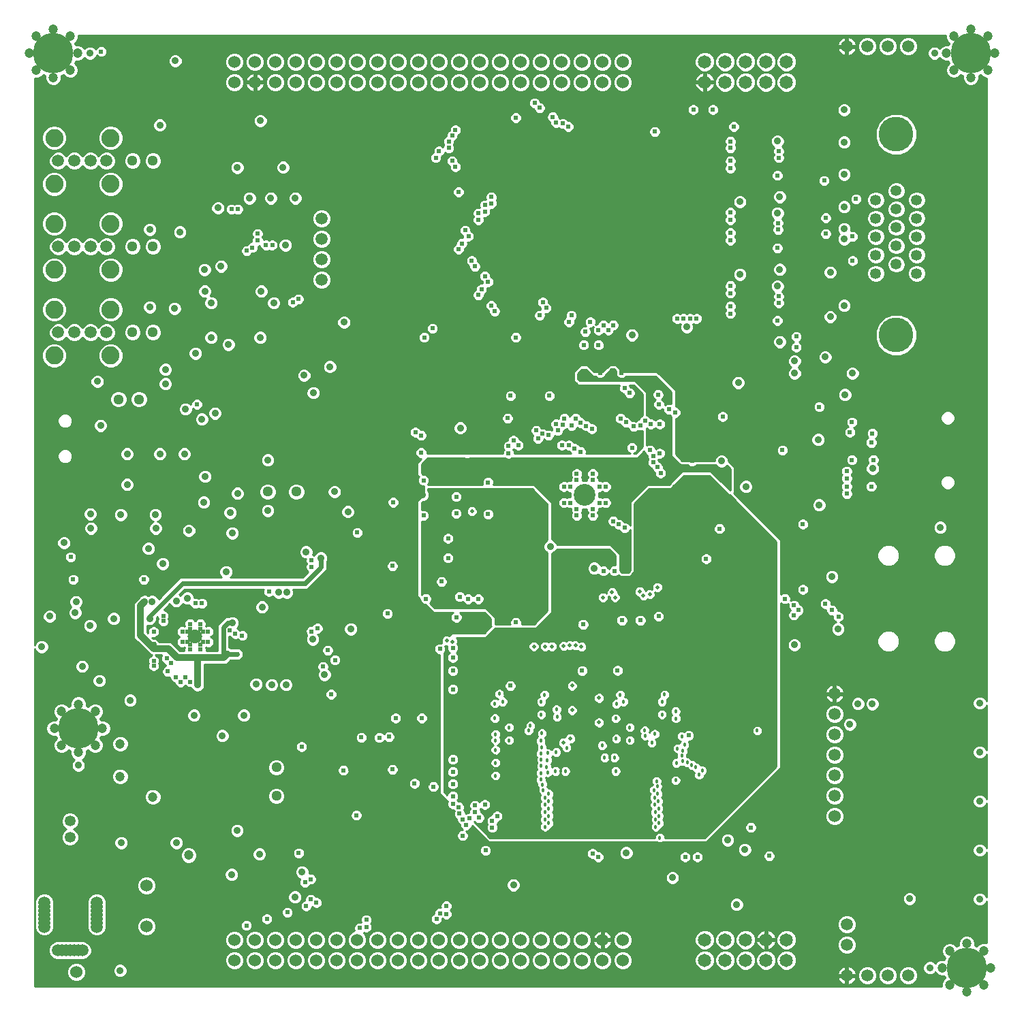
<source format=gbr>
G75*
G70*
%OFA0B0*%
%FSLAX24Y24*%
%IPPOS*%
%LPD*%
%AMOC8*
5,1,8,0,0,1.08239X$1,22.5*
%
%ADD10C,0.0591*%
%ADD11C,0.0600*%
%ADD12C,0.0650*%
%ADD13C,0.0531*%
%ADD14C,0.0238*%
%ADD15C,0.1063*%
%ADD16C,0.0510*%
%ADD17C,0.0886*%
%ADD18C,0.0709*%
%ADD19C,0.1700*%
%ADD20C,0.1975*%
%ADD21C,0.0472*%
%ADD22C,0.0237*%
%ADD23C,0.0180*%
%ADD24C,0.0198*%
%ADD25C,0.0354*%
%ADD26C,0.0100*%
%ADD27C,0.0240*%
%ADD28C,0.0320*%
D10*
X013511Y007826D03*
X013511Y008023D03*
X013511Y008220D03*
X013511Y008417D03*
X013511Y008614D03*
X013511Y008810D03*
X013511Y009007D03*
X016070Y009007D03*
X016070Y008810D03*
X016070Y008614D03*
X016070Y008417D03*
X016070Y008220D03*
X016070Y008023D03*
X016070Y007826D03*
X015361Y006665D03*
X015165Y006665D03*
X014968Y006665D03*
X014771Y006665D03*
X014574Y006665D03*
X014377Y006665D03*
X014180Y006665D03*
X014190Y036928D03*
X014977Y036928D03*
X015765Y036928D03*
X016552Y036928D03*
X016552Y041128D03*
X015765Y041128D03*
X014977Y041128D03*
X014190Y041128D03*
X014190Y045328D03*
X014977Y045328D03*
X015765Y045328D03*
X016552Y045328D03*
X027070Y042517D03*
X027070Y041517D03*
X027070Y040517D03*
X027070Y039517D03*
X052170Y019237D03*
X052170Y018237D03*
X052170Y017237D03*
X052170Y016237D03*
X052170Y015237D03*
X052170Y014237D03*
X052770Y007937D03*
X052770Y006937D03*
X052770Y005437D03*
X053770Y005437D03*
X054770Y005437D03*
X055770Y005437D03*
X055770Y050937D03*
X054770Y050937D03*
X053770Y050937D03*
X052770Y050937D03*
D11*
X041820Y050187D03*
X040820Y050187D03*
X040820Y049187D03*
X041820Y049187D03*
X039820Y049187D03*
X039820Y050187D03*
X038820Y050187D03*
X038820Y049187D03*
X037820Y049187D03*
X037820Y050187D03*
X036820Y050187D03*
X035820Y050187D03*
X035820Y049187D03*
X036820Y049187D03*
X034820Y049187D03*
X034820Y050187D03*
X033820Y050187D03*
X033820Y049187D03*
X032820Y049187D03*
X032820Y050187D03*
X031820Y050187D03*
X031820Y049187D03*
X030820Y049187D03*
X030820Y050187D03*
X029820Y050187D03*
X029820Y049187D03*
X028820Y049187D03*
X028820Y050187D03*
X027820Y050187D03*
X027820Y049187D03*
X026820Y049187D03*
X026820Y050187D03*
X025820Y050187D03*
X025820Y049187D03*
X024820Y049187D03*
X024820Y050187D03*
X023820Y050187D03*
X023820Y049187D03*
X022820Y049187D03*
X022820Y050187D03*
X052170Y013237D03*
X041820Y007187D03*
X040820Y007187D03*
X040820Y006187D03*
X041820Y006187D03*
X039820Y006187D03*
X039820Y007187D03*
X038820Y007187D03*
X038820Y006187D03*
X037820Y006187D03*
X037820Y007187D03*
X036820Y007187D03*
X035820Y007187D03*
X035820Y006187D03*
X036820Y006187D03*
X034820Y006187D03*
X034820Y007187D03*
X033820Y007187D03*
X033820Y006187D03*
X032820Y006187D03*
X032820Y007187D03*
X031820Y007187D03*
X031820Y006187D03*
X030820Y006187D03*
X030820Y007187D03*
X029820Y007187D03*
X029820Y006187D03*
X028820Y006187D03*
X028820Y007187D03*
X027820Y007187D03*
X027820Y006187D03*
X026820Y006187D03*
X026820Y007187D03*
X025820Y007187D03*
X025820Y006187D03*
X024820Y006187D03*
X024820Y007187D03*
X023820Y007187D03*
X023820Y006187D03*
X022820Y006187D03*
X022820Y007187D03*
X018520Y007837D03*
X018520Y009837D03*
X015070Y005597D03*
D12*
X045820Y006187D03*
X045820Y007187D03*
X046820Y007187D03*
X047820Y007187D03*
X047820Y006187D03*
X046820Y006187D03*
X048820Y006187D03*
X048820Y007187D03*
X049820Y007187D03*
X049820Y006187D03*
X049820Y049187D03*
X049820Y050187D03*
X048820Y050187D03*
X048820Y049187D03*
X047820Y049187D03*
X047820Y050187D03*
X046820Y050187D03*
X046820Y049187D03*
X045820Y049187D03*
X045820Y050187D03*
D13*
X054190Y043421D03*
X054190Y042521D03*
X055190Y042971D03*
X055190Y042071D03*
X054190Y041621D03*
X055190Y041171D03*
X055190Y040271D03*
X054190Y040721D03*
X054190Y039821D03*
X056190Y039821D03*
X056190Y040721D03*
X056190Y041621D03*
X056190Y042521D03*
X056190Y043421D03*
X055190Y043871D03*
X014770Y013000D03*
X014770Y012213D03*
D14*
X020634Y021397D03*
X020634Y021633D03*
X020496Y021771D03*
X020260Y021771D03*
X020260Y022283D03*
X020496Y022283D03*
X020634Y022420D03*
X020634Y022657D03*
X021146Y022657D03*
X021146Y022420D03*
X021284Y022283D03*
X021520Y022283D03*
X021520Y021771D03*
X021284Y021771D03*
X021146Y021633D03*
X021146Y021397D03*
X038927Y028593D03*
X039241Y028593D03*
X039556Y028278D03*
X039556Y027963D03*
X040344Y027963D03*
X040344Y028278D03*
X040659Y028593D03*
X040974Y028593D03*
X040974Y029380D03*
X040659Y029380D03*
X040344Y029695D03*
X040344Y030010D03*
X039556Y030010D03*
X039556Y029695D03*
X039241Y029380D03*
X038927Y029380D03*
D15*
X039950Y028987D03*
D16*
X025840Y029127D03*
X024440Y029127D03*
X018140Y033657D03*
X017140Y033657D03*
X017820Y036937D03*
X018820Y036937D03*
X018820Y041137D03*
X017820Y041137D03*
X017820Y045337D03*
X018820Y045337D03*
X024860Y015627D03*
X024860Y014227D03*
D17*
X016749Y035806D03*
X016749Y038050D03*
X016749Y040006D03*
X016749Y042250D03*
X016749Y044206D03*
X016749Y046450D03*
X013993Y046450D03*
X013993Y044206D03*
X013993Y042250D03*
X013993Y040006D03*
X013993Y038050D03*
X013993Y035806D03*
D18*
X020890Y022027D03*
D19*
X055190Y036797D03*
X055190Y046637D03*
D20*
X058837Y050606D03*
X015176Y017543D03*
X013952Y050606D03*
X058637Y005818D03*
D21*
X057810Y006645D03*
X058637Y006999D03*
X059463Y006645D03*
X059818Y005818D03*
X059463Y004991D03*
X058637Y004637D03*
X057810Y004991D03*
X057456Y005818D03*
X020570Y011327D03*
X018820Y014187D03*
X017220Y015187D03*
X016003Y016716D03*
X015176Y016361D03*
X014349Y016716D03*
X013995Y017543D03*
X014349Y018369D03*
X015176Y018724D03*
X016003Y018369D03*
X016357Y017543D03*
X017222Y016787D03*
X013952Y049424D03*
X014778Y049779D03*
X015133Y050606D03*
X014778Y051432D03*
X013952Y051787D03*
X013125Y051432D03*
X012771Y050606D03*
X013125Y049779D03*
X057656Y050606D03*
X058011Y049779D03*
X058837Y049424D03*
X059664Y049779D03*
X060019Y050606D03*
X059664Y051432D03*
X058837Y051787D03*
X058011Y051432D03*
D22*
X049440Y045807D03*
X049440Y045487D03*
X049380Y044617D03*
X051660Y044367D03*
X053220Y043467D03*
X051740Y042547D03*
X051740Y041767D03*
X053050Y041627D03*
X053050Y040447D03*
X049380Y041067D03*
X049410Y041967D03*
X049410Y042287D03*
X047080Y042447D03*
X047080Y042807D03*
X047080Y041807D03*
X047080Y041447D03*
X047080Y039217D03*
X047080Y038857D03*
X047080Y038217D03*
X047080Y037857D03*
X045420Y037607D03*
X045100Y037607D03*
X044780Y037607D03*
X044460Y037607D03*
X041340Y037287D03*
X041100Y037047D03*
X040860Y037287D03*
X040620Y037047D03*
X040220Y037447D03*
X039980Y036967D03*
X039900Y036317D03*
X040620Y036317D03*
X039300Y037767D03*
X039180Y037447D03*
X038060Y038127D03*
X037900Y038407D03*
X037740Y037767D03*
X036580Y036687D03*
X035540Y037967D03*
X035380Y038247D03*
X034740Y038767D03*
X034900Y039047D03*
X035220Y039407D03*
X035060Y039687D03*
X034580Y040167D03*
X034420Y040447D03*
X033780Y041007D03*
X033940Y041287D03*
X034260Y041647D03*
X034100Y041927D03*
X034740Y042447D03*
X034740Y042767D03*
X035060Y042847D03*
X035060Y043167D03*
X035380Y043247D03*
X035380Y043567D03*
X033780Y043807D03*
X033620Y045047D03*
X033460Y045327D03*
X033300Y045967D03*
X033300Y046287D03*
X033460Y046567D03*
X033620Y046847D03*
X032820Y045807D03*
X032660Y045487D03*
X036580Y047447D03*
X037740Y047927D03*
X037500Y048167D03*
X038380Y047487D03*
X038540Y047207D03*
X038860Y047167D03*
X039140Y047007D03*
X043380Y046767D03*
X045260Y047847D03*
X046220Y047847D03*
X047240Y047007D03*
X047080Y046287D03*
X047080Y045967D03*
X047080Y045327D03*
X047080Y044967D03*
X045620Y046487D03*
X049440Y038697D03*
X049440Y038377D03*
X049380Y037507D03*
X050300Y036727D03*
X050300Y036207D03*
X051420Y033287D03*
X051420Y032687D03*
X053020Y032537D03*
X052920Y032047D03*
X054020Y031987D03*
X053970Y031537D03*
X054070Y030687D03*
X053020Y030687D03*
X052770Y030137D03*
X052770Y029787D03*
X052770Y029387D03*
X052770Y029037D03*
X053970Y029387D03*
X050620Y027547D03*
X046707Y030010D03*
X045200Y030627D03*
X043620Y031007D03*
X043300Y030887D03*
X043300Y030567D03*
X043510Y030327D03*
X043660Y030047D03*
X043140Y031167D03*
X042260Y031287D03*
X042340Y032327D03*
X042660Y032387D03*
X042900Y032607D03*
X043180Y032447D03*
X043620Y032447D03*
X044060Y033167D03*
X044380Y033007D03*
X043580Y033407D03*
X043540Y033887D03*
X042140Y033967D03*
X041900Y034207D03*
X041750Y034957D03*
X041300Y034957D03*
X040700Y034957D03*
X039900Y034957D03*
X038220Y033827D03*
X038950Y032717D03*
X038860Y032407D03*
X038540Y032447D03*
X038630Y032127D03*
X038180Y031897D03*
X037870Y031967D03*
X037660Y031727D03*
X037580Y032127D03*
X036700Y031407D03*
X036460Y031647D03*
X036220Y031367D03*
X036220Y031007D03*
X036180Y032727D03*
X036320Y033827D03*
X038830Y031407D03*
X039170Y031407D03*
X039450Y031247D03*
X039740Y031087D03*
X040300Y032207D03*
X040020Y032357D03*
X039740Y032507D03*
X039500Y032717D03*
X039300Y032367D03*
X041700Y032717D03*
X041960Y032527D03*
X046700Y032807D03*
X049620Y031167D03*
X046540Y027317D03*
X045890Y025847D03*
X043670Y026867D03*
X043670Y028277D03*
X041900Y027367D03*
X041620Y027527D03*
X041340Y027687D03*
X041130Y025427D03*
X040860Y025257D03*
X041400Y025257D03*
X041920Y025257D03*
X043170Y025257D03*
X043560Y023027D03*
X042670Y022837D03*
X041770Y022837D03*
X039870Y022637D03*
X040120Y021427D03*
X039820Y020367D03*
X041550Y020377D03*
X041550Y020957D03*
X036770Y019627D03*
X036310Y019627D03*
X033500Y019457D03*
X033500Y019077D03*
X033500Y018477D03*
X031980Y018047D03*
X030700Y018047D03*
X030380Y017127D03*
X029900Y017087D03*
X029020Y017097D03*
X028470Y015527D03*
X028140Y015487D03*
X030140Y015527D03*
X030540Y015527D03*
X031620Y014847D03*
X032260Y014847D03*
X032540Y014687D03*
X033500Y014817D03*
X033500Y015417D03*
X033500Y016017D03*
X033500Y016617D03*
X033500Y017217D03*
X033500Y014217D03*
X033500Y013847D03*
X033780Y013687D03*
X033820Y013367D03*
X033980Y013087D03*
X034300Y013127D03*
X034140Y012807D03*
X033980Y012287D03*
X034780Y013167D03*
X034580Y013447D03*
X034580Y013767D03*
X035060Y013807D03*
X035660Y013247D03*
X035420Y013007D03*
X035420Y012687D03*
X035100Y011567D03*
X033180Y008847D03*
X033180Y008447D03*
X032860Y008487D03*
X032700Y008207D03*
X029260Y008167D03*
X029260Y007807D03*
X028940Y007767D03*
X026820Y009007D03*
X026540Y009167D03*
X026320Y008847D03*
X025400Y008527D03*
X024400Y008207D03*
X023400Y007887D03*
X026260Y009997D03*
X026540Y010157D03*
X025950Y011437D03*
X028780Y013287D03*
X026100Y016647D03*
X027540Y019207D03*
X027140Y020567D03*
X027730Y020887D03*
X027380Y021367D03*
X026580Y022287D03*
X026870Y022447D03*
X024500Y024247D03*
X026580Y025447D03*
X026580Y025767D03*
X028820Y027127D03*
X030140Y025497D03*
X030540Y025497D03*
X032180Y023887D03*
X032940Y024727D03*
X033830Y023987D03*
X034240Y023877D03*
X034740Y023877D03*
X033670Y022977D03*
X033500Y021487D03*
X033500Y021007D03*
X033500Y020367D03*
X032860Y021437D03*
X030300Y023167D03*
X033260Y025887D03*
X033260Y026847D03*
X033660Y028067D03*
X033660Y028887D03*
X032060Y029687D03*
X031940Y031047D03*
X031940Y031887D03*
X031660Y032047D03*
X034190Y031037D03*
X035220Y029587D03*
X035220Y028037D03*
X032060Y027967D03*
X030580Y028607D03*
X036580Y022727D03*
X039990Y025247D03*
X049740Y023887D03*
X050190Y023567D03*
X050400Y023327D03*
X050180Y023087D03*
X050620Y024347D03*
X051720Y023647D03*
X052040Y023327D03*
X052360Y023007D03*
X045030Y017197D03*
X048080Y012687D03*
X048980Y011297D03*
X045460Y011247D03*
X044860Y011247D03*
X040610Y011247D03*
X040330Y011407D03*
X023190Y022087D03*
X022850Y022177D03*
X022580Y022347D03*
X021220Y023667D03*
X020900Y023667D03*
X019330Y023047D03*
X019330Y022797D03*
X018860Y022277D03*
X018860Y021667D03*
X018860Y021457D03*
X018860Y020847D03*
X018860Y020607D03*
X019500Y020967D03*
X019710Y020727D03*
X019540Y020327D03*
X019940Y020047D03*
X020180Y019807D03*
X020420Y020047D03*
X020640Y019817D03*
X022460Y021177D03*
X022710Y021177D03*
X022950Y021177D03*
X018380Y024837D03*
X014920Y024837D03*
X014800Y025937D03*
X020980Y033407D03*
X025660Y038407D03*
X025940Y038567D03*
X024660Y041207D03*
X024340Y041207D03*
X023940Y041447D03*
X023940Y041767D03*
X023690Y041087D03*
X023410Y040927D03*
X022980Y042967D03*
X022660Y042967D03*
X016290Y050687D03*
X032500Y037127D03*
X032100Y036687D03*
D23*
X035777Y019240D03*
X036053Y019240D03*
X035935Y018846D03*
X035550Y018756D03*
X035551Y018394D03*
X035551Y018039D03*
X035935Y017587D03*
X036250Y017587D03*
X036250Y016957D03*
X035935Y016957D03*
X035580Y016957D03*
X035580Y017247D03*
X035580Y016484D03*
X035580Y016169D03*
X035580Y015854D03*
X035580Y015539D03*
X035580Y015224D03*
X037795Y015352D03*
X037800Y015027D03*
X037880Y014787D03*
X037920Y014517D03*
X038190Y014337D03*
X038010Y014157D03*
X038190Y013977D03*
X038010Y013797D03*
X038190Y013617D03*
X038010Y013437D03*
X038190Y013257D03*
X038010Y013077D03*
X038190Y012897D03*
X038010Y012717D03*
X038140Y015382D03*
X038090Y015648D03*
X037825Y015697D03*
X037825Y016012D03*
X037795Y016297D03*
X037854Y016612D03*
X037795Y016927D03*
X037855Y017302D03*
X038140Y017272D03*
X038573Y017724D03*
X038592Y018098D03*
X038573Y018472D03*
X038573Y018846D03*
X038297Y019191D03*
X037982Y019191D03*
X037825Y018846D03*
X037825Y018216D03*
X037470Y018059D03*
X037290Y017667D03*
X037200Y017427D03*
X038140Y016327D03*
X038119Y015989D03*
X038640Y016047D03*
X038550Y016377D03*
X039060Y016587D03*
X039000Y015447D03*
X038760Y015447D03*
X038520Y015447D03*
X040920Y016107D03*
X041160Y016107D03*
X041400Y016107D03*
X041070Y015567D03*
X041470Y015447D03*
X040800Y016707D03*
X041490Y017037D03*
X041840Y016957D03*
X042155Y016957D03*
X042155Y017587D03*
X041840Y017587D03*
X041466Y018029D03*
X041486Y018385D03*
X041496Y018738D03*
X041840Y018846D03*
X041968Y019191D03*
X041683Y019191D03*
X043730Y018846D03*
X043858Y019200D03*
X044203Y019200D03*
X044409Y018719D03*
X044399Y018374D03*
X044409Y018021D03*
X044434Y017680D03*
X044700Y017157D03*
X044830Y016737D03*
X044740Y016437D03*
X044694Y016197D03*
X044439Y016199D03*
X044439Y015844D03*
X044730Y015927D03*
X044970Y015867D03*
X045180Y015747D03*
X045390Y015627D03*
X045694Y015477D03*
X045540Y015267D03*
X044439Y015490D03*
X044400Y014997D03*
X043470Y014957D03*
X043500Y014697D03*
X043340Y014517D03*
X043520Y014337D03*
X043360Y014157D03*
X043540Y013977D03*
X043380Y013797D03*
X043560Y013617D03*
X043400Y013437D03*
X043580Y013257D03*
X043420Y013077D03*
X043580Y012897D03*
X043420Y012717D03*
X043620Y012187D03*
X044490Y016557D03*
X043730Y016957D03*
X043376Y017272D03*
X043230Y016827D03*
X042903Y017183D03*
X042880Y017437D03*
X043415Y017901D03*
X043730Y018216D03*
X048390Y017427D03*
D24*
X040650Y017827D03*
X040650Y018427D03*
X040650Y019027D03*
X040650Y019557D03*
X039330Y019627D03*
X039330Y019027D03*
X039330Y018427D03*
X039330Y017827D03*
X039240Y017037D03*
X038910Y016837D03*
X038920Y021587D03*
X039210Y021597D03*
X039500Y021597D03*
X039780Y021537D03*
X038340Y021557D03*
X038010Y021557D03*
X037460Y021557D03*
X037360Y022807D03*
X035360Y024357D03*
X034703Y024496D03*
X034003Y024639D03*
X034029Y025887D03*
X034030Y026847D03*
X034430Y028167D03*
X034430Y028967D03*
X032830Y027967D03*
X034440Y023087D03*
X033480Y021787D03*
X033200Y021837D03*
X040840Y023957D03*
X041290Y024207D03*
X041430Y023957D03*
X042640Y024237D03*
X042820Y024047D03*
X043130Y024107D03*
X043500Y024447D03*
D25*
X040420Y025387D03*
X038260Y026457D03*
X033440Y025227D03*
X033120Y025227D03*
X032000Y028987D03*
X032260Y030207D03*
X032620Y030207D03*
X033860Y032257D03*
X028360Y028757D03*
X028360Y028157D03*
X027700Y029127D03*
X024440Y028207D03*
X022960Y029047D03*
X022600Y028107D03*
X022700Y027107D03*
X022400Y025207D03*
X020500Y023917D03*
X019960Y023787D03*
X018780Y023747D03*
X018420Y023747D03*
X018660Y022917D03*
X016900Y022917D03*
X015750Y022567D03*
X015020Y023207D03*
X015060Y023737D03*
X013770Y023027D03*
X013380Y021537D03*
X015360Y020577D03*
X016200Y019877D03*
X017710Y018917D03*
X019630Y018187D03*
X020830Y018187D03*
X022220Y017187D03*
X023270Y018187D03*
X023870Y019707D03*
X024630Y019677D03*
X025330Y019677D03*
X027220Y020167D03*
X026640Y021907D03*
X028500Y022407D03*
X025370Y024207D03*
X024970Y024207D03*
X024160Y023487D03*
X022710Y022707D03*
X021000Y019667D03*
X025050Y017657D03*
X022940Y012537D03*
X024030Y011387D03*
X022670Y010387D03*
X019970Y011937D03*
X017270Y011937D03*
X015176Y015727D03*
X026120Y010507D03*
X025770Y009287D03*
X017220Y005687D03*
X036460Y009867D03*
X036460Y013647D03*
X041980Y011447D03*
X044240Y010227D03*
X045460Y009827D03*
X047380Y008917D03*
X047780Y011607D03*
X046940Y012067D03*
X051800Y012057D03*
X055840Y009197D03*
X059270Y009177D03*
X059270Y011577D03*
X059270Y013977D03*
X059270Y016377D03*
X059270Y018777D03*
X054020Y018737D03*
X053320Y018747D03*
X052920Y017737D03*
X050210Y021627D03*
X052340Y022407D03*
X052040Y024967D03*
X051420Y028487D03*
X051170Y030137D03*
X051370Y031687D03*
X054035Y030261D03*
X057340Y027383D03*
X052680Y033887D03*
X053050Y034927D03*
X051960Y035317D03*
X051720Y035727D03*
X050220Y035527D03*
X050220Y034927D03*
X049490Y036467D03*
X048480Y036077D03*
X047460Y034467D03*
X044940Y037197D03*
X042260Y036807D03*
X047540Y039767D03*
X048400Y039627D03*
X049380Y039197D03*
X049490Y040017D03*
X051960Y039877D03*
X052640Y041507D03*
X052640Y042007D03*
X052640Y043087D03*
X052640Y043587D03*
X052640Y044667D03*
X052640Y045167D03*
X052640Y046247D03*
X052640Y046747D03*
X052640Y047827D03*
X049380Y046297D03*
X049490Y043567D03*
X049380Y042767D03*
X048400Y043177D03*
X047540Y043327D03*
X052640Y038247D03*
X051960Y037697D03*
X046640Y030627D03*
X047830Y029387D03*
X028170Y037427D03*
X027480Y035257D03*
X026220Y034827D03*
X026670Y033977D03*
X024070Y036687D03*
X022520Y036337D03*
X021670Y036687D03*
X020900Y035907D03*
X019430Y035117D03*
X019430Y034417D03*
X020420Y033177D03*
X021220Y032687D03*
X021860Y032967D03*
X020360Y030987D03*
X019160Y030987D03*
X017560Y030987D03*
X016260Y032367D03*
X016100Y034527D03*
X018670Y038167D03*
X019880Y038107D03*
X021360Y038947D03*
X021670Y038377D03*
X021350Y040007D03*
X022157Y040167D03*
X024124Y038947D03*
X024730Y038377D03*
X025300Y041207D03*
X025790Y043507D03*
X024590Y043507D03*
X023550Y043507D03*
X022000Y043027D03*
X021040Y041967D03*
X020140Y041847D03*
X018670Y041967D03*
X022950Y045007D03*
X025190Y045017D03*
X024080Y047297D03*
X019920Y050227D03*
X019160Y047087D03*
X015739Y050606D03*
X024440Y030687D03*
X021370Y029877D03*
X021310Y028617D03*
X020580Y027227D03*
X018960Y027337D03*
X018600Y026347D03*
X019300Y025607D03*
X018940Y028007D03*
X017250Y028007D03*
X015760Y028037D03*
X015790Y027337D03*
X014470Y026627D03*
X017560Y029487D03*
X025860Y026007D03*
X026320Y026187D03*
X027040Y025887D03*
X056832Y005818D03*
X057059Y050606D03*
D26*
X013040Y021450D02*
X013040Y004907D01*
X057405Y004907D01*
X057404Y004911D01*
X057404Y005072D01*
X057466Y005221D01*
X057580Y005336D01*
X057583Y005337D01*
X057550Y005418D01*
X057536Y005412D01*
X057375Y005412D01*
X057225Y005474D01*
X057111Y005588D01*
X057106Y005601D01*
X057028Y005524D01*
X056901Y005471D01*
X056763Y005471D01*
X056635Y005524D01*
X056537Y005621D01*
X056484Y005749D01*
X056484Y005887D01*
X056537Y006015D01*
X056635Y006112D01*
X056763Y006165D01*
X056901Y006165D01*
X057028Y006112D01*
X057106Y006035D01*
X057111Y006048D01*
X057225Y006162D01*
X057375Y006224D01*
X057536Y006224D01*
X057550Y006219D01*
X057583Y006299D01*
X057580Y006301D01*
X057466Y006415D01*
X057404Y006564D01*
X057404Y006726D01*
X057466Y006875D01*
X057580Y006989D01*
X057729Y007051D01*
X057891Y007051D01*
X058040Y006989D01*
X058154Y006875D01*
X058156Y006872D01*
X058236Y006905D01*
X058230Y006918D01*
X058230Y007080D01*
X058292Y007229D01*
X058407Y007344D01*
X058556Y007405D01*
X058717Y007405D01*
X058867Y007344D01*
X058981Y007229D01*
X059043Y007080D01*
X059043Y006918D01*
X059037Y006905D01*
X059118Y006872D01*
X059119Y006875D01*
X059233Y006989D01*
X059383Y007051D01*
X059544Y007051D01*
X059600Y007028D01*
X059600Y009066D01*
X059564Y008980D01*
X059467Y008882D01*
X059339Y008829D01*
X059201Y008829D01*
X059074Y008882D01*
X058976Y008980D01*
X058923Y009108D01*
X058923Y009246D01*
X058976Y009373D01*
X059074Y009471D01*
X059201Y009524D01*
X059339Y009524D01*
X059467Y009471D01*
X059564Y009373D01*
X059600Y009287D01*
X059600Y011466D01*
X059564Y011380D01*
X059467Y011282D01*
X059339Y011229D01*
X059201Y011229D01*
X059074Y011282D01*
X058976Y011380D01*
X058923Y011508D01*
X058923Y011646D01*
X058976Y011773D01*
X059074Y011871D01*
X059201Y011924D01*
X059339Y011924D01*
X059467Y011871D01*
X059564Y011773D01*
X059600Y011687D01*
X059600Y013866D01*
X059564Y013780D01*
X059467Y013682D01*
X059339Y013629D01*
X059201Y013629D01*
X059074Y013682D01*
X058976Y013780D01*
X058923Y013908D01*
X058923Y014046D01*
X058976Y014173D01*
X059074Y014271D01*
X059201Y014324D01*
X059339Y014324D01*
X059467Y014271D01*
X059564Y014173D01*
X059600Y014087D01*
X059600Y016266D01*
X059564Y016180D01*
X059467Y016082D01*
X059339Y016029D01*
X059201Y016029D01*
X059074Y016082D01*
X058976Y016180D01*
X058923Y016308D01*
X058923Y016446D01*
X058976Y016573D01*
X059074Y016671D01*
X059201Y016724D01*
X059339Y016724D01*
X059467Y016671D01*
X059564Y016573D01*
X059600Y016487D01*
X059600Y018666D01*
X059564Y018580D01*
X059467Y018482D01*
X059339Y018429D01*
X059201Y018429D01*
X059074Y018482D01*
X058976Y018580D01*
X058923Y018708D01*
X058923Y018846D01*
X058976Y018973D01*
X059074Y019071D01*
X059201Y019124D01*
X059339Y019124D01*
X059467Y019071D01*
X059564Y018973D01*
X059600Y018887D01*
X059600Y049373D01*
X059583Y049373D01*
X059434Y049434D01*
X059320Y049549D01*
X059319Y049552D01*
X059238Y049519D01*
X059244Y049505D01*
X059244Y049344D01*
X059182Y049194D01*
X059068Y049080D01*
X058918Y049018D01*
X058757Y049018D01*
X058607Y049080D01*
X058493Y049194D01*
X058431Y049344D01*
X058431Y049505D01*
X058437Y049519D01*
X058356Y049552D01*
X058355Y049549D01*
X058241Y049434D01*
X058091Y049373D01*
X057930Y049373D01*
X057781Y049434D01*
X057666Y049549D01*
X057604Y049698D01*
X057604Y049860D01*
X057666Y050009D01*
X057781Y050123D01*
X057784Y050124D01*
X057751Y050205D01*
X057737Y050199D01*
X057576Y050199D01*
X057426Y050261D01*
X057316Y050371D01*
X057256Y050311D01*
X057128Y050258D01*
X056990Y050258D01*
X056862Y050311D01*
X056765Y050409D01*
X056712Y050536D01*
X056712Y050675D01*
X056765Y050802D01*
X056862Y050900D01*
X056990Y050953D01*
X057128Y050953D01*
X057256Y050900D01*
X057316Y050839D01*
X057426Y050950D01*
X057576Y051012D01*
X057737Y051012D01*
X057751Y051006D01*
X057784Y051087D01*
X057781Y051088D01*
X057666Y051202D01*
X057604Y051351D01*
X057604Y051467D01*
X015185Y051467D01*
X015185Y051351D01*
X015123Y051202D01*
X015009Y051088D01*
X015005Y051087D01*
X015038Y051006D01*
X015052Y051012D01*
X015214Y051012D01*
X015363Y050950D01*
X015477Y050836D01*
X015477Y050835D01*
X015542Y050900D01*
X015670Y050953D01*
X015808Y050953D01*
X015936Y050900D01*
X016028Y050808D01*
X016045Y050850D01*
X016127Y050931D01*
X016233Y050975D01*
X016348Y050975D01*
X016454Y050931D01*
X016535Y050850D01*
X016579Y050744D01*
X016579Y050629D01*
X016535Y050523D01*
X016454Y050442D01*
X016348Y050398D01*
X016233Y050398D01*
X016127Y050442D01*
X016070Y050498D01*
X016033Y050409D01*
X015936Y050311D01*
X015808Y050258D01*
X015670Y050258D01*
X015542Y050311D01*
X015477Y050376D01*
X015477Y050375D01*
X015363Y050261D01*
X015214Y050199D01*
X015052Y050199D01*
X015038Y050205D01*
X015005Y050124D01*
X015009Y050123D01*
X015123Y050009D01*
X015185Y049860D01*
X015185Y049698D01*
X015123Y049549D01*
X015009Y049434D01*
X014859Y049373D01*
X014698Y049373D01*
X014548Y049434D01*
X014434Y049549D01*
X014433Y049552D01*
X014352Y049519D01*
X014358Y049505D01*
X014358Y049344D01*
X014296Y049194D01*
X014182Y049080D01*
X014032Y049018D01*
X013871Y049018D01*
X013722Y049080D01*
X013607Y049194D01*
X013545Y049344D01*
X013545Y049505D01*
X013551Y049519D01*
X013471Y049552D01*
X013469Y049549D01*
X013355Y049434D01*
X013206Y049373D01*
X013044Y049373D01*
X013040Y049374D01*
X013040Y021623D01*
X013086Y021733D01*
X013184Y021831D01*
X013311Y021884D01*
X013449Y021884D01*
X013577Y021831D01*
X013674Y021733D01*
X013727Y021606D01*
X013727Y021468D01*
X013674Y021340D01*
X013577Y021242D01*
X013449Y021189D01*
X013311Y021189D01*
X013184Y021242D01*
X013040Y021242D01*
X013040Y021340D02*
X013086Y021340D01*
X013184Y021242D01*
X013086Y021340D02*
X013040Y021450D01*
X013040Y021439D02*
X013045Y021439D01*
X013040Y021636D02*
X013046Y021636D01*
X013040Y021735D02*
X013087Y021735D01*
X013040Y021833D02*
X013189Y021833D01*
X013040Y021932D02*
X017918Y021932D01*
X017890Y021960D02*
X018083Y021767D01*
X018084Y021767D01*
X018513Y021337D01*
X018530Y021320D01*
X018723Y021127D01*
X018782Y021127D01*
X018697Y021091D01*
X018615Y021010D01*
X018571Y020904D01*
X018571Y020789D01*
X018597Y020727D01*
X018571Y020664D01*
X018571Y020549D01*
X018615Y020443D01*
X018697Y020362D01*
X018803Y020318D01*
X018918Y020318D01*
X019024Y020362D01*
X019105Y020443D01*
X019149Y020549D01*
X019149Y020664D01*
X019123Y020727D01*
X019149Y020789D01*
X019149Y020904D01*
X019105Y021010D01*
X019024Y021091D01*
X018939Y021127D01*
X019254Y021127D01*
X019211Y021024D01*
X019211Y020909D01*
X019255Y020803D01*
X019337Y020722D01*
X019421Y020687D01*
X019421Y020669D01*
X019449Y020602D01*
X019377Y020571D01*
X019295Y020490D01*
X019251Y020384D01*
X019251Y020269D01*
X019295Y020163D01*
X019377Y020082D01*
X019483Y020038D01*
X019598Y020038D01*
X019651Y020060D01*
X019651Y019989D01*
X019695Y019883D01*
X019777Y019802D01*
X019883Y019758D01*
X019891Y019758D01*
X019891Y019749D01*
X019935Y019643D01*
X020017Y019562D01*
X020123Y019518D01*
X020238Y019518D01*
X020344Y019562D01*
X020415Y019633D01*
X020477Y019572D01*
X020583Y019528D01*
X020672Y019528D01*
X020689Y019511D01*
X020706Y019470D01*
X020804Y019372D01*
X020845Y019355D01*
X020863Y019337D01*
X020890Y019337D01*
X020931Y019319D01*
X021069Y019319D01*
X021111Y019337D01*
X021137Y019337D01*
X021155Y019355D01*
X021197Y019372D01*
X021294Y019470D01*
X021312Y019511D01*
X021330Y019530D01*
X021330Y019556D01*
X021347Y019598D01*
X021347Y019736D01*
X021330Y019777D01*
X021330Y020677D01*
X022427Y020677D01*
X022620Y020870D01*
X022637Y020887D01*
X023070Y020887D01*
X023240Y021056D01*
X023240Y021297D01*
X023070Y021467D01*
X022637Y021467D01*
X022597Y021507D01*
X022550Y021507D01*
X022550Y022058D01*
X022587Y022058D01*
X022605Y022013D01*
X022687Y021932D01*
X022550Y021932D01*
X022550Y022030D02*
X022598Y022030D01*
X022687Y021932D02*
X022793Y021888D01*
X022908Y021888D01*
X022959Y021909D01*
X023027Y021842D01*
X023133Y021798D01*
X023248Y021798D01*
X023354Y021842D01*
X023435Y021923D01*
X023479Y022029D01*
X023479Y022144D01*
X023435Y022250D01*
X023354Y022331D01*
X023248Y022375D01*
X023133Y022375D01*
X023081Y022354D01*
X023014Y022421D01*
X022944Y022450D01*
X023004Y022510D01*
X023057Y022638D01*
X023057Y022776D01*
X023004Y022903D01*
X022907Y023001D01*
X022779Y023054D01*
X022641Y023054D01*
X022514Y023001D01*
X022509Y022997D01*
X022360Y022997D01*
X022140Y022777D01*
X021970Y022607D01*
X021970Y021337D01*
X021434Y021337D01*
X021435Y021339D01*
X021435Y021454D01*
X021416Y021501D01*
X021463Y021482D01*
X021578Y021482D01*
X021684Y021526D01*
X021765Y021607D01*
X021809Y021713D01*
X021809Y021828D01*
X021765Y021934D01*
X021684Y022016D01*
X021657Y022027D01*
X021684Y022037D01*
X021765Y022119D01*
X021809Y022225D01*
X021809Y022340D01*
X021765Y022446D01*
X021684Y022528D01*
X021578Y022572D01*
X021463Y022572D01*
X021416Y022552D01*
X021435Y022599D01*
X021435Y022714D01*
X021391Y022820D01*
X021310Y022902D01*
X021204Y022946D01*
X021089Y022946D01*
X020982Y022902D01*
X020901Y022820D01*
X020890Y022794D01*
X020879Y022820D01*
X020798Y022902D01*
X020692Y022946D01*
X020577Y022946D01*
X020471Y022902D01*
X020389Y022820D01*
X020345Y022714D01*
X020345Y022599D01*
X020365Y022552D01*
X020318Y022572D01*
X020203Y022572D01*
X020096Y022528D01*
X020015Y022446D01*
X019971Y022340D01*
X019971Y022225D01*
X020015Y022119D01*
X020096Y022037D01*
X020123Y022027D01*
X020096Y022016D01*
X020015Y021934D01*
X019971Y021828D01*
X019971Y021713D01*
X020015Y021607D01*
X020096Y021526D01*
X020203Y021482D01*
X020318Y021482D01*
X020365Y021501D01*
X020345Y021454D01*
X020345Y021339D01*
X020346Y021337D01*
X020157Y021337D01*
X019900Y021593D01*
X019707Y021787D01*
X019150Y021787D01*
X018980Y021957D01*
X018827Y021957D01*
X018790Y021993D01*
X018803Y021988D01*
X018918Y021988D01*
X019024Y022032D01*
X019105Y022113D01*
X019149Y022219D01*
X019149Y022334D01*
X019105Y022440D01*
X019024Y022521D01*
X018918Y022565D01*
X018803Y022565D01*
X018697Y022521D01*
X018615Y022440D01*
X018571Y022334D01*
X018571Y022219D01*
X018577Y022207D01*
X018550Y022233D01*
X018550Y022586D01*
X018591Y022569D01*
X018729Y022569D01*
X018857Y022622D01*
X018954Y022720D01*
X019049Y022720D01*
X019041Y022739D02*
X019085Y022633D01*
X019167Y022552D01*
X019273Y022508D01*
X019388Y022508D01*
X019494Y022552D01*
X019575Y022633D01*
X019619Y022739D01*
X019619Y022854D01*
X019591Y022922D01*
X019619Y022989D01*
X019619Y023104D01*
X019575Y023210D01*
X019494Y023291D01*
X019388Y023335D01*
X019359Y023335D01*
X019651Y023627D01*
X019666Y023590D01*
X019764Y023492D01*
X019891Y023439D01*
X020029Y023439D01*
X020157Y023492D01*
X020254Y023590D01*
X020278Y023648D01*
X020304Y023622D01*
X020431Y023569D01*
X020569Y023569D01*
X020619Y023590D01*
X020655Y023503D01*
X020737Y023422D01*
X020843Y023378D01*
X020958Y023378D01*
X021060Y023420D01*
X021163Y023378D01*
X021278Y023378D01*
X021384Y023422D01*
X021465Y023503D01*
X021509Y023609D01*
X021509Y023724D01*
X021465Y023830D01*
X021384Y023911D01*
X021278Y023955D01*
X021163Y023955D01*
X021060Y023913D01*
X020958Y023955D01*
X020847Y023955D01*
X020847Y023986D01*
X020794Y024113D01*
X020697Y024211D01*
X020569Y024264D01*
X020431Y024264D01*
X020304Y024211D01*
X020206Y024113D01*
X020182Y024056D01*
X020157Y024081D01*
X020120Y024096D01*
X020380Y024357D01*
X024233Y024357D01*
X024211Y024304D01*
X024211Y024189D01*
X024255Y024083D01*
X024337Y024002D01*
X024443Y023958D01*
X024558Y023958D01*
X024664Y024002D01*
X024675Y024013D01*
X024676Y024010D01*
X024774Y023912D01*
X024901Y023859D01*
X025039Y023859D01*
X025167Y023912D01*
X025170Y023916D01*
X025174Y023912D01*
X025301Y023859D01*
X025439Y023859D01*
X025567Y023912D01*
X025664Y024010D01*
X025717Y024138D01*
X025717Y024276D01*
X025684Y024357D01*
X026140Y024357D01*
X026380Y024357D01*
X027160Y025137D01*
X027330Y025306D01*
X027330Y025686D01*
X027334Y025690D01*
X027387Y025818D01*
X027387Y025956D01*
X027334Y026083D01*
X027237Y026181D01*
X027109Y026234D01*
X026971Y026234D01*
X026844Y026181D01*
X026746Y026083D01*
X026720Y026021D01*
X026641Y026054D01*
X026667Y026118D01*
X026667Y026256D01*
X026614Y026383D01*
X026517Y026481D01*
X026389Y026534D01*
X026251Y026534D01*
X026124Y026481D01*
X026026Y026383D01*
X025973Y026256D01*
X025973Y026118D01*
X026026Y025990D01*
X026124Y025892D01*
X026251Y025839D01*
X026298Y025839D01*
X026291Y025824D01*
X026291Y025709D01*
X026334Y025607D01*
X026291Y025504D01*
X026291Y025389D01*
X026335Y025283D01*
X026411Y025207D01*
X026140Y024937D01*
X022621Y024937D01*
X022694Y025010D01*
X022747Y025138D01*
X022747Y025276D01*
X022694Y025403D01*
X022597Y025501D01*
X022469Y025554D01*
X022331Y025554D01*
X022204Y025501D01*
X022106Y025403D01*
X022053Y025276D01*
X022053Y025138D01*
X022106Y025010D01*
X022179Y024937D01*
X020140Y024937D01*
X019970Y024767D01*
X019096Y023892D01*
X019074Y023943D01*
X018977Y024041D01*
X018849Y024094D01*
X018711Y024094D01*
X018600Y024048D01*
X018575Y024058D01*
X018557Y024077D01*
X018531Y024077D01*
X018489Y024094D01*
X018351Y024094D01*
X018310Y024077D01*
X018283Y024077D01*
X018265Y024058D01*
X018224Y024041D01*
X018126Y023943D01*
X018109Y023902D01*
X017890Y023683D01*
X017890Y023410D01*
X017890Y021960D01*
X017890Y022030D02*
X013040Y022030D01*
X013040Y022129D02*
X017890Y022129D01*
X017890Y022227D02*
X015838Y022227D01*
X015819Y022219D02*
X015947Y022272D01*
X016044Y022370D01*
X016097Y022498D01*
X016097Y022636D01*
X016044Y022763D01*
X015947Y022861D01*
X015819Y022914D01*
X015681Y022914D01*
X015554Y022861D01*
X015456Y022763D01*
X015403Y022636D01*
X015403Y022498D01*
X015456Y022370D01*
X015554Y022272D01*
X015681Y022219D01*
X015819Y022219D01*
X015662Y022227D02*
X013040Y022227D01*
X013040Y022326D02*
X015500Y022326D01*
X015433Y022424D02*
X013040Y022424D01*
X013040Y022523D02*
X015403Y022523D01*
X015403Y022621D02*
X013040Y022621D01*
X013040Y022720D02*
X013603Y022720D01*
X013574Y022732D02*
X013701Y022679D01*
X013839Y022679D01*
X013967Y022732D01*
X014064Y022830D01*
X014117Y022958D01*
X014117Y023096D01*
X014064Y023223D01*
X013967Y023321D01*
X013839Y023374D01*
X013701Y023374D01*
X013574Y023321D01*
X013476Y023223D01*
X013423Y023096D01*
X013423Y022958D01*
X013476Y022830D01*
X013574Y022732D01*
X013487Y022819D02*
X013040Y022819D01*
X013040Y022917D02*
X013440Y022917D01*
X013423Y023016D02*
X013040Y023016D01*
X013040Y023114D02*
X013431Y023114D01*
X013471Y023213D02*
X013040Y023213D01*
X013040Y023311D02*
X013564Y023311D01*
X013976Y023311D02*
X014688Y023311D01*
X014673Y023276D02*
X014726Y023403D01*
X014814Y023492D01*
X014766Y023540D01*
X014713Y023668D01*
X014713Y023806D01*
X014766Y023933D01*
X014864Y024031D01*
X014991Y024084D01*
X015129Y024084D01*
X015257Y024031D01*
X015354Y023933D01*
X015407Y023806D01*
X015407Y023668D01*
X015354Y023540D01*
X015266Y023452D01*
X015314Y023403D01*
X015367Y023276D01*
X015367Y023138D01*
X015314Y023010D01*
X015217Y022912D01*
X015089Y022859D01*
X014951Y022859D01*
X014824Y022912D01*
X014726Y023010D01*
X014673Y023138D01*
X014673Y023276D01*
X014673Y023213D02*
X014069Y023213D01*
X014110Y023114D02*
X014683Y023114D01*
X014723Y023016D02*
X014117Y023016D01*
X014101Y022917D02*
X014819Y022917D01*
X015222Y022917D02*
X016553Y022917D01*
X016553Y022986D02*
X016606Y023113D01*
X016704Y023211D01*
X016831Y023264D01*
X016969Y023264D01*
X017097Y023211D01*
X017194Y023113D01*
X017247Y022986D01*
X017247Y022848D01*
X017194Y022720D01*
X017890Y022720D01*
X017890Y022621D02*
X017095Y022621D01*
X017097Y022622D02*
X017194Y022720D01*
X017235Y022819D02*
X017890Y022819D01*
X017890Y022917D02*
X017247Y022917D01*
X017235Y023016D02*
X017890Y023016D01*
X017890Y023114D02*
X017193Y023114D01*
X017092Y023213D02*
X017890Y023213D01*
X017890Y023311D02*
X015353Y023311D01*
X015367Y023213D02*
X016708Y023213D01*
X016607Y023114D02*
X015358Y023114D01*
X015317Y023016D02*
X016565Y023016D01*
X016553Y022986D02*
X016553Y022848D01*
X016606Y022720D01*
X016704Y022622D01*
X016831Y022569D01*
X016969Y022569D01*
X017097Y022622D01*
X016705Y022621D02*
X016097Y022621D01*
X016097Y022523D02*
X017890Y022523D01*
X017890Y022424D02*
X016067Y022424D01*
X016000Y022326D02*
X017890Y022326D01*
X018017Y021833D02*
X013571Y021833D01*
X013673Y021735D02*
X018115Y021735D01*
X018214Y021636D02*
X013715Y021636D01*
X013727Y021538D02*
X018313Y021538D01*
X018411Y021439D02*
X013715Y021439D01*
X013675Y021340D02*
X018510Y021340D01*
X018530Y021320D02*
X018530Y021320D01*
X018608Y021242D02*
X013576Y021242D01*
X013040Y021143D02*
X018707Y021143D01*
X018650Y021045D02*
X013040Y021045D01*
X013040Y020946D02*
X018589Y020946D01*
X018571Y020848D02*
X015580Y020848D01*
X015557Y020871D02*
X015429Y020924D01*
X015291Y020924D01*
X015164Y020871D01*
X015066Y020773D01*
X015013Y020646D01*
X015013Y020508D01*
X015066Y020380D01*
X015164Y020282D01*
X015291Y020229D01*
X015429Y020229D01*
X015557Y020282D01*
X015654Y020380D01*
X015707Y020508D01*
X015707Y020646D01*
X015654Y020773D01*
X015557Y020871D01*
X015664Y020749D02*
X018588Y020749D01*
X018571Y020651D02*
X015705Y020651D01*
X015707Y020552D02*
X018571Y020552D01*
X018611Y020454D02*
X015685Y020454D01*
X015629Y020355D02*
X018713Y020355D01*
X019007Y020355D02*
X019251Y020355D01*
X019257Y020256D02*
X015494Y020256D01*
X015226Y020256D02*
X013040Y020256D01*
X013040Y020158D02*
X015991Y020158D01*
X016004Y020171D02*
X015906Y020073D01*
X015853Y019946D01*
X015853Y019808D01*
X015906Y019680D01*
X016004Y019582D01*
X016131Y019529D01*
X016269Y019529D01*
X016397Y019582D01*
X016494Y019680D01*
X016547Y019808D01*
X016547Y019946D01*
X016494Y020073D01*
X016397Y020171D01*
X016269Y020224D01*
X016131Y020224D01*
X016004Y020171D01*
X015900Y020059D02*
X013040Y020059D01*
X013040Y019961D02*
X015859Y019961D01*
X015853Y019862D02*
X013040Y019862D01*
X013040Y019764D02*
X015871Y019764D01*
X015921Y019665D02*
X013040Y019665D01*
X013040Y019567D02*
X016041Y019567D01*
X016359Y019567D02*
X020012Y019567D01*
X019926Y019665D02*
X016480Y019665D01*
X016529Y019764D02*
X019869Y019764D01*
X019716Y019862D02*
X016547Y019862D01*
X016541Y019961D02*
X019663Y019961D01*
X019649Y020059D02*
X019651Y020059D01*
X019431Y020059D02*
X016500Y020059D01*
X016410Y020158D02*
X019300Y020158D01*
X019280Y020454D02*
X019109Y020454D01*
X019149Y020552D02*
X019357Y020552D01*
X019429Y020651D02*
X019149Y020651D01*
X019132Y020749D02*
X019309Y020749D01*
X019237Y020848D02*
X019149Y020848D01*
X019131Y020946D02*
X019211Y020946D01*
X019220Y021045D02*
X019070Y021045D01*
X019759Y021735D02*
X019971Y021735D01*
X019973Y021833D02*
X019104Y021833D01*
X019150Y021787D02*
X019150Y021787D01*
X019005Y021932D02*
X020014Y021932D01*
X020114Y022030D02*
X019020Y022030D01*
X019111Y022129D02*
X020011Y022129D01*
X019971Y022227D02*
X019149Y022227D01*
X019149Y022326D02*
X019971Y022326D01*
X020006Y022424D02*
X019111Y022424D01*
X019020Y022523D02*
X019236Y022523D01*
X019097Y022621D02*
X018855Y022621D01*
X018954Y022720D02*
X019007Y022848D01*
X019007Y022984D01*
X019041Y023018D01*
X019041Y022989D01*
X019069Y022922D01*
X019041Y022854D01*
X019041Y022739D01*
X019041Y022819D02*
X018995Y022819D01*
X019007Y022917D02*
X019068Y022917D01*
X019041Y023016D02*
X019039Y023016D01*
X019446Y023311D02*
X023857Y023311D01*
X023866Y023290D02*
X023964Y023192D01*
X024091Y023139D01*
X024229Y023139D01*
X024357Y023192D01*
X024454Y023290D01*
X024507Y023418D01*
X024507Y023556D01*
X024454Y023683D01*
X024357Y023781D01*
X024229Y023834D01*
X024091Y023834D01*
X023964Y023781D01*
X023866Y023683D01*
X023813Y023556D01*
X023813Y023418D01*
X023866Y023290D01*
X023943Y023213D02*
X019572Y023213D01*
X019615Y023114D02*
X030011Y023114D01*
X030011Y023109D02*
X030055Y023003D01*
X030137Y022922D01*
X030243Y022878D01*
X030358Y022878D01*
X030464Y022922D01*
X030545Y023003D01*
X030589Y023109D01*
X030589Y023224D01*
X030545Y023330D01*
X030464Y023411D01*
X030358Y023455D01*
X030243Y023455D01*
X030137Y023411D01*
X030055Y023330D01*
X030011Y023224D01*
X030011Y023109D01*
X030050Y023016D02*
X022871Y023016D01*
X022991Y022917D02*
X030148Y022917D01*
X030452Y022917D02*
X033382Y022917D01*
X033381Y022919D02*
X033425Y022813D01*
X033507Y022732D01*
X033613Y022688D01*
X033728Y022688D01*
X033834Y022732D01*
X033915Y022813D01*
X033959Y022919D01*
X033959Y023034D01*
X033915Y023140D01*
X033838Y023217D01*
X035029Y023217D01*
X035350Y022895D01*
X035350Y022748D01*
X035350Y022565D01*
X035369Y022547D01*
X035350Y022528D01*
X035029Y022207D01*
X033429Y022207D01*
X033306Y022084D01*
X033254Y022106D01*
X033147Y022106D01*
X033048Y022065D01*
X032972Y021989D01*
X032931Y021890D01*
X032931Y021783D01*
X032953Y021730D01*
X032939Y021716D01*
X032918Y021725D01*
X032803Y021725D01*
X032697Y021681D01*
X032615Y021600D01*
X032571Y021494D01*
X032571Y021379D01*
X032615Y021273D01*
X032697Y021192D01*
X032803Y021148D01*
X032850Y021148D01*
X032850Y014345D01*
X032979Y014217D01*
X033235Y013961D01*
X033211Y013904D01*
X033211Y013789D01*
X033255Y013683D01*
X033337Y013602D01*
X033443Y013558D01*
X033521Y013558D01*
X033535Y013523D01*
X033562Y013497D01*
X033531Y013424D01*
X033531Y013309D01*
X033575Y013203D01*
X033657Y013122D01*
X033691Y013107D01*
X033691Y013029D01*
X033735Y012923D01*
X033817Y012842D01*
X033851Y012827D01*
X033851Y012749D01*
X033895Y012643D01*
X033963Y012575D01*
X033923Y012575D01*
X033817Y012531D01*
X033735Y012450D01*
X033691Y012344D01*
X033691Y012229D01*
X033735Y012123D01*
X033817Y012042D01*
X033923Y011998D01*
X034038Y011998D01*
X034144Y012042D01*
X034225Y012123D01*
X034269Y012229D01*
X034269Y012344D01*
X034225Y012450D01*
X034157Y012518D01*
X034198Y012518D01*
X034304Y012562D01*
X034385Y012643D01*
X034429Y012749D01*
X034429Y012767D01*
X035229Y011967D01*
X035411Y011967D01*
X043472Y011967D01*
X043473Y011966D01*
X043568Y011927D01*
X043672Y011927D01*
X043767Y011966D01*
X043768Y011967D01*
X045911Y011967D01*
X046040Y012095D01*
X046040Y012096D01*
X049540Y015595D01*
X049540Y015778D01*
X049540Y023678D01*
X049577Y023642D01*
X049683Y023598D01*
X049798Y023598D01*
X049904Y023642D01*
X049912Y023651D01*
X049901Y023624D01*
X049901Y023509D01*
X049945Y023403D01*
X050017Y023331D01*
X050017Y023331D01*
X049935Y023250D01*
X049891Y023144D01*
X049891Y023029D01*
X049935Y022923D01*
X050017Y022842D01*
X050123Y022798D01*
X050238Y022798D01*
X050344Y022842D01*
X050425Y022923D01*
X050469Y023029D01*
X050469Y023043D01*
X050564Y023082D01*
X050645Y023163D01*
X050689Y023269D01*
X050689Y023384D01*
X050645Y023490D01*
X050564Y023571D01*
X050479Y023606D01*
X050479Y023624D01*
X050435Y023730D01*
X050354Y023811D01*
X050248Y023855D01*
X050133Y023855D01*
X050027Y023811D01*
X050018Y023803D01*
X050029Y023829D01*
X050029Y023944D01*
X049985Y024050D01*
X049904Y024131D01*
X049798Y024175D01*
X049683Y024175D01*
X049577Y024131D01*
X049540Y024095D01*
X049540Y026778D01*
X049411Y026907D01*
X047251Y029067D01*
X047290Y029105D01*
X047290Y029288D01*
X047290Y030328D01*
X047161Y030457D01*
X046987Y030631D01*
X046987Y030696D01*
X046934Y030823D01*
X046837Y030921D01*
X046709Y030974D01*
X046571Y030974D01*
X046444Y030921D01*
X046346Y030823D01*
X046293Y030696D01*
X046293Y030657D01*
X044721Y030657D01*
X044400Y030978D01*
X044400Y032718D01*
X044438Y032718D01*
X044544Y032762D01*
X044625Y032843D01*
X044669Y032949D01*
X044669Y033064D01*
X044625Y033170D01*
X044544Y033251D01*
X044438Y033295D01*
X044400Y033295D01*
X044400Y034098D01*
X044271Y034227D01*
X043491Y035007D01*
X043309Y035007D01*
X041680Y035007D01*
X041680Y035128D01*
X041461Y035347D01*
X041279Y035347D01*
X041159Y035347D01*
X041030Y035218D01*
X040819Y035007D01*
X040421Y035007D01*
X040091Y035337D01*
X039909Y035337D01*
X039729Y035337D01*
X039600Y035208D01*
X039400Y035008D01*
X039400Y034825D01*
X039400Y034555D01*
X039529Y034427D01*
X039609Y034347D01*
X039791Y034347D01*
X041646Y034347D01*
X041611Y034264D01*
X041611Y034149D01*
X041655Y034043D01*
X041737Y033962D01*
X041843Y033918D01*
X041851Y033918D01*
X041851Y033909D01*
X041895Y033803D01*
X041977Y033722D01*
X042083Y033678D01*
X042198Y033678D01*
X042304Y033722D01*
X042385Y033803D01*
X042429Y033909D01*
X042429Y034024D01*
X042385Y034130D01*
X042304Y034211D01*
X042198Y034255D01*
X042189Y034255D01*
X042189Y034264D01*
X042155Y034347D01*
X042329Y034347D01*
X042760Y033915D01*
X042760Y032861D01*
X042737Y032851D01*
X042655Y032770D01*
X042616Y032675D01*
X042603Y032675D01*
X042497Y032631D01*
X042456Y032591D01*
X042398Y032615D01*
X042283Y032615D01*
X042243Y032599D01*
X042205Y032690D01*
X042124Y032771D01*
X042018Y032815D01*
X041972Y032815D01*
X041945Y032880D01*
X041864Y032961D01*
X041758Y033005D01*
X041643Y033005D01*
X041537Y032961D01*
X041455Y032880D01*
X041411Y032774D01*
X041411Y032659D01*
X041455Y032553D01*
X041537Y032472D01*
X041643Y032428D01*
X041689Y032428D01*
X041715Y032363D01*
X041797Y032282D01*
X041903Y032238D01*
X042018Y032238D01*
X042058Y032254D01*
X042095Y032163D01*
X042177Y032082D01*
X040561Y032082D01*
X040545Y032043D02*
X040589Y032149D01*
X040589Y032264D01*
X040545Y032370D01*
X040464Y032451D01*
X040358Y032495D01*
X040275Y032495D01*
X040265Y032520D01*
X040184Y032601D01*
X040078Y032645D01*
X039995Y032645D01*
X039985Y032670D01*
X039904Y032751D01*
X039798Y032795D01*
X039780Y032795D01*
X039745Y032880D01*
X039664Y032961D01*
X039558Y033005D01*
X039443Y033005D01*
X039337Y032961D01*
X039255Y032880D01*
X039225Y032807D01*
X039195Y032880D01*
X039114Y032961D01*
X039008Y033005D01*
X038893Y033005D01*
X038787Y032961D01*
X038705Y032880D01*
X038661Y032774D01*
X038661Y032709D01*
X038598Y032735D01*
X038483Y032735D01*
X038377Y032691D01*
X038295Y032610D01*
X038251Y032504D01*
X038251Y032389D01*
X038295Y032283D01*
X038357Y032221D01*
X038341Y032184D01*
X038341Y032142D01*
X038238Y032185D01*
X038123Y032185D01*
X038078Y032167D01*
X038034Y032211D01*
X037928Y032255D01*
X037839Y032255D01*
X037825Y032290D01*
X037744Y032371D01*
X037638Y032415D01*
X037523Y032415D01*
X037417Y032371D01*
X037335Y032290D01*
X037291Y032184D01*
X037291Y032069D01*
X037335Y031963D01*
X037413Y031885D01*
X037371Y031784D01*
X037371Y031669D01*
X037415Y031563D01*
X037497Y031482D01*
X037603Y031438D01*
X037718Y031438D01*
X037824Y031482D01*
X037905Y031563D01*
X037949Y031669D01*
X037949Y031687D01*
X037972Y031696D01*
X038017Y031652D01*
X038123Y031608D01*
X038238Y031608D01*
X038344Y031652D01*
X038425Y031733D01*
X038469Y031839D01*
X038469Y031881D01*
X038573Y031838D01*
X038688Y031838D01*
X038794Y031882D01*
X038875Y031963D01*
X038919Y032069D01*
X038919Y032118D01*
X039024Y032162D01*
X039060Y032198D01*
X039137Y032122D01*
X039243Y032078D01*
X039358Y032078D01*
X039464Y032122D01*
X039545Y032203D01*
X039571Y032267D01*
X039577Y032262D01*
X039683Y032218D01*
X039765Y032218D01*
X039775Y032193D01*
X039857Y032112D01*
X039963Y032068D01*
X040045Y032068D01*
X040055Y032043D01*
X040137Y031962D01*
X040243Y031918D01*
X040358Y031918D01*
X040464Y031962D01*
X040545Y032043D01*
X040485Y031983D02*
X042760Y031983D01*
X042760Y031885D02*
X038796Y031885D01*
X038883Y031983D02*
X040115Y031983D01*
X039929Y032082D02*
X039367Y032082D01*
X039234Y032082D02*
X038919Y032082D01*
X039042Y032180D02*
X039078Y032180D01*
X039522Y032180D02*
X039788Y032180D01*
X039982Y032673D02*
X041411Y032673D01*
X041411Y032771D02*
X039855Y032771D01*
X039749Y032870D02*
X041451Y032870D01*
X041554Y032969D02*
X039646Y032969D01*
X039354Y032969D02*
X039096Y032969D01*
X039199Y032870D02*
X039251Y032870D01*
X038804Y032969D02*
X036347Y032969D01*
X036344Y032971D02*
X036238Y033015D01*
X036123Y033015D01*
X036017Y032971D01*
X035935Y032890D01*
X035891Y032784D01*
X035891Y032669D01*
X035935Y032563D01*
X036017Y032482D01*
X036123Y032438D01*
X036238Y032438D01*
X036344Y032482D01*
X036425Y032563D01*
X036469Y032669D01*
X036469Y032784D01*
X036425Y032890D01*
X036344Y032971D01*
X036433Y032870D02*
X038701Y032870D01*
X038661Y032771D02*
X036469Y032771D01*
X036469Y032673D02*
X038358Y032673D01*
X038281Y032574D02*
X036430Y032574D01*
X036329Y032476D02*
X038251Y032476D01*
X038256Y032377D02*
X037729Y032377D01*
X037830Y032279D02*
X038300Y032279D01*
X038341Y032180D02*
X038250Y032180D01*
X038110Y032180D02*
X038065Y032180D01*
X037981Y031687D02*
X037951Y031687D01*
X037916Y031589D02*
X038604Y031589D01*
X038585Y031570D02*
X038541Y031464D01*
X038541Y031349D01*
X038585Y031243D01*
X038667Y031162D01*
X038773Y031118D01*
X038888Y031118D01*
X038994Y031162D01*
X039000Y031168D01*
X039007Y031162D01*
X039113Y031118D01*
X039191Y031118D01*
X039205Y031083D01*
X039282Y031007D01*
X036509Y031007D01*
X036509Y031064D01*
X036465Y031170D01*
X036448Y031187D01*
X036465Y031203D01*
X036474Y031225D01*
X036537Y031162D01*
X036643Y031118D01*
X036758Y031118D01*
X036864Y031162D01*
X036945Y031243D01*
X036989Y031349D01*
X036989Y031464D01*
X036945Y031570D01*
X036864Y031651D01*
X036758Y031695D01*
X036749Y031695D01*
X036749Y031704D01*
X036705Y031810D01*
X036624Y031891D01*
X036518Y031935D01*
X036403Y031935D01*
X036297Y031891D01*
X036215Y031810D01*
X036171Y031704D01*
X036171Y031655D01*
X036163Y031655D01*
X036057Y031611D01*
X035975Y031530D01*
X035931Y031424D01*
X035931Y031309D01*
X035975Y031203D01*
X035992Y031187D01*
X035975Y031170D01*
X035931Y031064D01*
X035931Y031007D01*
X032229Y031007D01*
X032229Y031104D01*
X032185Y031210D01*
X032104Y031291D01*
X031998Y031335D01*
X031883Y031335D01*
X031777Y031291D01*
X031695Y031210D01*
X031651Y031104D01*
X031651Y030989D01*
X031695Y030883D01*
X031777Y030802D01*
X031883Y030758D01*
X031950Y030758D01*
X031750Y030558D01*
X031750Y030375D01*
X031750Y029945D01*
X031830Y029865D01*
X031815Y029850D01*
X031771Y029744D01*
X031771Y029629D01*
X031815Y029523D01*
X031897Y029442D01*
X032003Y029398D01*
X032070Y029398D01*
X032070Y029395D01*
X032079Y029387D01*
X032070Y029378D01*
X032070Y029195D01*
X032070Y028998D01*
X031750Y028678D01*
X031750Y028495D01*
X031750Y023995D01*
X031879Y023867D01*
X031891Y023854D01*
X031891Y023829D01*
X031935Y023723D01*
X032017Y023642D01*
X032123Y023598D01*
X032148Y023598D01*
X032529Y023217D01*
X032711Y023217D01*
X033502Y023217D01*
X033425Y023140D01*
X033381Y023034D01*
X033381Y022919D01*
X033381Y023016D02*
X030550Y023016D01*
X030589Y023114D02*
X033415Y023114D01*
X033498Y023213D02*
X030589Y023213D01*
X030553Y023311D02*
X032434Y023311D01*
X032336Y023410D02*
X030465Y023410D01*
X030135Y023410D02*
X024504Y023410D01*
X024507Y023508D02*
X032237Y023508D01*
X032101Y023607D02*
X024486Y023607D01*
X024432Y023705D02*
X031953Y023705D01*
X031902Y023804D02*
X024301Y023804D01*
X024338Y024001D02*
X020841Y024001D01*
X020800Y024100D02*
X024248Y024100D01*
X024211Y024198D02*
X020709Y024198D01*
X020320Y024297D02*
X024211Y024297D01*
X024019Y023804D02*
X021476Y023804D01*
X021509Y023705D02*
X023888Y023705D01*
X023834Y023607D02*
X021508Y023607D01*
X021467Y023508D02*
X023813Y023508D01*
X023816Y023410D02*
X021355Y023410D01*
X021086Y023410D02*
X021035Y023410D01*
X020765Y023410D02*
X019433Y023410D01*
X019532Y023508D02*
X019747Y023508D01*
X019659Y023607D02*
X019631Y023607D01*
X020173Y023508D02*
X020653Y023508D01*
X020341Y023607D02*
X020261Y023607D01*
X020200Y024100D02*
X020123Y024100D01*
X020222Y024198D02*
X020291Y024198D01*
X019894Y024691D02*
X018632Y024691D01*
X018625Y024673D02*
X018669Y024779D01*
X018669Y024894D01*
X018625Y025000D01*
X018544Y025081D01*
X018438Y025125D01*
X018323Y025125D01*
X018217Y025081D01*
X018135Y025000D01*
X018091Y024894D01*
X018091Y024779D01*
X018135Y024673D01*
X018217Y024592D01*
X018323Y024548D01*
X018438Y024548D01*
X018544Y024592D01*
X018625Y024673D01*
X018544Y024592D02*
X019796Y024592D01*
X019697Y024494D02*
X013040Y024494D01*
X013040Y024592D02*
X014756Y024592D01*
X014757Y024592D02*
X014863Y024548D01*
X014978Y024548D01*
X015084Y024592D01*
X015165Y024673D01*
X015209Y024779D01*
X015209Y024894D01*
X015165Y025000D01*
X015084Y025081D01*
X014978Y025125D01*
X014863Y025125D01*
X014757Y025081D01*
X014675Y025000D01*
X014631Y024894D01*
X014631Y024779D01*
X014675Y024673D01*
X014757Y024592D01*
X014668Y024691D02*
X013040Y024691D01*
X013040Y024789D02*
X014631Y024789D01*
X014631Y024888D02*
X013040Y024888D01*
X013040Y024987D02*
X014670Y024987D01*
X014766Y025085D02*
X013040Y025085D01*
X013040Y025184D02*
X022053Y025184D01*
X022056Y025282D02*
X019424Y025282D01*
X019369Y025259D02*
X019497Y025312D01*
X019594Y025410D01*
X019647Y025538D01*
X019647Y025676D01*
X026305Y025676D01*
X026322Y025578D02*
X019647Y025578D01*
X019647Y025676D02*
X019594Y025803D01*
X019497Y025901D01*
X019369Y025954D01*
X019231Y025954D01*
X019104Y025901D01*
X019006Y025803D01*
X018953Y025676D01*
X018953Y025538D01*
X019006Y025410D01*
X019104Y025312D01*
X019231Y025259D01*
X019369Y025259D01*
X019176Y025282D02*
X013040Y025282D01*
X013040Y025381D02*
X019035Y025381D01*
X018977Y025479D02*
X013040Y025479D01*
X013040Y025578D02*
X018953Y025578D01*
X018953Y025676D02*
X014926Y025676D01*
X014964Y025692D02*
X015045Y025773D01*
X015089Y025879D01*
X015089Y025994D01*
X015045Y026100D01*
X014964Y026181D01*
X014858Y026225D01*
X014743Y026225D01*
X014637Y026181D01*
X014555Y026100D01*
X014511Y025994D01*
X014511Y025879D01*
X014555Y025773D01*
X014637Y025692D01*
X014743Y025648D01*
X014858Y025648D01*
X014964Y025692D01*
X015046Y025775D02*
X018994Y025775D01*
X019076Y025873D02*
X015086Y025873D01*
X015089Y025972D02*
X026044Y025972D01*
X025992Y026071D02*
X018815Y026071D01*
X018797Y026052D02*
X018894Y026150D01*
X018947Y026278D01*
X018947Y026416D01*
X018894Y026543D01*
X018797Y026641D01*
X018669Y026694D01*
X018531Y026694D01*
X018404Y026641D01*
X018306Y026543D01*
X018253Y026416D01*
X018253Y026278D01*
X018306Y026150D01*
X018404Y026052D01*
X018531Y025999D01*
X018669Y025999D01*
X018797Y026052D01*
X018902Y026169D02*
X025973Y026169D01*
X025978Y026268D02*
X018943Y026268D01*
X018947Y026366D02*
X026019Y026366D01*
X026107Y026465D02*
X018927Y026465D01*
X018874Y026563D02*
X031750Y026563D01*
X031750Y026465D02*
X026533Y026465D01*
X026622Y026366D02*
X031750Y026366D01*
X031750Y026268D02*
X026662Y026268D01*
X026667Y026169D02*
X026832Y026169D01*
X026741Y026071D02*
X026648Y026071D01*
X026291Y025775D02*
X019606Y025775D01*
X019524Y025873D02*
X026169Y025873D01*
X026291Y025479D02*
X022618Y025479D01*
X022704Y025381D02*
X026295Y025381D01*
X026336Y025282D02*
X022745Y025282D01*
X022747Y025184D02*
X026387Y025184D01*
X026289Y025085D02*
X022726Y025085D01*
X022671Y024987D02*
X026190Y024987D01*
X026616Y024592D02*
X031750Y024592D01*
X031750Y024494D02*
X026517Y024494D01*
X026419Y024395D02*
X031750Y024395D01*
X031750Y024297D02*
X025709Y024297D01*
X025717Y024198D02*
X031750Y024198D01*
X031750Y024100D02*
X025702Y024100D01*
X025656Y024001D02*
X031750Y024001D01*
X031843Y023903D02*
X025543Y023903D01*
X025197Y023903D02*
X025143Y023903D01*
X024797Y023903D02*
X021393Y023903D01*
X021272Y022917D02*
X022281Y022917D01*
X022182Y022819D02*
X021392Y022819D01*
X021433Y022720D02*
X022084Y022720D01*
X022140Y022777D02*
X022140Y022777D01*
X021985Y022621D02*
X021435Y022621D01*
X021688Y022523D02*
X021970Y022523D01*
X021970Y022424D02*
X021774Y022424D01*
X021809Y022326D02*
X021970Y022326D01*
X021970Y022227D02*
X021809Y022227D01*
X021769Y022129D02*
X021970Y022129D01*
X021970Y022030D02*
X021666Y022030D01*
X021766Y021932D02*
X021970Y021932D01*
X021970Y021833D02*
X021807Y021833D01*
X021809Y021735D02*
X021970Y021735D01*
X021970Y021636D02*
X021777Y021636D01*
X021696Y021538D02*
X021970Y021538D01*
X021970Y021439D02*
X021435Y021439D01*
X021435Y021340D02*
X021970Y021340D01*
X022550Y021538D02*
X027143Y021538D01*
X027135Y021530D02*
X027091Y021424D01*
X027091Y021309D01*
X027135Y021203D01*
X027217Y021122D01*
X027323Y021078D01*
X027438Y021078D01*
X027544Y021122D01*
X027625Y021203D01*
X027669Y021309D01*
X027669Y021424D01*
X027625Y021530D01*
X027544Y021611D01*
X027438Y021655D01*
X027323Y021655D01*
X027217Y021611D01*
X027135Y021530D01*
X027098Y021439D02*
X023098Y021439D01*
X023196Y021340D02*
X027091Y021340D01*
X027119Y021242D02*
X023240Y021242D01*
X023240Y021143D02*
X027195Y021143D01*
X027198Y020855D02*
X027083Y020855D01*
X026977Y020811D01*
X026895Y020730D01*
X026851Y020624D01*
X026851Y020509D01*
X026895Y020403D01*
X026931Y020368D01*
X026926Y020363D01*
X026873Y020236D01*
X026873Y020098D01*
X026926Y019970D01*
X027024Y019872D01*
X027151Y019819D01*
X027289Y019819D01*
X027417Y019872D01*
X027514Y019970D01*
X027567Y020098D01*
X027567Y020236D01*
X027514Y020363D01*
X027417Y020461D01*
X027410Y020464D01*
X027429Y020509D01*
X027429Y020624D01*
X027385Y020730D01*
X027304Y020811D01*
X027198Y020855D01*
X027216Y020848D02*
X027441Y020848D01*
X027441Y020829D02*
X027485Y020723D01*
X027567Y020642D01*
X027673Y020598D01*
X027788Y020598D01*
X027894Y020642D01*
X027975Y020723D01*
X028019Y020829D01*
X028019Y020944D01*
X027975Y021050D01*
X027894Y021131D01*
X027788Y021175D01*
X027673Y021175D01*
X027567Y021131D01*
X027485Y021050D01*
X027441Y020944D01*
X027441Y020829D01*
X027475Y020749D02*
X027366Y020749D01*
X027418Y020651D02*
X027558Y020651D01*
X027429Y020552D02*
X032850Y020552D01*
X032850Y020454D02*
X027424Y020454D01*
X027518Y020355D02*
X032850Y020355D01*
X032850Y020256D02*
X027559Y020256D01*
X027567Y020158D02*
X032850Y020158D01*
X032850Y020059D02*
X027551Y020059D01*
X027505Y019961D02*
X032850Y019961D01*
X032850Y019862D02*
X027393Y019862D01*
X027048Y019862D02*
X025629Y019862D01*
X025624Y019873D02*
X025527Y019971D01*
X025399Y020024D01*
X025261Y020024D01*
X025134Y019971D01*
X025036Y019873D01*
X024983Y019746D01*
X024983Y019608D01*
X025036Y019480D01*
X025134Y019382D01*
X025261Y019329D01*
X025399Y019329D01*
X025527Y019382D01*
X025624Y019480D01*
X025677Y019608D01*
X025677Y019746D01*
X025624Y019873D01*
X025670Y019764D02*
X032850Y019764D01*
X032850Y019665D02*
X025677Y019665D01*
X025660Y019567D02*
X032850Y019567D01*
X032850Y019468D02*
X027663Y019468D01*
X027704Y019451D02*
X027598Y019495D01*
X027483Y019495D01*
X027377Y019451D01*
X027295Y019370D01*
X027251Y019264D01*
X027251Y019149D01*
X027295Y019043D01*
X027377Y018962D01*
X027483Y018918D01*
X027598Y018918D01*
X027704Y018962D01*
X027785Y019043D01*
X027829Y019149D01*
X027829Y019264D01*
X027785Y019370D01*
X027704Y019451D01*
X027785Y019370D02*
X032850Y019370D01*
X032850Y019271D02*
X027826Y019271D01*
X027829Y019172D02*
X032850Y019172D01*
X032850Y019074D02*
X027798Y019074D01*
X027717Y018975D02*
X032850Y018975D01*
X032850Y018877D02*
X018057Y018877D01*
X018057Y018848D02*
X018057Y018986D01*
X018004Y019113D01*
X017907Y019211D01*
X017779Y019264D01*
X017641Y019264D01*
X017514Y019211D01*
X017416Y019113D01*
X017363Y018986D01*
X017363Y018848D01*
X017416Y018720D01*
X017514Y018622D01*
X017641Y018569D01*
X017779Y018569D01*
X017907Y018622D01*
X018004Y018720D01*
X018057Y018848D01*
X018029Y018778D02*
X032850Y018778D01*
X032850Y018680D02*
X017964Y018680D01*
X017808Y018581D02*
X032850Y018581D01*
X032850Y018483D02*
X023463Y018483D01*
X023467Y018481D02*
X023339Y018534D01*
X023201Y018534D01*
X023074Y018481D01*
X022976Y018383D01*
X022923Y018256D01*
X022923Y018118D01*
X022976Y017990D01*
X021124Y017990D01*
X021177Y018118D01*
X021177Y018256D01*
X021124Y018383D01*
X021027Y018481D01*
X020899Y018534D01*
X020761Y018534D01*
X020634Y018481D01*
X020536Y018383D01*
X020483Y018256D01*
X020483Y018118D01*
X020536Y017990D01*
X016243Y017990D01*
X016230Y018024D02*
X016233Y018025D01*
X016347Y018139D01*
X016409Y018288D01*
X016409Y018450D01*
X016347Y018599D01*
X016233Y018714D01*
X016084Y018775D01*
X015922Y018775D01*
X015773Y018714D01*
X015658Y018599D01*
X015657Y018596D01*
X015577Y018629D01*
X015582Y018643D01*
X015582Y018804D01*
X015520Y018954D01*
X015406Y019068D01*
X015257Y019130D01*
X015095Y019130D01*
X014946Y019068D01*
X014832Y018954D01*
X014770Y018804D01*
X014770Y018643D01*
X014775Y018629D01*
X014695Y018596D01*
X014694Y018599D01*
X014579Y018714D01*
X014430Y018775D01*
X014268Y018775D01*
X014119Y018714D01*
X014005Y018599D01*
X013943Y018450D01*
X013943Y018288D01*
X014005Y018139D01*
X014119Y018025D01*
X014123Y018024D01*
X014089Y017943D01*
X014076Y017949D01*
X013914Y017949D01*
X013765Y017887D01*
X013651Y017773D01*
X013589Y017623D01*
X013589Y017462D01*
X013651Y017312D01*
X013765Y017198D01*
X013914Y017136D01*
X014076Y017136D01*
X014089Y017142D01*
X014123Y017061D01*
X014119Y017060D01*
X014005Y016946D01*
X013943Y016797D01*
X013943Y016635D01*
X014005Y016486D01*
X014119Y016371D01*
X014268Y016310D01*
X014430Y016310D01*
X014579Y016371D01*
X014694Y016486D01*
X014695Y016489D01*
X014775Y016456D01*
X014770Y016442D01*
X014770Y016281D01*
X014832Y016131D01*
X014946Y016017D01*
X014967Y016008D01*
X014882Y015923D01*
X014829Y015796D01*
X014829Y015658D01*
X014882Y015530D01*
X014979Y015432D01*
X015107Y015379D01*
X015245Y015379D01*
X015373Y015432D01*
X015470Y015530D01*
X015523Y015658D01*
X015523Y015796D01*
X015470Y015923D01*
X015385Y016008D01*
X015406Y016017D01*
X015520Y016131D01*
X015582Y016281D01*
X015582Y016442D01*
X015577Y016456D01*
X015657Y016489D01*
X015658Y016486D01*
X015773Y016371D01*
X015922Y016310D01*
X016084Y016310D01*
X016233Y016371D01*
X016347Y016486D01*
X016409Y016635D01*
X016409Y016797D01*
X016347Y016946D01*
X016233Y017060D01*
X016230Y017061D01*
X016263Y017142D01*
X016276Y017136D01*
X016438Y017136D01*
X016587Y017198D01*
X016701Y017312D01*
X016763Y017462D01*
X016763Y017623D01*
X016701Y017773D01*
X016587Y017887D01*
X016438Y017949D01*
X016276Y017949D01*
X016263Y017943D01*
X016230Y018024D01*
X016296Y018089D02*
X020495Y018089D01*
X020483Y018187D02*
X016367Y018187D01*
X016408Y018286D02*
X020495Y018286D01*
X020537Y018384D02*
X016409Y018384D01*
X016396Y018483D02*
X020638Y018483D01*
X021023Y018483D02*
X023078Y018483D01*
X022977Y018384D02*
X021124Y018384D01*
X021165Y018286D02*
X022935Y018286D01*
X022923Y018187D02*
X021177Y018187D01*
X021165Y018089D02*
X022935Y018089D01*
X022976Y017990D02*
X023074Y017892D01*
X023201Y017839D01*
X023339Y017839D01*
X023467Y017892D01*
X023564Y017990D01*
X030411Y017990D01*
X030411Y017989D02*
X030455Y017883D01*
X030537Y017802D01*
X030643Y017758D01*
X030758Y017758D01*
X030864Y017802D01*
X030945Y017883D01*
X030989Y017989D01*
X030989Y018104D01*
X030945Y018210D01*
X030864Y018291D01*
X030758Y018335D01*
X030643Y018335D01*
X030537Y018291D01*
X030455Y018210D01*
X030411Y018104D01*
X030411Y017989D01*
X030411Y018089D02*
X023605Y018089D01*
X023617Y018118D02*
X023617Y018256D01*
X023564Y018383D01*
X023467Y018481D01*
X023564Y018384D02*
X032850Y018384D01*
X032850Y018286D02*
X032149Y018286D01*
X032144Y018291D02*
X032038Y018335D01*
X031923Y018335D01*
X031817Y018291D01*
X031735Y018210D01*
X031691Y018104D01*
X031691Y017989D01*
X031735Y017883D01*
X031817Y017802D01*
X031923Y017758D01*
X032038Y017758D01*
X032144Y017802D01*
X032225Y017883D01*
X032269Y017989D01*
X032269Y018104D01*
X032225Y018210D01*
X032144Y018291D01*
X032235Y018187D02*
X032850Y018187D01*
X032850Y018089D02*
X032269Y018089D01*
X032269Y017990D02*
X032850Y017990D01*
X032850Y017891D02*
X032228Y017891D01*
X032122Y017793D02*
X032850Y017793D01*
X032850Y017694D02*
X016734Y017694D01*
X016763Y017596D02*
X032850Y017596D01*
X032850Y017497D02*
X022377Y017497D01*
X022417Y017481D02*
X022289Y017534D01*
X022151Y017534D01*
X022024Y017481D01*
X021926Y017383D01*
X021873Y017256D01*
X021873Y017118D01*
X021926Y016990D01*
X022024Y016892D01*
X022151Y016839D01*
X022289Y016839D01*
X022417Y016892D01*
X022514Y016990D01*
X022567Y017118D01*
X022567Y017256D01*
X022514Y017383D01*
X022417Y017481D01*
X022499Y017399D02*
X030283Y017399D01*
X030323Y017415D02*
X030217Y017371D01*
X030135Y017290D01*
X030126Y017269D01*
X030064Y017331D01*
X029958Y017375D01*
X029843Y017375D01*
X029737Y017331D01*
X029655Y017250D01*
X029611Y017144D01*
X029611Y017029D01*
X029655Y016923D01*
X029737Y016842D01*
X029843Y016798D01*
X029958Y016798D01*
X030064Y016842D01*
X030145Y016923D01*
X030154Y016945D01*
X030217Y016882D01*
X030323Y016838D01*
X030438Y016838D01*
X030544Y016882D01*
X030625Y016963D01*
X030669Y017069D01*
X030669Y017184D01*
X030625Y017290D01*
X030544Y017371D01*
X030438Y017415D01*
X030323Y017415D01*
X030478Y017399D02*
X032850Y017399D01*
X032850Y017300D02*
X030615Y017300D01*
X030662Y017202D02*
X032850Y017202D01*
X032850Y017103D02*
X030669Y017103D01*
X030642Y017005D02*
X032850Y017005D01*
X032850Y016906D02*
X030568Y016906D01*
X030192Y016906D02*
X030128Y016906D01*
X029981Y016807D02*
X032850Y016807D01*
X032850Y016709D02*
X026387Y016709D01*
X026389Y016704D02*
X026345Y016810D01*
X026264Y016891D01*
X026158Y016935D01*
X026043Y016935D01*
X025937Y016891D01*
X025855Y016810D01*
X025811Y016704D01*
X025811Y016589D01*
X025855Y016483D01*
X025937Y016402D01*
X026043Y016358D01*
X026158Y016358D01*
X026264Y016402D01*
X026345Y016483D01*
X026389Y016589D01*
X026389Y016704D01*
X026389Y016610D02*
X032850Y016610D01*
X032850Y016512D02*
X026357Y016512D01*
X026275Y016413D02*
X032850Y016413D01*
X032850Y016315D02*
X016096Y016315D01*
X015909Y016315D02*
X015582Y016315D01*
X015582Y016413D02*
X015731Y016413D01*
X015556Y016216D02*
X032850Y016216D01*
X032850Y016118D02*
X015507Y016118D01*
X015408Y016019D02*
X024697Y016019D01*
X024619Y015987D02*
X024500Y015867D01*
X024435Y015711D01*
X024435Y015542D01*
X024500Y015386D01*
X024619Y015266D01*
X024776Y015202D01*
X024945Y015202D01*
X025101Y015266D01*
X025220Y015386D01*
X025285Y015542D01*
X025285Y015711D01*
X025220Y015867D01*
X025101Y015987D01*
X024945Y016052D01*
X024776Y016052D01*
X024619Y015987D01*
X024553Y015921D02*
X015471Y015921D01*
X015512Y015822D02*
X024481Y015822D01*
X024440Y015723D02*
X015523Y015723D01*
X015510Y015625D02*
X024435Y015625D01*
X024442Y015526D02*
X017455Y015526D01*
X017450Y015531D02*
X017301Y015593D01*
X017139Y015593D01*
X016990Y015531D01*
X016876Y015417D01*
X016814Y015267D01*
X016814Y015106D01*
X016876Y014956D01*
X016990Y014842D01*
X017139Y014780D01*
X017301Y014780D01*
X017450Y014842D01*
X017564Y014956D01*
X017626Y015106D01*
X017626Y015267D01*
X017564Y015417D01*
X017450Y015531D01*
X017553Y015428D02*
X024482Y015428D01*
X024556Y015329D02*
X017601Y015329D01*
X017626Y015231D02*
X024705Y015231D01*
X025015Y015231D02*
X028003Y015231D01*
X027977Y015242D02*
X028083Y015198D01*
X028198Y015198D01*
X028304Y015242D01*
X028385Y015323D01*
X028429Y015429D01*
X028429Y015544D01*
X028385Y015650D01*
X028304Y015731D01*
X028198Y015775D01*
X028083Y015775D01*
X027977Y015731D01*
X027895Y015650D01*
X027851Y015544D01*
X027851Y015429D01*
X027895Y015323D01*
X027977Y015242D01*
X027893Y015329D02*
X025164Y015329D01*
X025238Y015428D02*
X027852Y015428D01*
X027851Y015526D02*
X025279Y015526D01*
X025285Y015625D02*
X027885Y015625D01*
X027969Y015723D02*
X025280Y015723D01*
X025239Y015822D02*
X032850Y015822D01*
X032850Y015921D02*
X025167Y015921D01*
X025023Y016019D02*
X032850Y016019D01*
X033070Y016019D02*
X033211Y016019D01*
X033211Y016074D02*
X033255Y016180D01*
X033337Y016261D01*
X033443Y016305D01*
X033558Y016305D01*
X033664Y016261D01*
X033745Y016180D01*
X033789Y016074D01*
X033789Y015959D01*
X033745Y015853D01*
X033664Y015772D01*
X033558Y015728D01*
X033443Y015728D01*
X033337Y015772D01*
X033255Y015853D01*
X033211Y015959D01*
X033211Y016074D01*
X033229Y016118D02*
X033070Y016118D01*
X033070Y016216D02*
X033291Y016216D01*
X033070Y016315D02*
X035382Y016315D01*
X035360Y016337D02*
X035433Y016264D01*
X035529Y016224D01*
X035632Y016224D01*
X035728Y016264D01*
X035801Y016337D01*
X035840Y016432D01*
X035840Y016536D01*
X035801Y016631D01*
X035728Y016705D01*
X035689Y016720D01*
X035727Y016736D01*
X035801Y016809D01*
X035840Y016905D01*
X035840Y017008D01*
X035801Y017102D01*
X035840Y017195D01*
X035840Y017298D01*
X035801Y017394D01*
X035727Y017467D01*
X035632Y017507D01*
X035528Y017507D01*
X035433Y017467D01*
X035360Y017394D01*
X035320Y017298D01*
X035320Y017195D01*
X035359Y017102D01*
X035320Y017008D01*
X035320Y016905D01*
X035360Y016809D01*
X035433Y016736D01*
X035471Y016720D01*
X035433Y016705D01*
X035360Y016631D01*
X035320Y016536D01*
X035320Y016432D01*
X035360Y016337D01*
X035328Y016413D02*
X033070Y016413D01*
X033070Y016512D02*
X035320Y016512D01*
X035351Y016610D02*
X033070Y016610D01*
X033070Y016709D02*
X035444Y016709D01*
X035362Y016807D02*
X033070Y016807D01*
X033070Y016906D02*
X035320Y016906D01*
X035320Y017005D02*
X033070Y017005D01*
X033070Y017103D02*
X035358Y017103D01*
X035320Y017202D02*
X033070Y017202D01*
X033070Y017300D02*
X035321Y017300D01*
X035365Y017399D02*
X033070Y017399D01*
X033070Y017497D02*
X035506Y017497D01*
X035654Y017497D02*
X036005Y017497D01*
X035990Y017535D02*
X036029Y017439D01*
X036102Y017366D01*
X036198Y017327D01*
X036301Y017327D01*
X036397Y017366D01*
X036470Y017439D01*
X036510Y017535D01*
X036510Y017638D01*
X036470Y017734D01*
X036397Y017807D01*
X036301Y017846D01*
X036198Y017846D01*
X036102Y017807D01*
X036029Y017734D01*
X035990Y017638D01*
X035990Y017535D01*
X035990Y017596D02*
X033070Y017596D01*
X033070Y017694D02*
X036013Y017694D01*
X036088Y017793D02*
X035636Y017793D01*
X035603Y017779D02*
X035698Y017819D01*
X035771Y017892D01*
X035811Y017988D01*
X035811Y018091D01*
X035771Y018187D01*
X037565Y018187D01*
X037565Y018165D02*
X037604Y018069D01*
X037677Y017996D01*
X037773Y017956D01*
X037876Y017956D01*
X037972Y017996D01*
X038045Y018069D01*
X038085Y018165D01*
X038085Y018268D01*
X038045Y018364D01*
X037972Y018437D01*
X037876Y018476D01*
X037773Y018476D01*
X037677Y018437D01*
X037604Y018364D01*
X037565Y018268D01*
X037565Y018165D01*
X037596Y018089D02*
X035811Y018089D01*
X035811Y017990D02*
X037692Y017990D01*
X037511Y017814D02*
X037437Y017887D01*
X037342Y017927D01*
X037238Y017927D01*
X037143Y017887D01*
X037070Y017814D01*
X037030Y017718D01*
X037030Y017624D01*
X036980Y017574D01*
X036940Y017478D01*
X036940Y017375D01*
X036980Y017279D01*
X037053Y017206D01*
X037148Y017167D01*
X037252Y017167D01*
X037347Y017206D01*
X037421Y017279D01*
X037460Y017375D01*
X037460Y017469D01*
X037511Y017519D01*
X037550Y017615D01*
X037550Y017718D01*
X037511Y017814D01*
X037519Y017793D02*
X040381Y017793D01*
X040381Y017773D02*
X040422Y017674D01*
X040498Y017599D01*
X040597Y017558D01*
X040704Y017558D01*
X040803Y017599D01*
X040878Y017674D01*
X040919Y017773D01*
X040919Y017880D01*
X040878Y017979D01*
X040803Y018055D01*
X040704Y018096D01*
X040597Y018096D01*
X040498Y018055D01*
X040422Y017979D01*
X040381Y017880D01*
X040381Y017773D01*
X040414Y017694D02*
X037550Y017694D01*
X037542Y017596D02*
X040504Y017596D01*
X040796Y017596D02*
X041895Y017596D01*
X041895Y017638D02*
X041935Y017734D01*
X042008Y017807D01*
X042104Y017846D01*
X042207Y017846D01*
X042303Y017807D01*
X042376Y017734D01*
X042415Y017638D01*
X042415Y017535D01*
X042376Y017439D01*
X042303Y017366D01*
X042207Y017327D01*
X042104Y017327D01*
X042008Y017366D01*
X041935Y017439D01*
X041895Y017535D01*
X041895Y017638D01*
X041919Y017694D02*
X040887Y017694D01*
X040919Y017793D02*
X041357Y017793D01*
X041319Y017809D02*
X041414Y017769D01*
X041518Y017769D01*
X041613Y017809D01*
X041686Y017882D01*
X041726Y017977D01*
X041726Y018081D01*
X041686Y018176D01*
X041613Y018250D01*
X041518Y018289D01*
X041414Y018289D01*
X041319Y018250D01*
X041246Y018176D01*
X041206Y018081D01*
X041206Y017977D01*
X041246Y017882D01*
X041319Y017809D01*
X041242Y017891D02*
X040915Y017891D01*
X040867Y017990D02*
X041206Y017990D01*
X041209Y018089D02*
X040721Y018089D01*
X040579Y018089D02*
X038852Y018089D01*
X038852Y018047D02*
X038852Y018150D01*
X038813Y018246D01*
X038763Y018295D01*
X038793Y018325D01*
X038833Y018421D01*
X038833Y018524D01*
X038793Y018620D01*
X038720Y018693D01*
X038624Y018732D01*
X038521Y018732D01*
X038425Y018693D01*
X038352Y018620D01*
X038313Y018524D01*
X038313Y018421D01*
X038352Y018325D01*
X038402Y018276D01*
X038372Y018246D01*
X038332Y018150D01*
X038332Y018047D01*
X038372Y017951D01*
X038445Y017878D01*
X038541Y017838D01*
X038644Y017838D01*
X038740Y017878D01*
X038813Y017951D01*
X038852Y018047D01*
X038829Y017990D02*
X040433Y017990D01*
X040386Y017891D02*
X038753Y017891D01*
X038837Y018187D02*
X039205Y018187D01*
X039178Y018199D02*
X039277Y018158D01*
X039384Y018158D01*
X039483Y018199D01*
X039558Y018274D01*
X039599Y018373D01*
X039599Y018480D01*
X039558Y018579D01*
X039483Y018655D01*
X039384Y018696D01*
X039277Y018696D01*
X039178Y018655D01*
X039102Y018579D01*
X039061Y018480D01*
X039061Y018373D01*
X039102Y018274D01*
X039178Y018199D01*
X039097Y018286D02*
X038773Y018286D01*
X038817Y018384D02*
X039061Y018384D01*
X039062Y018483D02*
X038833Y018483D01*
X038809Y018581D02*
X039104Y018581D01*
X039238Y018680D02*
X038733Y018680D01*
X038412Y018680D02*
X038026Y018680D01*
X038045Y018699D02*
X038085Y018795D01*
X038085Y018898D01*
X038065Y018944D01*
X038129Y018970D01*
X038202Y019044D01*
X038242Y019139D01*
X038242Y019243D01*
X038202Y019338D01*
X038129Y019411D01*
X038034Y019451D01*
X037930Y019451D01*
X037835Y019411D01*
X037762Y019338D01*
X037722Y019243D01*
X037722Y019139D01*
X037741Y019093D01*
X037677Y019067D01*
X037604Y018994D01*
X037565Y018898D01*
X037565Y018795D01*
X037604Y018699D01*
X037677Y018626D01*
X037773Y018586D01*
X037876Y018586D01*
X037972Y018626D01*
X038045Y018699D01*
X038078Y018778D02*
X040546Y018778D01*
X040498Y018799D02*
X040597Y018758D01*
X040704Y018758D01*
X040803Y018799D01*
X040878Y018874D01*
X040919Y018973D01*
X040919Y019080D01*
X040878Y019179D01*
X040803Y019255D01*
X040704Y019296D01*
X040597Y019296D01*
X040498Y019255D01*
X040422Y019179D01*
X040381Y019080D01*
X040381Y018973D01*
X040422Y018874D01*
X040498Y018799D01*
X040421Y018877D02*
X038085Y018877D01*
X038134Y018975D02*
X040381Y018975D01*
X040381Y019074D02*
X038215Y019074D01*
X038242Y019172D02*
X040419Y019172D01*
X040537Y019271D02*
X038230Y019271D01*
X038171Y019370D02*
X039248Y019370D01*
X039277Y019358D02*
X039384Y019358D01*
X039483Y019399D01*
X039558Y019474D01*
X039599Y019573D01*
X039599Y019680D01*
X039558Y019779D01*
X039483Y019855D01*
X039384Y019896D01*
X039277Y019896D01*
X039178Y019855D01*
X039102Y019779D01*
X039061Y019680D01*
X039061Y019573D01*
X039102Y019474D01*
X039178Y019399D01*
X039277Y019358D01*
X039413Y019370D02*
X041494Y019370D01*
X041462Y019338D02*
X041423Y019243D01*
X041423Y019139D01*
X041462Y019044D01*
X041508Y018998D01*
X041444Y018998D01*
X041349Y018959D01*
X041276Y018886D01*
X041236Y018790D01*
X041236Y018687D01*
X041276Y018591D01*
X041349Y018518D01*
X041444Y018478D01*
X041548Y018478D01*
X041643Y018518D01*
X041716Y018591D01*
X041725Y018613D01*
X041789Y018586D01*
X041892Y018586D01*
X041988Y018626D01*
X042061Y018699D01*
X042100Y018795D01*
X042100Y018898D01*
X042061Y018994D01*
X041988Y019067D01*
X041924Y019093D01*
X041943Y019139D01*
X041943Y019243D01*
X041903Y019338D01*
X041830Y019411D01*
X041735Y019451D01*
X041631Y019451D01*
X041536Y019411D01*
X041462Y019338D01*
X041435Y019271D02*
X040763Y019271D01*
X040881Y019172D02*
X041423Y019172D01*
X041450Y019074D02*
X040919Y019074D01*
X040919Y018975D02*
X041389Y018975D01*
X041272Y018877D02*
X040879Y018877D01*
X040754Y018778D02*
X041236Y018778D01*
X041239Y018680D02*
X039422Y018680D01*
X039556Y018581D02*
X041285Y018581D01*
X041434Y018483D02*
X039598Y018483D01*
X039599Y018384D02*
X043530Y018384D01*
X043510Y018364D02*
X043470Y018268D01*
X043470Y018165D01*
X043510Y018069D01*
X043583Y017996D01*
X043678Y017956D01*
X043782Y017956D01*
X043877Y017996D01*
X043950Y018069D01*
X043990Y018165D01*
X043990Y018268D01*
X043950Y018364D01*
X043877Y018437D01*
X043782Y018476D01*
X043678Y018476D01*
X043583Y018437D01*
X043510Y018364D01*
X043477Y018286D02*
X041526Y018286D01*
X041406Y018286D02*
X039563Y018286D01*
X039455Y018187D02*
X041256Y018187D01*
X041676Y018187D02*
X043470Y018187D01*
X043502Y018089D02*
X041723Y018089D01*
X041726Y017990D02*
X043597Y017990D01*
X043863Y017990D02*
X044149Y017990D01*
X044149Y017970D02*
X044189Y017874D01*
X044262Y017801D01*
X044358Y017761D01*
X044461Y017761D01*
X044557Y017801D01*
X044630Y017874D01*
X044669Y017970D01*
X044669Y018073D01*
X044630Y018169D01*
X044596Y018203D01*
X044620Y018227D01*
X044659Y018322D01*
X044659Y018426D01*
X044620Y018521D01*
X044547Y018594D01*
X044451Y018634D01*
X044348Y018634D01*
X044252Y018594D01*
X044179Y018521D01*
X044139Y018426D01*
X044139Y018322D01*
X044179Y018227D01*
X044213Y018193D01*
X044189Y018169D01*
X044149Y018073D01*
X044149Y017970D01*
X044182Y017891D02*
X041690Y017891D01*
X041575Y017793D02*
X041994Y017793D01*
X041911Y017497D02*
X038027Y017497D01*
X038002Y017522D02*
X037906Y017562D01*
X037803Y017562D01*
X037707Y017522D01*
X037634Y017449D01*
X037595Y017353D01*
X037595Y017250D01*
X037634Y017154D01*
X037644Y017144D01*
X037575Y017074D01*
X037535Y016979D01*
X037535Y016875D01*
X037575Y016780D01*
X037622Y016732D01*
X037594Y016664D01*
X037594Y016560D01*
X037622Y016492D01*
X037575Y016445D01*
X037535Y016349D01*
X037535Y016246D01*
X037575Y016150D01*
X037593Y016132D01*
X037565Y016063D01*
X037565Y015960D01*
X037604Y015864D01*
X037614Y015854D01*
X037604Y015844D01*
X037565Y015748D01*
X037565Y015645D01*
X037604Y015549D01*
X037614Y015539D01*
X037575Y015500D01*
X037535Y015404D01*
X037535Y015301D01*
X037575Y015205D01*
X037593Y015187D01*
X037580Y015174D01*
X037540Y015078D01*
X037540Y014975D01*
X037580Y014879D01*
X037620Y014839D01*
X037620Y014838D01*
X037620Y014735D01*
X037660Y014639D01*
X037681Y014618D01*
X037660Y014568D01*
X037660Y014465D01*
X037700Y014369D01*
X037773Y014296D01*
X037785Y014291D01*
X037750Y014208D01*
X037750Y014105D01*
X037790Y014009D01*
X037822Y013977D01*
X037790Y013944D01*
X037750Y013848D01*
X037750Y013745D01*
X037790Y013649D01*
X037822Y013617D01*
X037790Y013584D01*
X037750Y013488D01*
X037750Y013385D01*
X037790Y013289D01*
X037822Y013257D01*
X037790Y013224D01*
X037750Y013128D01*
X037750Y013025D01*
X037790Y012929D01*
X037822Y012897D01*
X037790Y012864D01*
X037750Y012768D01*
X037750Y012665D01*
X037790Y012569D01*
X037863Y012496D01*
X037958Y012457D01*
X038062Y012457D01*
X038157Y012496D01*
X038231Y012569D01*
X038262Y012645D01*
X038337Y012676D01*
X038411Y012749D01*
X038450Y012845D01*
X038450Y012948D01*
X038411Y013044D01*
X038378Y013077D01*
X038411Y013109D01*
X038450Y013205D01*
X038450Y013308D01*
X038411Y013404D01*
X038378Y013437D01*
X038411Y013469D01*
X038450Y013565D01*
X038450Y013668D01*
X038411Y013764D01*
X038378Y013797D01*
X038411Y013829D01*
X038450Y013925D01*
X038450Y014028D01*
X038411Y014124D01*
X038378Y014157D01*
X038411Y014189D01*
X038450Y014285D01*
X038450Y014388D01*
X038411Y014484D01*
X038337Y014557D01*
X038242Y014597D01*
X038168Y014597D01*
X038141Y014664D01*
X038119Y014685D01*
X038140Y014735D01*
X038140Y014838D01*
X038101Y014934D01*
X038060Y014974D01*
X038060Y014975D01*
X038060Y015078D01*
X038033Y015145D01*
X038088Y015122D01*
X038191Y015122D01*
X038287Y015161D01*
X038360Y015235D01*
X038361Y015238D01*
X038373Y015226D01*
X038468Y015187D01*
X038572Y015187D01*
X038667Y015226D01*
X038741Y015299D01*
X038760Y015347D01*
X038780Y015299D01*
X038853Y015226D01*
X038948Y015187D01*
X039052Y015187D01*
X039147Y015226D01*
X039221Y015299D01*
X039260Y015395D01*
X039260Y015498D01*
X039221Y015594D01*
X039147Y015667D01*
X039052Y015707D01*
X038948Y015707D01*
X038853Y015667D01*
X038780Y015594D01*
X038760Y015546D01*
X038741Y015594D01*
X038667Y015667D01*
X038572Y015707D01*
X038468Y015707D01*
X038373Y015667D01*
X038350Y015644D01*
X038350Y015699D01*
X038311Y015795D01*
X038302Y015804D01*
X038339Y015842D01*
X038379Y015937D01*
X038379Y016041D01*
X038339Y016136D01*
X038328Y016148D01*
X038360Y016179D01*
X038366Y016193D01*
X038403Y016156D01*
X038498Y016117D01*
X038602Y016117D01*
X038697Y016156D01*
X038771Y016229D01*
X038810Y016325D01*
X038810Y016428D01*
X038771Y016524D01*
X038697Y016597D01*
X038602Y016637D01*
X038498Y016637D01*
X038403Y016597D01*
X038330Y016524D01*
X038324Y016510D01*
X038287Y016547D01*
X038191Y016587D01*
X038114Y016587D01*
X038114Y016664D01*
X038074Y016759D01*
X038027Y016807D01*
X038055Y016875D01*
X038055Y016979D01*
X038015Y017074D01*
X038005Y017085D01*
X038075Y017154D01*
X038115Y017250D01*
X038115Y017353D01*
X038075Y017449D01*
X038002Y017522D01*
X038096Y017399D02*
X041975Y017399D01*
X042067Y017202D02*
X041693Y017202D01*
X041711Y017184D02*
X041637Y017257D01*
X041542Y017297D01*
X041438Y017297D01*
X041343Y017257D01*
X041270Y017184D01*
X041230Y017088D01*
X041230Y016985D01*
X041270Y016889D01*
X041343Y016816D01*
X041438Y016777D01*
X041542Y016777D01*
X041637Y016816D01*
X041711Y016889D01*
X041750Y016985D01*
X041750Y017088D01*
X041711Y017184D01*
X041744Y017103D02*
X041935Y017103D01*
X041935Y017104D02*
X041895Y017008D01*
X041895Y016905D01*
X041935Y016809D01*
X042008Y016736D01*
X042104Y016697D01*
X042207Y016697D01*
X042303Y016736D01*
X042376Y016809D01*
X042415Y016905D01*
X042415Y017008D01*
X042376Y017104D01*
X042303Y017177D01*
X042207Y017217D01*
X042104Y017217D01*
X042008Y017177D01*
X041935Y017104D01*
X041895Y017005D02*
X041750Y017005D01*
X041717Y016906D02*
X041895Y016906D01*
X041937Y016807D02*
X041616Y016807D01*
X041364Y016807D02*
X041040Y016807D01*
X041021Y016854D02*
X040947Y016927D01*
X040852Y016967D01*
X040748Y016967D01*
X040653Y016927D01*
X040580Y016854D01*
X040540Y016758D01*
X040540Y016655D01*
X040580Y016559D01*
X040653Y016486D01*
X040748Y016447D01*
X040852Y016447D01*
X040947Y016486D01*
X041021Y016559D01*
X041060Y016655D01*
X041060Y016758D01*
X041021Y016854D01*
X040968Y016906D02*
X041263Y016906D01*
X041230Y017005D02*
X039509Y017005D01*
X039509Y016983D02*
X039509Y017090D01*
X039468Y017189D01*
X039393Y017265D01*
X039294Y017306D01*
X039187Y017306D01*
X039088Y017265D01*
X039012Y017189D01*
X038976Y017101D01*
X038964Y017106D01*
X038857Y017106D01*
X038758Y017065D01*
X038682Y016989D01*
X038641Y016890D01*
X038641Y016783D01*
X038682Y016684D01*
X038758Y016609D01*
X038800Y016591D01*
X038800Y016535D01*
X038840Y016439D01*
X038913Y016366D01*
X039008Y016327D01*
X039112Y016327D01*
X039207Y016366D01*
X039281Y016439D01*
X039320Y016535D01*
X039320Y016638D01*
X039281Y016734D01*
X039247Y016768D01*
X039294Y016768D01*
X039393Y016809D01*
X039468Y016884D01*
X039509Y016983D01*
X039477Y016906D02*
X040632Y016906D01*
X040561Y016807D02*
X039390Y016807D01*
X039291Y016709D02*
X040540Y016709D01*
X040559Y016610D02*
X039320Y016610D01*
X039311Y016512D02*
X040627Y016512D01*
X040773Y016327D02*
X040700Y016254D01*
X040660Y016158D01*
X040660Y016055D01*
X040700Y015959D01*
X040773Y015886D01*
X040868Y015847D01*
X040972Y015847D01*
X041067Y015886D01*
X041141Y015959D01*
X041160Y016007D01*
X041180Y015959D01*
X041253Y015886D01*
X041348Y015847D01*
X041452Y015847D01*
X041547Y015886D01*
X041621Y015959D01*
X041660Y016055D01*
X041660Y016158D01*
X041621Y016254D01*
X041547Y016327D01*
X041452Y016367D01*
X041348Y016367D01*
X041253Y016327D01*
X041180Y016254D01*
X041160Y016206D01*
X041141Y016254D01*
X041067Y016327D01*
X040972Y016367D01*
X040868Y016367D01*
X040773Y016327D01*
X040761Y016315D02*
X038806Y016315D01*
X038810Y016413D02*
X038866Y016413D01*
X038810Y016512D02*
X038776Y016512D01*
X038756Y016610D02*
X038665Y016610D01*
X038672Y016709D02*
X038095Y016709D01*
X038114Y016610D02*
X038435Y016610D01*
X038325Y016512D02*
X038322Y016512D01*
X038347Y016118D02*
X038496Y016118D01*
X038604Y016118D02*
X040660Y016118D01*
X040675Y016019D02*
X038379Y016019D01*
X038372Y015921D02*
X040739Y015921D01*
X040684Y016216D02*
X038757Y016216D01*
X038640Y016047D02*
X038760Y015927D01*
X038760Y015447D01*
X038753Y015329D02*
X038767Y015329D01*
X038848Y015231D02*
X038672Y015231D01*
X038368Y015231D02*
X038356Y015231D01*
X038216Y015132D02*
X043278Y015132D01*
X043250Y015104D02*
X043210Y015008D01*
X043210Y014905D01*
X043250Y014809D01*
X043261Y014798D01*
X043244Y014758D01*
X043193Y014737D01*
X043120Y014664D01*
X043080Y014568D01*
X043080Y014465D01*
X043120Y014369D01*
X043162Y014327D01*
X043140Y014304D01*
X043100Y014208D01*
X043100Y014105D01*
X043140Y014009D01*
X043182Y013967D01*
X043160Y013944D01*
X043120Y013848D01*
X043120Y013745D01*
X043160Y013649D01*
X043202Y013607D01*
X043180Y013584D01*
X043140Y013488D01*
X043140Y013385D01*
X043180Y013289D01*
X043222Y013247D01*
X043200Y013224D01*
X043160Y013128D01*
X043160Y013025D01*
X043200Y012929D01*
X043232Y012897D01*
X043200Y012864D01*
X043160Y012768D01*
X043160Y012665D01*
X043200Y012569D01*
X043273Y012496D01*
X043368Y012457D01*
X043472Y012457D01*
X043567Y012496D01*
X043641Y012569D01*
X043676Y012655D01*
X043727Y012676D01*
X043801Y012749D01*
X043840Y012845D01*
X043840Y012948D01*
X043801Y013044D01*
X043768Y013077D01*
X043801Y013109D01*
X043840Y013205D01*
X043840Y013308D01*
X043801Y013404D01*
X043758Y013447D01*
X043781Y013469D01*
X043820Y013565D01*
X043820Y013668D01*
X043781Y013764D01*
X043738Y013807D01*
X043761Y013829D01*
X043800Y013925D01*
X043800Y014028D01*
X043761Y014124D01*
X043718Y014167D01*
X043741Y014189D01*
X043780Y014285D01*
X043780Y014388D01*
X043741Y014484D01*
X043698Y014527D01*
X043721Y014549D01*
X043760Y014645D01*
X043760Y014748D01*
X043721Y014844D01*
X043709Y014855D01*
X043730Y014905D01*
X043730Y015008D01*
X043691Y015104D01*
X043617Y015177D01*
X043522Y015217D01*
X043418Y015217D01*
X043323Y015177D01*
X043250Y015104D01*
X043221Y015034D02*
X038060Y015034D01*
X038063Y015132D02*
X038038Y015132D01*
X038099Y014935D02*
X043210Y014935D01*
X043238Y014837D02*
X038140Y014837D01*
X038140Y014738D02*
X043195Y014738D01*
X043110Y014639D02*
X038151Y014639D01*
X038353Y014541D02*
X043080Y014541D01*
X043089Y014442D02*
X038428Y014442D01*
X038450Y014344D02*
X043145Y014344D01*
X043116Y014245D02*
X038434Y014245D01*
X038388Y014147D02*
X043100Y014147D01*
X043124Y014048D02*
X038442Y014048D01*
X038450Y013950D02*
X043166Y013950D01*
X043121Y013851D02*
X038420Y013851D01*
X038415Y013753D02*
X043120Y013753D01*
X043158Y013654D02*
X038450Y013654D01*
X038446Y013556D02*
X043168Y013556D01*
X043140Y013457D02*
X038398Y013457D01*
X038429Y013358D02*
X043151Y013358D01*
X043209Y013260D02*
X038450Y013260D01*
X038432Y013161D02*
X043174Y013161D01*
X043160Y013063D02*
X038392Y013063D01*
X038444Y012964D02*
X043185Y012964D01*
X043202Y012866D02*
X038450Y012866D01*
X038418Y012767D02*
X043160Y012767D01*
X043160Y012669D02*
X038319Y012669D01*
X038231Y012570D02*
X043199Y012570D01*
X043332Y012472D02*
X038098Y012472D01*
X037922Y012472D02*
X035613Y012472D01*
X035584Y012442D02*
X035665Y012523D01*
X035709Y012629D01*
X035709Y012744D01*
X035666Y012847D01*
X035709Y012949D01*
X035709Y012958D01*
X035718Y012958D01*
X035824Y013002D01*
X035905Y013083D01*
X035949Y013189D01*
X035949Y013304D01*
X035905Y013410D01*
X035824Y013491D01*
X035718Y013535D01*
X035603Y013535D01*
X035497Y013491D01*
X035415Y013410D01*
X035371Y013304D01*
X035371Y013295D01*
X035363Y013295D01*
X035257Y013251D01*
X035175Y013170D01*
X035131Y013064D01*
X035131Y012949D01*
X035174Y012847D01*
X035131Y012744D01*
X035131Y012629D01*
X035175Y012523D01*
X035257Y012442D01*
X035363Y012398D01*
X035478Y012398D01*
X035584Y012442D01*
X035684Y012570D02*
X037789Y012570D01*
X037750Y012669D02*
X035709Y012669D01*
X035699Y012767D02*
X037750Y012767D01*
X037792Y012866D02*
X035674Y012866D01*
X035733Y012964D02*
X037775Y012964D01*
X037750Y013063D02*
X035885Y013063D01*
X035937Y013161D02*
X037764Y013161D01*
X037819Y013260D02*
X035949Y013260D01*
X035926Y013358D02*
X037761Y013358D01*
X037750Y013457D02*
X035858Y013457D01*
X035462Y013457D02*
X034869Y013457D01*
X034869Y013442D02*
X034869Y013504D01*
X034826Y013607D01*
X034834Y013625D01*
X034897Y013562D01*
X035003Y013518D01*
X035118Y013518D01*
X035224Y013562D01*
X035305Y013643D01*
X035349Y013749D01*
X035349Y013864D01*
X035305Y013970D01*
X035224Y014051D01*
X035118Y014095D01*
X035003Y014095D01*
X034897Y014051D01*
X034815Y013970D01*
X034806Y013949D01*
X034744Y014011D01*
X034638Y014055D01*
X034523Y014055D01*
X034417Y014011D01*
X034335Y013930D01*
X034291Y013824D01*
X034291Y013709D01*
X034334Y013607D01*
X034291Y013504D01*
X034291Y013415D01*
X034243Y013415D01*
X034137Y013371D01*
X034136Y013371D01*
X034109Y013398D01*
X034109Y013424D01*
X034065Y013530D01*
X034039Y013556D01*
X034069Y013629D01*
X034069Y013744D01*
X034025Y013850D01*
X033944Y013931D01*
X033838Y013975D01*
X033759Y013975D01*
X033745Y014010D01*
X033723Y014032D01*
X033745Y014053D01*
X033789Y014159D01*
X033789Y014274D01*
X033745Y014380D01*
X033664Y014461D01*
X033558Y014505D01*
X033443Y014505D01*
X033337Y014461D01*
X033255Y014380D01*
X033218Y014289D01*
X033070Y014437D01*
X033070Y021238D01*
X033105Y021273D01*
X033149Y021379D01*
X033149Y021494D01*
X033113Y021580D01*
X033114Y021581D01*
X033147Y021568D01*
X033221Y021568D01*
X033211Y021544D01*
X033211Y021429D01*
X033255Y021323D01*
X033332Y021247D01*
X033255Y021170D01*
X033211Y021064D01*
X033211Y020949D01*
X033255Y020843D01*
X033337Y020762D01*
X033443Y020718D01*
X033558Y020718D01*
X033664Y020762D01*
X033745Y020843D01*
X033789Y020949D01*
X033789Y021064D01*
X033745Y021170D01*
X033668Y021247D01*
X033745Y021323D01*
X033789Y021429D01*
X033789Y021544D01*
X033745Y021650D01*
X033724Y021671D01*
X033749Y021733D01*
X033749Y021840D01*
X033708Y021939D01*
X033661Y021987D01*
X035120Y021987D01*
X035570Y022437D01*
X037570Y022437D01*
X038340Y023207D01*
X038340Y026114D01*
X038457Y026162D01*
X038554Y026260D01*
X038578Y026317D01*
X041129Y026317D01*
X041450Y025995D01*
X041450Y025545D01*
X041343Y025545D01*
X041237Y025501D01*
X041155Y025420D01*
X041130Y025359D01*
X041105Y025420D01*
X041024Y025501D01*
X040918Y025545D01*
X040803Y025545D01*
X040741Y025520D01*
X040714Y025583D01*
X040617Y025681D01*
X040489Y025734D01*
X040351Y025734D01*
X040224Y025681D01*
X040126Y025583D01*
X040073Y025456D01*
X040073Y025318D01*
X040126Y025190D01*
X040224Y025092D01*
X040351Y025039D01*
X040489Y025039D01*
X040616Y025092D01*
X040697Y025012D01*
X040803Y024968D01*
X040918Y024968D01*
X041024Y025012D01*
X041105Y025093D01*
X041130Y025154D01*
X041155Y025093D01*
X041237Y025012D01*
X041343Y024968D01*
X041458Y024968D01*
X041564Y025012D01*
X041599Y025047D01*
X041679Y024967D01*
X041861Y024967D01*
X042161Y024967D01*
X042290Y025095D01*
X042390Y025195D01*
X042390Y025378D01*
X042390Y028546D01*
X043111Y029267D01*
X044161Y029267D01*
X044290Y029395D01*
X044811Y029917D01*
X046029Y029917D01*
X046375Y029571D01*
X046415Y029530D01*
X046479Y029467D01*
X046480Y029467D01*
X046915Y029040D01*
X046979Y028977D01*
X046980Y028977D01*
X047030Y028977D01*
X049320Y026687D01*
X049320Y015687D01*
X045820Y012187D01*
X043880Y012187D01*
X043880Y012238D01*
X043841Y012334D01*
X043767Y012407D01*
X043672Y012447D01*
X043568Y012447D01*
X043473Y012407D01*
X043400Y012334D01*
X043360Y012238D01*
X043360Y012187D01*
X035320Y012187D01*
X034544Y012962D01*
X034545Y012963D01*
X034554Y012985D01*
X034617Y012922D01*
X034723Y012878D01*
X034838Y012878D01*
X034944Y012922D01*
X035025Y013003D01*
X035069Y013109D01*
X035069Y013224D01*
X035025Y013330D01*
X034944Y013411D01*
X034869Y013442D01*
X034848Y013556D02*
X034912Y013556D01*
X034997Y013358D02*
X035394Y013358D01*
X035277Y013260D02*
X035054Y013260D01*
X035069Y013161D02*
X035172Y013161D01*
X035131Y013063D02*
X035050Y013063D01*
X034986Y012964D02*
X035131Y012964D01*
X035166Y012866D02*
X034641Y012866D01*
X034574Y012964D02*
X034545Y012964D01*
X034740Y012767D02*
X035141Y012767D01*
X035131Y012669D02*
X034838Y012669D01*
X034937Y012570D02*
X035156Y012570D01*
X035227Y012472D02*
X035035Y012472D01*
X035134Y012373D02*
X043439Y012373D01*
X043375Y012274D02*
X035232Y012274D01*
X035118Y012077D02*
X034179Y012077D01*
X034247Y012176D02*
X035020Y012176D01*
X034921Y012274D02*
X034269Y012274D01*
X034257Y012373D02*
X034823Y012373D01*
X034724Y012472D02*
X034204Y012472D01*
X034312Y012570D02*
X034626Y012570D01*
X034527Y012669D02*
X034396Y012669D01*
X033910Y012570D02*
X023287Y012570D01*
X023287Y012606D02*
X023234Y012733D01*
X023137Y012831D01*
X023009Y012884D01*
X022871Y012884D01*
X022744Y012831D01*
X022646Y012733D01*
X022593Y012606D01*
X022593Y012468D01*
X022646Y012340D01*
X022744Y012242D01*
X022871Y012189D01*
X023009Y012189D01*
X023137Y012242D01*
X023234Y012340D01*
X023287Y012468D01*
X023287Y012606D01*
X023261Y012669D02*
X033885Y012669D01*
X033851Y012767D02*
X023201Y012767D01*
X023053Y012866D02*
X033793Y012866D01*
X033718Y012964D02*
X015206Y012964D01*
X015206Y012914D02*
X015206Y013087D01*
X015140Y013247D01*
X015017Y013370D01*
X014857Y013436D01*
X014683Y013436D01*
X014523Y013370D01*
X014401Y013247D01*
X014334Y013087D01*
X014334Y012914D01*
X014401Y012753D01*
X014523Y012631D01*
X014582Y012607D01*
X014523Y012582D01*
X014401Y012460D01*
X014334Y012300D01*
X014334Y012126D01*
X014401Y011966D01*
X014523Y011844D01*
X014683Y011777D01*
X014857Y011777D01*
X015017Y011844D01*
X015140Y011966D01*
X015206Y012126D01*
X015206Y012300D01*
X015140Y012460D01*
X015017Y012582D01*
X014958Y012607D01*
X015017Y012631D01*
X015140Y012753D01*
X015206Y012914D01*
X015186Y012866D02*
X022828Y012866D01*
X022680Y012767D02*
X015145Y012767D01*
X015055Y012669D02*
X022619Y012669D01*
X022593Y012570D02*
X015029Y012570D01*
X015128Y012472D02*
X022593Y012472D01*
X022632Y012373D02*
X015175Y012373D01*
X015206Y012274D02*
X017179Y012274D01*
X017201Y012284D02*
X017074Y012231D01*
X016976Y012133D01*
X016923Y012006D01*
X016923Y011868D01*
X016976Y011740D01*
X017074Y011642D01*
X017201Y011589D01*
X017339Y011589D01*
X017467Y011642D01*
X017564Y011740D01*
X017617Y011868D01*
X017617Y012006D01*
X017564Y012133D01*
X017467Y012231D01*
X017339Y012284D01*
X017201Y012284D01*
X017362Y012274D02*
X019879Y012274D01*
X019901Y012284D02*
X019774Y012231D01*
X019676Y012133D01*
X019623Y012006D01*
X019623Y011868D01*
X019676Y011740D01*
X019774Y011642D01*
X019901Y011589D01*
X020039Y011589D01*
X020167Y011642D01*
X020264Y011740D01*
X020317Y011868D01*
X020317Y012006D01*
X020264Y012133D01*
X020167Y012231D01*
X020039Y012284D01*
X019901Y012284D01*
X020062Y012274D02*
X022711Y012274D01*
X023169Y012274D02*
X033691Y012274D01*
X033703Y012373D02*
X023248Y012373D01*
X023287Y012472D02*
X033757Y012472D01*
X033713Y012176D02*
X020222Y012176D01*
X020288Y012077D02*
X033781Y012077D01*
X033691Y013063D02*
X028965Y013063D01*
X028944Y013042D02*
X029025Y013123D01*
X029069Y013229D01*
X029069Y013344D01*
X029025Y013450D01*
X028944Y013531D01*
X028838Y013575D01*
X028723Y013575D01*
X028617Y013531D01*
X028535Y013450D01*
X028491Y013344D01*
X028491Y013229D01*
X028535Y013123D01*
X028617Y013042D01*
X028723Y012998D01*
X028838Y012998D01*
X028944Y013042D01*
X029041Y013161D02*
X033617Y013161D01*
X033552Y013260D02*
X029069Y013260D01*
X029063Y013358D02*
X033531Y013358D01*
X033545Y013457D02*
X029018Y013457D01*
X028885Y013556D02*
X033522Y013556D01*
X033284Y013654D02*
X013040Y013654D01*
X013040Y013556D02*
X028675Y013556D01*
X028542Y013457D02*
X013040Y013457D01*
X013040Y013358D02*
X014512Y013358D01*
X014414Y013260D02*
X013040Y013260D01*
X013040Y013161D02*
X014365Y013161D01*
X014334Y013063D02*
X013040Y013063D01*
X013040Y012964D02*
X014334Y012964D01*
X014354Y012866D02*
X013040Y012866D01*
X013040Y012767D02*
X014395Y012767D01*
X014486Y012669D02*
X013040Y012669D01*
X013040Y012570D02*
X014511Y012570D01*
X014413Y012472D02*
X013040Y012472D01*
X013040Y012373D02*
X014365Y012373D01*
X014334Y012274D02*
X013040Y012274D01*
X013040Y012176D02*
X014334Y012176D01*
X014355Y012077D02*
X013040Y012077D01*
X013040Y011979D02*
X014395Y011979D01*
X014487Y011880D02*
X013040Y011880D01*
X013040Y011782D02*
X014672Y011782D01*
X014868Y011782D02*
X016959Y011782D01*
X016923Y011880D02*
X015054Y011880D01*
X015145Y011979D02*
X016923Y011979D01*
X016953Y012077D02*
X015186Y012077D01*
X015206Y012176D02*
X017019Y012176D01*
X017033Y011683D02*
X013040Y011683D01*
X013040Y011585D02*
X020254Y011585D01*
X020226Y011557D02*
X020164Y011407D01*
X020164Y011246D01*
X020226Y011096D01*
X020340Y010982D01*
X020489Y010920D01*
X020651Y010920D01*
X020800Y010982D01*
X020914Y011096D01*
X020976Y011246D01*
X020976Y011407D01*
X020914Y011557D01*
X020800Y011671D01*
X020651Y011733D01*
X020489Y011733D01*
X020340Y011671D01*
X020226Y011557D01*
X020197Y011486D02*
X013040Y011486D01*
X013040Y011388D02*
X020164Y011388D01*
X020164Y011289D02*
X013040Y011289D01*
X013040Y011190D02*
X020187Y011190D01*
X020230Y011092D02*
X013040Y011092D01*
X013040Y010993D02*
X020329Y010993D01*
X020811Y010993D02*
X040467Y010993D01*
X040447Y011002D02*
X040553Y010958D01*
X040668Y010958D01*
X040774Y011002D01*
X040855Y011083D01*
X040899Y011189D01*
X040899Y011304D01*
X040855Y011410D01*
X040774Y011491D01*
X040668Y011535D01*
X040589Y011535D01*
X040575Y011570D01*
X040494Y011651D01*
X040388Y011695D01*
X040273Y011695D01*
X040167Y011651D01*
X040085Y011570D01*
X040041Y011464D01*
X040041Y011349D01*
X040085Y011243D01*
X040167Y011162D01*
X040273Y011118D01*
X040351Y011118D01*
X040365Y011083D01*
X040447Y011002D01*
X040362Y011092D02*
X024226Y011092D01*
X024227Y011092D02*
X024324Y011190D01*
X024377Y011318D01*
X024377Y011456D01*
X024324Y011583D01*
X024227Y011681D01*
X024099Y011734D01*
X023961Y011734D01*
X023834Y011681D01*
X023736Y011583D01*
X023683Y011456D01*
X023683Y011318D01*
X023736Y011190D01*
X023834Y011092D01*
X020910Y011092D01*
X020953Y011190D02*
X023736Y011190D01*
X023695Y011289D02*
X020976Y011289D01*
X020976Y011388D02*
X023683Y011388D01*
X023696Y011486D02*
X020944Y011486D01*
X020887Y011585D02*
X023737Y011585D01*
X023839Y011683D02*
X020771Y011683D01*
X020370Y011683D02*
X020208Y011683D01*
X020282Y011782D02*
X034907Y011782D01*
X034937Y011811D02*
X034855Y011730D01*
X034811Y011624D01*
X034811Y011509D01*
X034855Y011403D01*
X034937Y011322D01*
X035043Y011278D01*
X035158Y011278D01*
X035264Y011322D01*
X035345Y011403D01*
X035389Y011509D01*
X035389Y011624D01*
X035345Y011730D01*
X035264Y011811D01*
X035158Y011855D01*
X035043Y011855D01*
X034937Y011811D01*
X034836Y011683D02*
X026109Y011683D01*
X026114Y011681D02*
X026008Y011725D01*
X025893Y011725D01*
X025787Y011681D01*
X025705Y011600D01*
X025661Y011494D01*
X025661Y011379D01*
X025705Y011273D01*
X025787Y011192D01*
X025893Y011148D01*
X026008Y011148D01*
X026114Y011192D01*
X026195Y011273D01*
X026239Y011379D01*
X026239Y011494D01*
X026195Y011600D01*
X026114Y011681D01*
X026201Y011585D02*
X034811Y011585D01*
X034821Y011486D02*
X026239Y011486D01*
X026239Y011388D02*
X034871Y011388D01*
X035016Y011289D02*
X026202Y011289D01*
X026110Y011190D02*
X040138Y011190D01*
X040066Y011289D02*
X035184Y011289D01*
X035329Y011388D02*
X040041Y011388D01*
X040051Y011486D02*
X035379Y011486D01*
X035389Y011585D02*
X040100Y011585D01*
X040243Y011683D02*
X035364Y011683D01*
X035293Y011782D02*
X041882Y011782D01*
X041911Y011794D02*
X041784Y011741D01*
X041686Y011643D01*
X041633Y011516D01*
X041633Y011378D01*
X041686Y011250D01*
X041784Y011152D01*
X041911Y011099D01*
X042049Y011099D01*
X042177Y011152D01*
X042274Y011250D01*
X042327Y011378D01*
X042327Y011516D01*
X042274Y011643D01*
X042177Y011741D01*
X042049Y011794D01*
X041911Y011794D01*
X042078Y011782D02*
X046734Y011782D01*
X046744Y011772D02*
X046871Y011719D01*
X047009Y011719D01*
X047137Y011772D01*
X047234Y011870D01*
X047287Y011998D01*
X047287Y012136D01*
X047234Y012263D01*
X047137Y012361D01*
X047009Y012414D01*
X046871Y012414D01*
X046744Y012361D01*
X046646Y012263D01*
X046593Y012136D01*
X046593Y011998D01*
X046646Y011870D01*
X046744Y011772D01*
X046642Y011880D02*
X020317Y011880D01*
X020317Y011979D02*
X035217Y011979D01*
X035208Y013556D02*
X037778Y013556D01*
X037788Y013654D02*
X035309Y013654D01*
X035349Y013753D02*
X037750Y013753D01*
X037751Y013851D02*
X035349Y013851D01*
X035313Y013950D02*
X037796Y013950D01*
X037774Y014048D02*
X035227Y014048D01*
X034893Y014048D02*
X034655Y014048D01*
X034506Y014048D02*
X033740Y014048D01*
X033784Y014147D02*
X037750Y014147D01*
X037766Y014245D02*
X033789Y014245D01*
X033760Y014344D02*
X037725Y014344D01*
X037669Y014442D02*
X033683Y014442D01*
X033664Y014572D02*
X033745Y014653D01*
X033789Y014759D01*
X033789Y014874D01*
X033745Y014980D01*
X033664Y015061D01*
X033558Y015105D01*
X033443Y015105D01*
X033337Y015061D01*
X033255Y014980D01*
X033211Y014874D01*
X033211Y014759D01*
X033255Y014653D01*
X033337Y014572D01*
X033443Y014528D01*
X033558Y014528D01*
X033664Y014572D01*
X033589Y014541D02*
X037660Y014541D01*
X037660Y014639D02*
X033731Y014639D01*
X033780Y014738D02*
X037620Y014738D01*
X037620Y014837D02*
X033789Y014837D01*
X033764Y014935D02*
X037557Y014935D01*
X037540Y015034D02*
X035757Y015034D01*
X035728Y015004D02*
X035801Y015077D01*
X035840Y015173D01*
X035840Y015276D01*
X035801Y015372D01*
X035728Y015445D01*
X035632Y015484D01*
X035529Y015484D01*
X035433Y015445D01*
X035360Y015372D01*
X035320Y015276D01*
X035320Y015173D01*
X035360Y015077D01*
X035433Y015004D01*
X035529Y014964D01*
X035632Y014964D01*
X035728Y015004D01*
X035824Y015132D02*
X037562Y015132D01*
X037564Y015231D02*
X035840Y015231D01*
X035818Y015329D02*
X037535Y015329D01*
X037545Y015428D02*
X035745Y015428D01*
X035706Y015625D02*
X037573Y015625D01*
X037565Y015723D02*
X035808Y015723D01*
X035801Y015707D02*
X035840Y015803D01*
X035840Y015906D01*
X035801Y016001D01*
X035728Y016075D01*
X035632Y016114D01*
X035529Y016114D01*
X035433Y016075D01*
X035360Y016001D01*
X035320Y015906D01*
X035320Y015803D01*
X035360Y015707D01*
X035433Y015634D01*
X035529Y015594D01*
X035632Y015594D01*
X035728Y015634D01*
X035801Y015707D01*
X035840Y015822D02*
X037595Y015822D01*
X037581Y015921D02*
X035834Y015921D01*
X035783Y016019D02*
X037565Y016019D01*
X037587Y016118D02*
X033771Y016118D01*
X033789Y016019D02*
X035378Y016019D01*
X035327Y015921D02*
X033773Y015921D01*
X033714Y015822D02*
X035320Y015822D01*
X035353Y015723D02*
X033070Y015723D01*
X033070Y015625D02*
X033300Y015625D01*
X033337Y015661D02*
X033255Y015580D01*
X033211Y015474D01*
X033211Y015359D01*
X033255Y015253D01*
X033337Y015172D01*
X033443Y015128D01*
X033558Y015128D01*
X033664Y015172D01*
X033745Y015253D01*
X033789Y015359D01*
X033789Y015474D01*
X033745Y015580D01*
X033664Y015661D01*
X033558Y015705D01*
X033443Y015705D01*
X033337Y015661D01*
X033286Y015822D02*
X033070Y015822D01*
X033070Y015921D02*
X033227Y015921D01*
X033233Y015526D02*
X033070Y015526D01*
X033070Y015428D02*
X033211Y015428D01*
X033224Y015329D02*
X033070Y015329D01*
X033070Y015231D02*
X033278Y015231D01*
X033432Y015132D02*
X033070Y015132D01*
X033070Y015034D02*
X033309Y015034D01*
X033237Y014935D02*
X033070Y014935D01*
X033070Y014837D02*
X033211Y014837D01*
X033220Y014738D02*
X033070Y014738D01*
X033070Y014639D02*
X033269Y014639D01*
X033411Y014541D02*
X033070Y014541D01*
X033070Y014442D02*
X033318Y014442D01*
X033240Y014344D02*
X033163Y014344D01*
X033049Y014147D02*
X025285Y014147D01*
X025285Y014142D02*
X025285Y014311D01*
X025220Y014467D01*
X025101Y014587D01*
X024945Y014652D01*
X024776Y014652D01*
X024619Y014587D01*
X024500Y014467D01*
X024435Y014311D01*
X024435Y014142D01*
X024500Y013986D01*
X024619Y013866D01*
X024776Y013802D01*
X024945Y013802D01*
X025101Y013866D01*
X025220Y013986D01*
X025285Y014142D01*
X025246Y014048D02*
X033147Y014048D01*
X033230Y013950D02*
X025184Y013950D01*
X025064Y013851D02*
X033211Y013851D01*
X033227Y013753D02*
X013040Y013753D01*
X013040Y013851D02*
X018581Y013851D01*
X018590Y013842D02*
X018739Y013780D01*
X018901Y013780D01*
X019050Y013842D01*
X019164Y013956D01*
X019226Y014106D01*
X019226Y014267D01*
X019164Y014417D01*
X019050Y014531D01*
X018901Y014593D01*
X018739Y014593D01*
X018590Y014531D01*
X018476Y014417D01*
X018414Y014267D01*
X018414Y014106D01*
X018476Y013956D01*
X018590Y013842D01*
X018483Y013950D02*
X013040Y013950D01*
X013040Y014048D02*
X018438Y014048D01*
X018414Y014147D02*
X013040Y014147D01*
X013040Y014245D02*
X018414Y014245D01*
X018446Y014344D02*
X013040Y014344D01*
X013040Y014442D02*
X018501Y014442D01*
X018614Y014541D02*
X013040Y014541D01*
X013040Y014639D02*
X024746Y014639D01*
X024573Y014541D02*
X019026Y014541D01*
X019139Y014442D02*
X024490Y014442D01*
X024449Y014344D02*
X019195Y014344D01*
X019226Y014245D02*
X024435Y014245D01*
X024435Y014147D02*
X019226Y014147D01*
X019202Y014048D02*
X024474Y014048D01*
X024536Y013950D02*
X019158Y013950D01*
X019059Y013851D02*
X024656Y013851D01*
X025285Y014245D02*
X032950Y014245D01*
X032852Y014344D02*
X025272Y014344D01*
X025231Y014442D02*
X032376Y014442D01*
X032377Y014442D02*
X032483Y014398D01*
X032598Y014398D01*
X032704Y014442D01*
X032785Y014523D01*
X032829Y014629D01*
X032829Y014744D01*
X032785Y014850D01*
X032704Y014931D01*
X032598Y014975D01*
X032483Y014975D01*
X032377Y014931D01*
X032295Y014850D01*
X032251Y014744D01*
X032251Y014629D01*
X032295Y014523D01*
X032377Y014442D01*
X032288Y014541D02*
X025147Y014541D01*
X024974Y014639D02*
X031419Y014639D01*
X031457Y014602D02*
X031563Y014558D01*
X031678Y014558D01*
X031784Y014602D01*
X031865Y014683D01*
X031909Y014789D01*
X031909Y014904D01*
X031865Y015010D01*
X031784Y015091D01*
X031678Y015135D01*
X031563Y015135D01*
X031457Y015091D01*
X031375Y015010D01*
X031331Y014904D01*
X031331Y014789D01*
X031375Y014683D01*
X031457Y014602D01*
X031353Y014738D02*
X013040Y014738D01*
X013040Y014837D02*
X017004Y014837D01*
X016897Y014935D02*
X013040Y014935D01*
X013040Y015034D02*
X016844Y015034D01*
X016814Y015132D02*
X013040Y015132D01*
X013040Y015231D02*
X016814Y015231D01*
X016840Y015329D02*
X013040Y015329D01*
X013040Y015428D02*
X014990Y015428D01*
X014885Y015526D02*
X013040Y015526D01*
X013040Y015625D02*
X014842Y015625D01*
X014829Y015723D02*
X013040Y015723D01*
X013040Y015822D02*
X014840Y015822D01*
X014881Y015921D02*
X013040Y015921D01*
X013040Y016019D02*
X014944Y016019D01*
X014845Y016118D02*
X013040Y016118D01*
X013040Y016216D02*
X014796Y016216D01*
X014770Y016315D02*
X014443Y016315D01*
X014256Y016315D02*
X013040Y016315D01*
X013040Y016413D02*
X014077Y016413D01*
X013994Y016512D02*
X013040Y016512D01*
X013040Y016610D02*
X013953Y016610D01*
X013943Y016709D02*
X013040Y016709D01*
X013040Y016807D02*
X013948Y016807D01*
X013988Y016906D02*
X013040Y016906D01*
X013040Y017005D02*
X014064Y017005D01*
X014105Y017103D02*
X013040Y017103D01*
X013040Y017202D02*
X013761Y017202D01*
X013663Y017300D02*
X013040Y017300D01*
X013040Y017399D02*
X013615Y017399D01*
X013589Y017497D02*
X013040Y017497D01*
X013040Y017596D02*
X013589Y017596D01*
X013618Y017694D02*
X013040Y017694D01*
X013040Y017793D02*
X013671Y017793D01*
X013776Y017891D02*
X013040Y017891D01*
X013040Y017990D02*
X014109Y017990D01*
X014056Y018089D02*
X013040Y018089D01*
X013040Y018187D02*
X013985Y018187D01*
X013944Y018286D02*
X013040Y018286D01*
X013040Y018384D02*
X013943Y018384D01*
X013957Y018483D02*
X013040Y018483D01*
X013040Y018581D02*
X013997Y018581D01*
X014085Y018680D02*
X013040Y018680D01*
X013040Y018778D02*
X014770Y018778D01*
X014770Y018680D02*
X014613Y018680D01*
X014800Y018877D02*
X013040Y018877D01*
X013040Y018975D02*
X014853Y018975D01*
X014960Y019074D02*
X013040Y019074D01*
X013040Y019172D02*
X017475Y019172D01*
X017400Y019074D02*
X015392Y019074D01*
X015499Y018975D02*
X017363Y018975D01*
X017363Y018877D02*
X015552Y018877D01*
X015582Y018778D02*
X017392Y018778D01*
X017456Y018680D02*
X016267Y018680D01*
X016355Y018581D02*
X017613Y018581D01*
X018057Y018975D02*
X027363Y018975D01*
X027283Y019074D02*
X018021Y019074D01*
X017945Y019172D02*
X027251Y019172D01*
X027254Y019271D02*
X013040Y019271D01*
X013040Y019370D02*
X020810Y019370D01*
X020708Y019468D02*
X013040Y019468D01*
X013040Y020355D02*
X015091Y020355D01*
X015035Y020454D02*
X013040Y020454D01*
X013040Y020552D02*
X015013Y020552D01*
X015015Y020651D02*
X013040Y020651D01*
X013040Y020749D02*
X015056Y020749D01*
X015140Y020848D02*
X013040Y020848D01*
X013937Y022720D02*
X015438Y022720D01*
X015511Y022819D02*
X014053Y022819D01*
X014732Y023410D02*
X013040Y023410D01*
X013040Y023508D02*
X014797Y023508D01*
X014738Y023607D02*
X013040Y023607D01*
X013040Y023705D02*
X014713Y023705D01*
X014713Y023804D02*
X013040Y023804D01*
X013040Y023903D02*
X014753Y023903D01*
X014834Y024001D02*
X013040Y024001D01*
X013040Y024100D02*
X019303Y024100D01*
X019402Y024198D02*
X013040Y024198D01*
X013040Y024297D02*
X019500Y024297D01*
X019599Y024395D02*
X013040Y024395D01*
X013040Y025676D02*
X014674Y025676D01*
X014555Y025775D02*
X013040Y025775D01*
X013040Y025873D02*
X014514Y025873D01*
X014511Y025972D02*
X013040Y025972D01*
X013040Y026071D02*
X014543Y026071D01*
X014624Y026169D02*
X013040Y026169D01*
X013040Y026268D02*
X018257Y026268D01*
X018253Y026366D02*
X014701Y026366D01*
X014667Y026332D02*
X014764Y026430D01*
X014817Y026558D01*
X014817Y026696D01*
X014764Y026823D01*
X014667Y026921D01*
X014539Y026974D01*
X014401Y026974D01*
X014274Y026921D01*
X014176Y026823D01*
X014123Y026696D01*
X014123Y026558D01*
X014176Y026430D01*
X014274Y026332D01*
X014401Y026279D01*
X014539Y026279D01*
X014667Y026332D01*
X014779Y026465D02*
X018273Y026465D01*
X018326Y026563D02*
X014817Y026563D01*
X014817Y026662D02*
X018454Y026662D01*
X018746Y026662D02*
X031750Y026662D01*
X031750Y026760D02*
X022771Y026760D01*
X022769Y026759D02*
X022897Y026812D01*
X022994Y026910D01*
X023047Y027038D01*
X023047Y027176D01*
X022994Y027303D01*
X022897Y027401D01*
X022769Y027454D01*
X022631Y027454D01*
X022504Y027401D01*
X022406Y027303D01*
X022353Y027176D01*
X022353Y027038D01*
X022406Y026910D01*
X022504Y026812D01*
X022631Y026759D01*
X022769Y026759D01*
X022629Y026760D02*
X014791Y026760D01*
X014729Y026859D02*
X022457Y026859D01*
X022386Y026957D02*
X020802Y026957D01*
X020777Y026932D02*
X020874Y027030D01*
X020927Y027158D01*
X020927Y027296D01*
X020874Y027423D01*
X020777Y027521D01*
X020649Y027574D01*
X020511Y027574D01*
X020384Y027521D01*
X020286Y027423D01*
X020233Y027296D01*
X020233Y027158D01*
X020286Y027030D01*
X020384Y026932D01*
X020511Y026879D01*
X020649Y026879D01*
X020777Y026932D01*
X020885Y027056D02*
X022353Y027056D01*
X022353Y027154D02*
X020926Y027154D01*
X020927Y027253D02*
X022385Y027253D01*
X022454Y027352D02*
X020904Y027352D01*
X020848Y027450D02*
X022622Y027450D01*
X022778Y027450D02*
X031750Y027450D01*
X031750Y027352D02*
X029004Y027352D01*
X028984Y027371D02*
X028878Y027415D01*
X028763Y027415D01*
X028657Y027371D01*
X028575Y027290D01*
X028531Y027184D01*
X028531Y027069D01*
X028575Y026963D01*
X028657Y026882D01*
X028763Y026838D01*
X028878Y026838D01*
X028984Y026882D01*
X029065Y026963D01*
X029109Y027069D01*
X029109Y027184D01*
X029065Y027290D01*
X028984Y027371D01*
X029080Y027253D02*
X031750Y027253D01*
X031750Y027154D02*
X029109Y027154D01*
X029103Y027056D02*
X031750Y027056D01*
X031750Y026957D02*
X029059Y026957D01*
X028928Y026859D02*
X031750Y026859D01*
X031970Y026859D02*
X032971Y026859D01*
X032971Y026904D02*
X033015Y027010D01*
X033097Y027091D01*
X033203Y027135D01*
X033318Y027135D01*
X033424Y027091D01*
X033505Y027010D01*
X033549Y026904D01*
X033549Y026789D01*
X033505Y026683D01*
X033424Y026602D01*
X033318Y026558D01*
X033203Y026558D01*
X033097Y026602D01*
X033015Y026683D01*
X032971Y026789D01*
X032971Y026904D01*
X032994Y026957D02*
X031970Y026957D01*
X031970Y027056D02*
X033061Y027056D01*
X032983Y026760D02*
X031970Y026760D01*
X031970Y026662D02*
X033037Y026662D01*
X033190Y026563D02*
X031970Y026563D01*
X031970Y026465D02*
X037913Y026465D01*
X037913Y026526D02*
X037913Y026388D01*
X037966Y026260D01*
X038064Y026162D01*
X038120Y026139D01*
X038120Y023307D01*
X037470Y022657D01*
X036864Y022657D01*
X036869Y022669D01*
X036869Y022784D01*
X036825Y022890D01*
X036744Y022971D01*
X036638Y023015D01*
X036523Y023015D01*
X036417Y022971D01*
X036335Y022890D01*
X036291Y022784D01*
X036291Y022669D01*
X036297Y022657D01*
X035570Y022657D01*
X035570Y022987D01*
X035120Y023437D01*
X032620Y023437D01*
X032379Y023677D01*
X032425Y023723D01*
X032469Y023829D01*
X032469Y023944D01*
X032425Y024050D01*
X032344Y024131D01*
X032238Y024175D01*
X032123Y024175D01*
X032017Y024131D01*
X031971Y024086D01*
X031970Y024087D01*
X031970Y027691D01*
X032003Y027678D01*
X032118Y027678D01*
X032224Y027722D01*
X032305Y027803D01*
X032349Y027909D01*
X032349Y028024D01*
X032305Y028130D01*
X032224Y028211D01*
X032118Y028255D01*
X032003Y028255D01*
X031970Y028242D01*
X031970Y028587D01*
X032023Y028639D01*
X032069Y028639D01*
X032197Y028692D01*
X032294Y028790D01*
X032347Y028918D01*
X032347Y029056D01*
X032294Y029183D01*
X032290Y029188D01*
X032290Y029267D01*
X037379Y029267D01*
X038120Y028526D01*
X038120Y026774D01*
X038064Y026751D01*
X037966Y026653D01*
X037913Y026526D01*
X037929Y026563D02*
X033331Y026563D01*
X033484Y026662D02*
X037974Y026662D01*
X038086Y026760D02*
X033537Y026760D01*
X033549Y026859D02*
X038120Y026859D01*
X038120Y026957D02*
X033527Y026957D01*
X033459Y027056D02*
X038120Y027056D01*
X038120Y027154D02*
X031970Y027154D01*
X031970Y027253D02*
X038120Y027253D01*
X038120Y027352D02*
X031970Y027352D01*
X031970Y027450D02*
X038120Y027450D01*
X038120Y027549D02*
X031970Y027549D01*
X031970Y027647D02*
X038120Y027647D01*
X038120Y027746D02*
X032248Y027746D01*
X032322Y027844D02*
X033474Y027844D01*
X033497Y027822D02*
X033603Y027778D01*
X033718Y027778D01*
X033824Y027822D01*
X033905Y027903D01*
X033949Y028009D01*
X033949Y028124D01*
X033905Y028230D01*
X033824Y028311D01*
X033718Y028355D01*
X033603Y028355D01*
X033497Y028311D01*
X033415Y028230D01*
X033371Y028124D01*
X033371Y028009D01*
X033415Y027903D01*
X033497Y027822D01*
X033399Y027943D02*
X032349Y027943D01*
X032342Y028041D02*
X033371Y028041D01*
X033378Y028140D02*
X032295Y028140D01*
X032158Y028238D02*
X033424Y028238D01*
X033559Y028337D02*
X031970Y028337D01*
X031970Y028436D02*
X034376Y028436D01*
X034377Y028436D02*
X034278Y028395D01*
X034202Y028319D01*
X034161Y028220D01*
X034161Y028113D01*
X034202Y028014D01*
X034278Y027939D01*
X034377Y027898D01*
X034484Y027898D01*
X034583Y027939D01*
X034658Y028014D01*
X034699Y028113D01*
X034699Y028220D01*
X034658Y028319D01*
X034583Y028395D01*
X034484Y028436D01*
X038120Y028436D01*
X038112Y028534D02*
X031970Y028534D01*
X032016Y028633D02*
X033519Y028633D01*
X033497Y028642D02*
X033603Y028598D01*
X033718Y028598D01*
X033824Y028642D01*
X033905Y028723D01*
X033949Y028829D01*
X033949Y028944D01*
X033905Y029050D01*
X033824Y029131D01*
X033718Y029175D01*
X033603Y029175D01*
X033497Y029131D01*
X033415Y029050D01*
X033371Y028944D01*
X033371Y028829D01*
X033415Y028723D01*
X033497Y028642D01*
X033412Y028731D02*
X032236Y028731D01*
X032311Y028830D02*
X033371Y028830D01*
X033371Y028928D02*
X032347Y028928D01*
X032347Y029027D02*
X033406Y029027D01*
X033491Y029125D02*
X032318Y029125D01*
X032290Y029224D02*
X037422Y029224D01*
X037520Y029125D02*
X033830Y029125D01*
X033915Y029027D02*
X037619Y029027D01*
X037717Y028928D02*
X033949Y028928D01*
X033949Y028830D02*
X037816Y028830D01*
X037914Y028731D02*
X033908Y028731D01*
X033802Y028633D02*
X038013Y028633D01*
X038127Y028830D02*
X038755Y028830D01*
X038763Y028838D02*
X038681Y028757D01*
X038637Y028650D01*
X038637Y028535D01*
X038681Y028429D01*
X038763Y028348D01*
X038869Y028304D01*
X038984Y028304D01*
X039084Y028345D01*
X039184Y028304D01*
X039267Y028304D01*
X039267Y028220D01*
X039309Y028120D01*
X039267Y028020D01*
X039267Y027905D01*
X039311Y027799D01*
X039393Y027718D01*
X039499Y027674D01*
X039614Y027674D01*
X039720Y027718D01*
X039801Y027799D01*
X039845Y027905D01*
X039845Y028020D01*
X039804Y028120D01*
X039845Y028220D01*
X039845Y028285D01*
X040055Y028285D01*
X040055Y028220D01*
X040096Y028120D01*
X040055Y028020D01*
X040055Y027905D01*
X040099Y027799D01*
X040180Y027718D01*
X040286Y027674D01*
X040401Y027674D01*
X040508Y027718D01*
X040589Y027799D01*
X040633Y027905D01*
X040633Y028020D01*
X040591Y028120D01*
X040633Y028220D01*
X040633Y028304D01*
X040716Y028304D01*
X040816Y028345D01*
X040916Y028304D01*
X041031Y028304D01*
X041137Y028348D01*
X041219Y028429D01*
X041263Y028535D01*
X041263Y028650D01*
X041219Y028757D01*
X041137Y028838D01*
X041031Y028882D01*
X040916Y028882D01*
X040816Y028840D01*
X040716Y028882D01*
X040652Y028882D01*
X040652Y029091D01*
X040716Y029091D01*
X040816Y029133D01*
X040916Y029091D01*
X041031Y029091D01*
X041137Y029135D01*
X041219Y029217D01*
X041263Y029323D01*
X041263Y029438D01*
X041219Y029544D01*
X041137Y029625D01*
X041031Y029669D01*
X040916Y029669D01*
X040816Y029628D01*
X040716Y029669D01*
X040633Y029669D01*
X040633Y029753D01*
X040591Y029853D01*
X040633Y029953D01*
X040633Y030068D01*
X040589Y030174D01*
X040508Y030255D01*
X040401Y030299D01*
X040286Y030299D01*
X040180Y030255D01*
X040099Y030174D01*
X040055Y030068D01*
X040055Y029953D01*
X040096Y029853D01*
X040055Y029753D01*
X040055Y029688D01*
X039845Y029688D01*
X039845Y029753D01*
X039804Y029853D01*
X039845Y029953D01*
X039845Y030068D01*
X039801Y030174D01*
X039720Y030255D01*
X039614Y030299D01*
X039499Y030299D01*
X039393Y030255D01*
X039311Y030174D01*
X039267Y030068D01*
X039267Y029953D01*
X039309Y029853D01*
X039267Y029753D01*
X039267Y029669D01*
X039184Y029669D01*
X039084Y029628D01*
X038984Y029669D01*
X038869Y029669D01*
X038763Y029625D01*
X038681Y029544D01*
X038637Y029438D01*
X038637Y029323D01*
X038681Y029217D01*
X038763Y029135D01*
X038869Y029091D01*
X038984Y029091D01*
X039084Y029133D01*
X039184Y029091D01*
X039249Y029091D01*
X039249Y028882D01*
X039184Y028882D01*
X039084Y028840D01*
X038984Y028882D01*
X038869Y028882D01*
X038763Y028838D01*
X038671Y028731D02*
X038226Y028731D01*
X038324Y028633D02*
X038637Y028633D01*
X038638Y028534D02*
X038340Y028534D01*
X038340Y028617D02*
X037470Y029487D01*
X035491Y029487D01*
X035509Y029529D01*
X035509Y029644D01*
X035465Y029750D01*
X035384Y029831D01*
X035278Y029875D01*
X035163Y029875D01*
X035057Y029831D01*
X034975Y029750D01*
X034931Y029644D01*
X034931Y029529D01*
X034949Y029487D01*
X032290Y029487D01*
X032290Y029508D01*
X032305Y029523D01*
X032349Y029629D01*
X032349Y029744D01*
X032305Y029850D01*
X032224Y029931D01*
X032118Y029975D01*
X032031Y029975D01*
X031970Y030037D01*
X031970Y030467D01*
X032290Y030787D01*
X034039Y030787D01*
X034133Y030748D01*
X034248Y030748D01*
X034341Y030787D01*
X036032Y030787D01*
X036057Y030762D01*
X036163Y030718D01*
X036278Y030718D01*
X036384Y030762D01*
X036408Y030787D01*
X042530Y030787D01*
X042852Y031108D01*
X042895Y031003D01*
X042977Y030922D01*
X043011Y030907D01*
X043011Y030829D01*
X043054Y030727D01*
X043011Y030624D01*
X043011Y030509D01*
X043055Y030403D01*
X043137Y030322D01*
X043221Y030287D01*
X043221Y030269D01*
X043265Y030163D01*
X043347Y030082D01*
X043371Y030072D01*
X043371Y029989D01*
X043415Y029883D01*
X043497Y029802D01*
X043603Y029758D01*
X043718Y029758D01*
X043824Y029802D01*
X043905Y029883D01*
X043949Y029989D01*
X043949Y030104D01*
X043905Y030210D01*
X043824Y030291D01*
X043799Y030302D01*
X043799Y030384D01*
X043755Y030490D01*
X043674Y030571D01*
X043589Y030606D01*
X043589Y030624D01*
X043547Y030724D01*
X043563Y030718D01*
X043678Y030718D01*
X043784Y030762D01*
X043865Y030843D01*
X043909Y030949D01*
X043909Y031064D01*
X043865Y031170D01*
X043784Y031251D01*
X043678Y031295D01*
X043563Y031295D01*
X043457Y031251D01*
X043429Y031224D01*
X043385Y031330D01*
X043304Y031411D01*
X043198Y031455D01*
X043083Y031455D01*
X042980Y031413D01*
X042980Y032238D01*
X043017Y032202D01*
X043123Y032158D01*
X043238Y032158D01*
X043344Y032202D01*
X043400Y032258D01*
X043457Y032202D01*
X043563Y032158D01*
X043678Y032158D01*
X043784Y032202D01*
X043865Y032283D01*
X043909Y032389D01*
X043909Y032504D01*
X043865Y032610D01*
X043784Y032691D01*
X043678Y032735D01*
X043563Y032735D01*
X043457Y032691D01*
X043400Y032635D01*
X043344Y032691D01*
X043238Y032735D01*
X043159Y032735D01*
X043145Y032770D01*
X043064Y032851D01*
X042980Y032886D01*
X042980Y034007D01*
X042420Y034567D01*
X039700Y034567D01*
X039620Y034647D01*
X039620Y034917D01*
X039820Y035117D01*
X040000Y035117D01*
X040330Y034787D01*
X040462Y034787D01*
X040537Y034712D01*
X040643Y034668D01*
X040758Y034668D01*
X040864Y034712D01*
X040945Y034793D01*
X040965Y034841D01*
X041486Y034841D01*
X041485Y034841D02*
X041505Y034793D01*
X041587Y034712D01*
X041693Y034668D01*
X041808Y034668D01*
X041914Y034712D01*
X041988Y034787D01*
X043400Y034787D01*
X044180Y034007D01*
X044180Y033429D01*
X044118Y033455D01*
X044003Y033455D01*
X043897Y033411D01*
X043869Y033384D01*
X043869Y033464D01*
X043825Y033570D01*
X043744Y033651D01*
X043722Y033660D01*
X043785Y033723D01*
X043829Y033829D01*
X043829Y033944D01*
X043785Y034050D01*
X043704Y034131D01*
X043598Y034175D01*
X043483Y034175D01*
X043377Y034131D01*
X043295Y034050D01*
X043251Y033944D01*
X043251Y033829D01*
X043295Y033723D01*
X043377Y033642D01*
X043398Y033633D01*
X043335Y033570D01*
X043291Y033464D01*
X043291Y033349D01*
X043335Y033243D01*
X043417Y033162D01*
X043523Y033118D01*
X043638Y033118D01*
X043744Y033162D01*
X043771Y033190D01*
X043771Y033109D01*
X043815Y033003D01*
X043897Y032922D01*
X044003Y032878D01*
X044118Y032878D01*
X044120Y032879D01*
X044135Y032843D01*
X044180Y032798D01*
X044180Y030887D01*
X044630Y030437D01*
X044982Y030437D01*
X045037Y030382D01*
X045143Y030338D01*
X045258Y030338D01*
X045364Y030382D01*
X045418Y030437D01*
X046343Y030437D01*
X046346Y030430D01*
X046444Y030332D01*
X046571Y030279D01*
X046709Y030279D01*
X046837Y030332D01*
X046906Y030401D01*
X047070Y030237D01*
X047070Y029197D01*
X046570Y029687D01*
X046120Y030137D01*
X044720Y030137D01*
X044070Y029487D01*
X043020Y029487D01*
X042170Y028637D01*
X042170Y027469D01*
X042145Y027530D01*
X042064Y027611D01*
X041958Y027655D01*
X041879Y027655D01*
X041865Y027690D01*
X041784Y027771D01*
X041678Y027815D01*
X041599Y027815D01*
X041585Y027850D01*
X041504Y027931D01*
X041398Y027975D01*
X041283Y027975D01*
X041177Y027931D01*
X041095Y027850D01*
X041051Y027744D01*
X041051Y027629D01*
X041095Y027523D01*
X041177Y027442D01*
X041283Y027398D01*
X041361Y027398D01*
X041375Y027363D01*
X041457Y027282D01*
X041563Y027238D01*
X041641Y027238D01*
X041655Y027203D01*
X041737Y027122D01*
X041843Y027078D01*
X041958Y027078D01*
X042064Y027122D01*
X042145Y027203D01*
X042170Y027264D01*
X042170Y025287D01*
X042070Y025187D01*
X041770Y025187D01*
X041689Y025268D01*
X041689Y025314D01*
X041670Y025359D01*
X041670Y026087D01*
X041220Y026537D01*
X038603Y026537D01*
X038554Y026653D01*
X038457Y026751D01*
X038340Y026799D01*
X038340Y028617D01*
X038340Y028436D02*
X038679Y028436D01*
X038789Y028337D02*
X038340Y028337D01*
X038340Y028238D02*
X039267Y028238D01*
X039301Y028140D02*
X038340Y028140D01*
X038340Y028041D02*
X039276Y028041D01*
X039267Y027943D02*
X038340Y027943D01*
X038340Y027844D02*
X039293Y027844D01*
X039365Y027746D02*
X038340Y027746D01*
X038340Y027647D02*
X041051Y027647D01*
X041052Y027746D02*
X040535Y027746D01*
X040608Y027844D02*
X041093Y027844D01*
X041204Y027943D02*
X040633Y027943D01*
X040624Y028041D02*
X042170Y028041D01*
X042170Y027943D02*
X041476Y027943D01*
X041587Y027844D02*
X042170Y027844D01*
X042170Y027746D02*
X041809Y027746D01*
X041977Y027647D02*
X042170Y027647D01*
X042170Y027549D02*
X042126Y027549D01*
X042390Y027549D02*
X046364Y027549D01*
X046377Y027561D02*
X046295Y027480D01*
X046251Y027374D01*
X046251Y027259D01*
X046295Y027153D01*
X046377Y027072D01*
X046483Y027028D01*
X046598Y027028D01*
X046704Y027072D01*
X046785Y027153D01*
X046829Y027259D01*
X046829Y027374D01*
X046785Y027480D01*
X046704Y027561D01*
X046598Y027605D01*
X046483Y027605D01*
X046377Y027561D01*
X046283Y027450D02*
X042390Y027450D01*
X042390Y027352D02*
X046251Y027352D01*
X046254Y027253D02*
X042390Y027253D01*
X042390Y027154D02*
X046295Y027154D01*
X046415Y027056D02*
X042390Y027056D01*
X042390Y026957D02*
X049049Y026957D01*
X049148Y026859D02*
X042390Y026859D01*
X042390Y026760D02*
X049246Y026760D01*
X049320Y026662D02*
X042390Y026662D01*
X042390Y026563D02*
X049320Y026563D01*
X049320Y026465D02*
X042390Y026465D01*
X042390Y026366D02*
X049320Y026366D01*
X049320Y026268D02*
X042390Y026268D01*
X042390Y026169D02*
X049320Y026169D01*
X049320Y026071D02*
X046075Y026071D01*
X046054Y026091D02*
X045948Y026135D01*
X045833Y026135D01*
X045727Y026091D01*
X045645Y026010D01*
X045601Y025904D01*
X045601Y025789D01*
X045645Y025683D01*
X045727Y025602D01*
X045833Y025558D01*
X045948Y025558D01*
X046054Y025602D01*
X046135Y025683D01*
X046179Y025789D01*
X046179Y025904D01*
X046135Y026010D01*
X046054Y026091D01*
X046151Y025972D02*
X049320Y025972D01*
X049320Y025873D02*
X046179Y025873D01*
X046173Y025775D02*
X049320Y025775D01*
X049320Y025676D02*
X046128Y025676D01*
X045996Y025578D02*
X049320Y025578D01*
X049320Y025479D02*
X042390Y025479D01*
X042390Y025381D02*
X049320Y025381D01*
X049320Y025282D02*
X042390Y025282D01*
X042378Y025184D02*
X049320Y025184D01*
X049320Y025085D02*
X042280Y025085D01*
X042181Y024987D02*
X049320Y024987D01*
X049320Y024888D02*
X038340Y024888D01*
X038340Y024987D02*
X040758Y024987D01*
X040623Y025085D02*
X040599Y025085D01*
X040241Y025085D02*
X038340Y025085D01*
X038340Y025184D02*
X040132Y025184D01*
X040088Y025282D02*
X038340Y025282D01*
X038340Y025381D02*
X040073Y025381D01*
X040083Y025479D02*
X038340Y025479D01*
X038340Y025578D02*
X040124Y025578D01*
X040219Y025676D02*
X038340Y025676D01*
X038340Y025775D02*
X041450Y025775D01*
X041450Y025873D02*
X038340Y025873D01*
X038340Y025972D02*
X041450Y025972D01*
X041375Y026071D02*
X038340Y026071D01*
X038464Y026169D02*
X041277Y026169D01*
X041178Y026268D02*
X038558Y026268D01*
X038592Y026563D02*
X042170Y026563D01*
X042170Y026465D02*
X041292Y026465D01*
X041391Y026366D02*
X042170Y026366D01*
X042170Y026268D02*
X041489Y026268D01*
X041588Y026169D02*
X042170Y026169D01*
X042170Y026071D02*
X041670Y026071D01*
X041670Y025972D02*
X042170Y025972D01*
X042170Y025873D02*
X041670Y025873D01*
X041670Y025775D02*
X042170Y025775D01*
X042170Y025676D02*
X041670Y025676D01*
X041670Y025578D02*
X042170Y025578D01*
X042170Y025479D02*
X041670Y025479D01*
X041670Y025381D02*
X042170Y025381D01*
X042166Y025282D02*
X041689Y025282D01*
X041659Y024987D02*
X041503Y024987D01*
X041298Y024987D02*
X040963Y024987D01*
X041097Y025085D02*
X041163Y025085D01*
X041139Y025381D02*
X041121Y025381D01*
X041046Y025479D02*
X041214Y025479D01*
X041450Y025578D02*
X040717Y025578D01*
X040621Y025676D02*
X041450Y025676D01*
X042390Y025676D02*
X045652Y025676D01*
X045607Y025775D02*
X042390Y025775D01*
X042390Y025873D02*
X045601Y025873D01*
X045630Y025972D02*
X042390Y025972D01*
X042390Y026071D02*
X045706Y026071D01*
X045785Y025578D02*
X042390Y025578D01*
X042587Y024506D02*
X042488Y024465D01*
X042412Y024389D01*
X042371Y024290D01*
X042371Y024183D01*
X042412Y024084D01*
X042488Y024009D01*
X042557Y023980D01*
X042592Y023894D01*
X042668Y023819D01*
X042767Y023778D01*
X042874Y023778D01*
X042973Y023819D01*
X043016Y023862D01*
X043077Y023838D01*
X043184Y023838D01*
X043283Y023879D01*
X043358Y023954D01*
X043399Y024053D01*
X043399Y024160D01*
X043381Y024205D01*
X043447Y024178D01*
X043554Y024178D01*
X043653Y024219D01*
X043728Y024294D01*
X043769Y024393D01*
X043769Y024500D01*
X043728Y024599D01*
X043653Y024675D01*
X043554Y024716D01*
X043447Y024716D01*
X043348Y024675D01*
X043272Y024599D01*
X043231Y024500D01*
X043231Y024393D01*
X043250Y024348D01*
X043184Y024376D01*
X043077Y024376D01*
X042978Y024335D01*
X042934Y024291D01*
X042904Y024303D01*
X042868Y024389D01*
X042793Y024465D01*
X042694Y024506D01*
X042587Y024506D01*
X042558Y024494D02*
X038340Y024494D01*
X038340Y024592D02*
X043269Y024592D01*
X043231Y024494D02*
X042722Y024494D01*
X042862Y024395D02*
X043231Y024395D01*
X043383Y024198D02*
X043397Y024198D01*
X043399Y024100D02*
X049320Y024100D01*
X049320Y024198D02*
X043603Y024198D01*
X043729Y024297D02*
X049320Y024297D01*
X049320Y024395D02*
X043769Y024395D01*
X043769Y024494D02*
X049320Y024494D01*
X049320Y024592D02*
X043731Y024592D01*
X043613Y024691D02*
X049320Y024691D01*
X049320Y024789D02*
X038340Y024789D01*
X038340Y024691D02*
X043387Y024691D01*
X042940Y024297D02*
X042919Y024297D01*
X042938Y023804D02*
X049320Y023804D01*
X049320Y023903D02*
X043307Y023903D01*
X043378Y024001D02*
X049320Y024001D01*
X049540Y024100D02*
X049545Y024100D01*
X049540Y024198D02*
X050369Y024198D01*
X050375Y024183D02*
X050457Y024102D01*
X050563Y024058D01*
X050678Y024058D01*
X050784Y024102D01*
X050865Y024183D01*
X050909Y024289D01*
X050909Y024404D01*
X050865Y024510D01*
X050784Y024591D01*
X050678Y024635D01*
X050563Y024635D01*
X050457Y024591D01*
X050375Y024510D01*
X050331Y024404D01*
X050331Y024289D01*
X050375Y024183D01*
X050462Y024100D02*
X049935Y024100D01*
X050005Y024001D02*
X059600Y024001D01*
X059600Y023903D02*
X051857Y023903D01*
X051884Y023891D02*
X051778Y023935D01*
X051663Y023935D01*
X051557Y023891D01*
X051475Y023810D01*
X051431Y023704D01*
X051431Y023589D01*
X051475Y023483D01*
X051557Y023402D01*
X051663Y023358D01*
X051751Y023358D01*
X051751Y023269D01*
X051795Y023163D01*
X051877Y023082D01*
X051983Y023038D01*
X052071Y023038D01*
X052071Y022949D01*
X052115Y022843D01*
X052197Y022762D01*
X052244Y022742D01*
X052144Y022701D01*
X052046Y022603D01*
X051993Y022476D01*
X051993Y022338D01*
X052046Y022210D01*
X052144Y022112D01*
X052271Y022059D01*
X052409Y022059D01*
X052537Y022112D01*
X052634Y022210D01*
X052687Y022338D01*
X052687Y022476D01*
X052634Y022603D01*
X052537Y022701D01*
X052457Y022734D01*
X052524Y022762D01*
X052605Y022843D01*
X052649Y022949D01*
X052649Y023064D01*
X052605Y023170D01*
X052524Y023251D01*
X052418Y023295D01*
X052329Y023295D01*
X052329Y023384D01*
X052285Y023490D01*
X052204Y023571D01*
X052098Y023615D01*
X052009Y023615D01*
X052009Y023704D01*
X051965Y023810D01*
X051884Y023891D01*
X051967Y023804D02*
X059600Y023804D01*
X059600Y023705D02*
X052008Y023705D01*
X052118Y023607D02*
X059600Y023607D01*
X059600Y023508D02*
X052267Y023508D01*
X052318Y023410D02*
X059600Y023410D01*
X059600Y023311D02*
X052329Y023311D01*
X052562Y023213D02*
X059600Y023213D01*
X059600Y023114D02*
X052628Y023114D01*
X052649Y023016D02*
X059600Y023016D01*
X059600Y022917D02*
X052636Y022917D01*
X052580Y022819D02*
X059600Y022819D01*
X059600Y022720D02*
X052491Y022720D01*
X052616Y022621D02*
X059600Y022621D01*
X059600Y022523D02*
X052668Y022523D01*
X052687Y022424D02*
X059600Y022424D01*
X059600Y022326D02*
X057723Y022326D01*
X057666Y022349D02*
X057866Y022267D01*
X058019Y022114D01*
X058102Y021914D01*
X058102Y021697D01*
X058019Y021497D01*
X057866Y021344D01*
X057666Y021261D01*
X057450Y021261D01*
X057250Y021344D01*
X057097Y021497D01*
X057014Y021697D01*
X057014Y021914D01*
X057097Y022114D01*
X057250Y022267D01*
X057450Y022349D01*
X057666Y022349D01*
X057905Y022227D02*
X059600Y022227D01*
X059600Y022129D02*
X058004Y022129D01*
X058054Y022030D02*
X059600Y022030D01*
X059600Y021932D02*
X058094Y021932D01*
X058102Y021833D02*
X059600Y021833D01*
X059600Y021735D02*
X058102Y021735D01*
X058077Y021636D02*
X059600Y021636D01*
X059600Y021538D02*
X058036Y021538D01*
X057961Y021439D02*
X059600Y021439D01*
X059600Y021340D02*
X057857Y021340D01*
X057259Y021340D02*
X055101Y021340D01*
X055110Y021344D02*
X055263Y021497D01*
X055346Y021697D01*
X055346Y021914D01*
X055263Y022114D01*
X055110Y022267D01*
X054910Y022349D01*
X054694Y022349D01*
X054494Y022267D01*
X054341Y022114D01*
X054258Y021914D01*
X054258Y021697D01*
X054341Y021497D01*
X054494Y021344D01*
X054694Y021261D01*
X054910Y021261D01*
X055110Y021344D01*
X055205Y021439D02*
X057155Y021439D01*
X057080Y021538D02*
X055280Y021538D01*
X055321Y021636D02*
X057039Y021636D01*
X057014Y021735D02*
X055346Y021735D01*
X055346Y021833D02*
X057014Y021833D01*
X057021Y021932D02*
X055339Y021932D01*
X055298Y022030D02*
X057062Y022030D01*
X057112Y022129D02*
X055248Y022129D01*
X055150Y022227D02*
X057210Y022227D01*
X057393Y022326D02*
X054967Y022326D01*
X054637Y022326D02*
X052682Y022326D01*
X052642Y022227D02*
X054455Y022227D01*
X054356Y022129D02*
X052553Y022129D01*
X052127Y022129D02*
X049540Y022129D01*
X049540Y022227D02*
X052039Y022227D01*
X051998Y022326D02*
X049540Y022326D01*
X049540Y022424D02*
X051993Y022424D01*
X052013Y022523D02*
X049540Y022523D01*
X049540Y022621D02*
X052064Y022621D01*
X052190Y022720D02*
X049540Y022720D01*
X049540Y022819D02*
X050073Y022819D01*
X049941Y022917D02*
X049540Y022917D01*
X049540Y023016D02*
X049897Y023016D01*
X049891Y023114D02*
X049540Y023114D01*
X049540Y023213D02*
X049920Y023213D01*
X049996Y023311D02*
X049540Y023311D01*
X049540Y023410D02*
X049943Y023410D01*
X049902Y023508D02*
X049540Y023508D01*
X049540Y023607D02*
X049661Y023607D01*
X049819Y023607D02*
X049901Y023607D01*
X050018Y023804D02*
X050019Y023804D01*
X050029Y023903D02*
X051584Y023903D01*
X051473Y023804D02*
X050361Y023804D01*
X050445Y023705D02*
X051432Y023705D01*
X051431Y023607D02*
X050479Y023607D01*
X050627Y023508D02*
X051465Y023508D01*
X051549Y023410D02*
X050678Y023410D01*
X050689Y023311D02*
X051751Y023311D01*
X051775Y023213D02*
X050666Y023213D01*
X050596Y023114D02*
X051844Y023114D01*
X052071Y023016D02*
X050463Y023016D01*
X050419Y022917D02*
X052085Y022917D01*
X052140Y022819D02*
X050288Y022819D01*
X050279Y021974D02*
X050141Y021974D01*
X050014Y021921D01*
X049916Y021823D01*
X049863Y021696D01*
X049863Y021558D01*
X049916Y021430D01*
X050014Y021332D01*
X050141Y021279D01*
X050279Y021279D01*
X050407Y021332D01*
X050504Y021430D01*
X050557Y021558D01*
X050557Y021696D01*
X050504Y021823D01*
X050407Y021921D01*
X050279Y021974D01*
X050381Y021932D02*
X054266Y021932D01*
X054258Y021833D02*
X050495Y021833D01*
X050541Y021735D02*
X054258Y021735D01*
X054283Y021636D02*
X050557Y021636D01*
X050549Y021538D02*
X054324Y021538D01*
X054399Y021439D02*
X050508Y021439D01*
X050415Y021340D02*
X054503Y021340D01*
X054306Y022030D02*
X049540Y022030D01*
X049540Y021932D02*
X050040Y021932D01*
X049926Y021833D02*
X049540Y021833D01*
X049540Y021735D02*
X049879Y021735D01*
X049863Y021636D02*
X049540Y021636D01*
X049540Y021538D02*
X049871Y021538D01*
X049912Y021439D02*
X049540Y021439D01*
X049540Y021340D02*
X050005Y021340D01*
X049540Y021242D02*
X059600Y021242D01*
X059600Y021143D02*
X049540Y021143D01*
X049540Y021045D02*
X059600Y021045D01*
X059600Y020946D02*
X049540Y020946D01*
X049540Y020848D02*
X059600Y020848D01*
X059600Y020749D02*
X049540Y020749D01*
X049540Y020651D02*
X059600Y020651D01*
X059600Y020552D02*
X049540Y020552D01*
X049540Y020454D02*
X059600Y020454D01*
X059600Y020355D02*
X049540Y020355D01*
X049540Y020256D02*
X059600Y020256D01*
X059600Y020158D02*
X049540Y020158D01*
X049540Y020059D02*
X059600Y020059D01*
X059600Y019961D02*
X049540Y019961D01*
X049540Y019862D02*
X059600Y019862D01*
X059600Y019764D02*
X049540Y019764D01*
X049540Y019665D02*
X051989Y019665D01*
X051907Y019631D02*
X051776Y019500D01*
X051705Y019329D01*
X051705Y019285D01*
X052121Y019285D01*
X052121Y019188D01*
X051705Y019188D01*
X051705Y019144D01*
X051776Y018973D01*
X051907Y018842D01*
X052078Y018771D01*
X052122Y018771D01*
X052122Y019188D01*
X052219Y019188D01*
X052219Y019285D01*
X052635Y019285D01*
X052635Y019329D01*
X052565Y019500D01*
X052434Y019631D01*
X052263Y019702D01*
X052219Y019702D01*
X052219Y019285D01*
X052122Y019285D01*
X052122Y019702D01*
X052078Y019702D01*
X051907Y019631D01*
X051842Y019567D02*
X049540Y019567D01*
X049540Y019468D02*
X051762Y019468D01*
X051722Y019370D02*
X049540Y019370D01*
X049540Y019271D02*
X052121Y019271D01*
X052219Y019271D02*
X059600Y019271D01*
X059600Y019172D02*
X052635Y019172D01*
X052635Y019188D02*
X052219Y019188D01*
X052219Y018771D01*
X052263Y018771D01*
X052434Y018842D01*
X052565Y018973D01*
X052635Y019144D01*
X052635Y019188D01*
X052606Y019074D02*
X053203Y019074D01*
X053251Y019094D02*
X053124Y019041D01*
X053026Y018943D01*
X052973Y018816D01*
X052973Y018678D01*
X053026Y018550D01*
X053124Y018452D01*
X053251Y018399D01*
X053389Y018399D01*
X053517Y018452D01*
X053614Y018550D01*
X053667Y018678D01*
X053667Y018816D01*
X053614Y018943D01*
X053517Y019041D01*
X053389Y019094D01*
X053251Y019094D01*
X053437Y019074D02*
X053927Y019074D01*
X053951Y019084D02*
X053824Y019031D01*
X053726Y018933D01*
X053673Y018806D01*
X053673Y018668D01*
X053726Y018540D01*
X053824Y018442D01*
X053951Y018389D01*
X054089Y018389D01*
X054217Y018442D01*
X054314Y018540D01*
X054367Y018668D01*
X054367Y018806D01*
X054314Y018933D01*
X054217Y019031D01*
X054089Y019084D01*
X053951Y019084D01*
X054113Y019074D02*
X059081Y019074D01*
X058978Y018975D02*
X054272Y018975D01*
X054338Y018877D02*
X058936Y018877D01*
X058923Y018778D02*
X054367Y018778D01*
X054367Y018680D02*
X058934Y018680D01*
X058975Y018581D02*
X054332Y018581D01*
X054257Y018483D02*
X059073Y018483D01*
X059467Y018483D02*
X059600Y018483D01*
X059600Y018581D02*
X059565Y018581D01*
X059600Y018384D02*
X052613Y018384D01*
X052635Y018329D02*
X052565Y018500D01*
X052434Y018631D01*
X052263Y018702D01*
X052078Y018702D01*
X051907Y018631D01*
X051776Y018500D01*
X051705Y018329D01*
X051705Y018144D01*
X051776Y017973D01*
X051907Y017842D01*
X052078Y017771D01*
X052263Y017771D01*
X052434Y017842D01*
X052565Y017973D01*
X052635Y018144D01*
X052635Y018329D01*
X052635Y018286D02*
X059600Y018286D01*
X059600Y018187D02*
X052635Y018187D01*
X052612Y018089D02*
X059600Y018089D01*
X059600Y017990D02*
X053158Y017990D01*
X053117Y018031D02*
X052989Y018084D01*
X052851Y018084D01*
X052724Y018031D01*
X052626Y017933D01*
X052573Y017806D01*
X052573Y017668D01*
X052626Y017540D01*
X052724Y017442D01*
X052851Y017389D01*
X052989Y017389D01*
X053117Y017442D01*
X053214Y017540D01*
X053267Y017668D01*
X053267Y017806D01*
X053214Y017933D01*
X053117Y018031D01*
X053232Y017891D02*
X059600Y017891D01*
X059600Y017793D02*
X053267Y017793D01*
X053267Y017694D02*
X059600Y017694D01*
X059600Y017596D02*
X053238Y017596D01*
X053172Y017497D02*
X059600Y017497D01*
X059600Y017399D02*
X053012Y017399D01*
X052829Y017399D02*
X052607Y017399D01*
X052635Y017329D02*
X052565Y017500D01*
X052434Y017631D01*
X052263Y017702D01*
X052078Y017702D01*
X051907Y017631D01*
X051776Y017500D01*
X051705Y017329D01*
X051705Y017144D01*
X051776Y016973D01*
X051907Y016842D01*
X052078Y016771D01*
X052263Y016771D01*
X052434Y016842D01*
X052565Y016973D01*
X052635Y017144D01*
X052635Y017329D01*
X052635Y017300D02*
X059600Y017300D01*
X059600Y017202D02*
X052635Y017202D01*
X052618Y017103D02*
X059600Y017103D01*
X059600Y017005D02*
X052578Y017005D01*
X052498Y016906D02*
X059600Y016906D01*
X059600Y016807D02*
X052350Y016807D01*
X052263Y016702D02*
X052078Y016702D01*
X051907Y016631D01*
X051776Y016500D01*
X051705Y016329D01*
X051705Y016144D01*
X051776Y015973D01*
X051907Y015842D01*
X052078Y015771D01*
X052263Y015771D01*
X052434Y015842D01*
X052565Y015973D01*
X052635Y016144D01*
X052635Y016329D01*
X052565Y016500D01*
X052434Y016631D01*
X052263Y016702D01*
X052454Y016610D02*
X059013Y016610D01*
X058950Y016512D02*
X052553Y016512D01*
X052601Y016413D02*
X058923Y016413D01*
X058923Y016315D02*
X052635Y016315D01*
X052635Y016216D02*
X058961Y016216D01*
X059038Y016118D02*
X052624Y016118D01*
X052584Y016019D02*
X059600Y016019D01*
X059600Y015921D02*
X052512Y015921D01*
X052385Y015822D02*
X059600Y015822D01*
X059600Y015723D02*
X049540Y015723D01*
X049540Y015625D02*
X051900Y015625D01*
X051907Y015631D02*
X051776Y015500D01*
X051705Y015329D01*
X051705Y015144D01*
X051776Y014973D01*
X051907Y014842D01*
X052078Y014771D01*
X052263Y014771D01*
X052434Y014842D01*
X052565Y014973D01*
X052635Y015144D01*
X052635Y015329D01*
X052565Y015500D01*
X052434Y015631D01*
X052263Y015702D01*
X052078Y015702D01*
X051907Y015631D01*
X051802Y015526D02*
X049471Y015526D01*
X049372Y015428D02*
X051746Y015428D01*
X051705Y015329D02*
X049274Y015329D01*
X049175Y015231D02*
X051705Y015231D01*
X051710Y015132D02*
X049077Y015132D01*
X048978Y015034D02*
X051751Y015034D01*
X051814Y014935D02*
X048880Y014935D01*
X048781Y014837D02*
X051920Y014837D01*
X051927Y014639D02*
X048584Y014639D01*
X048486Y014541D02*
X051816Y014541D01*
X051776Y014500D02*
X051907Y014631D01*
X052078Y014702D01*
X052263Y014702D01*
X052434Y014631D01*
X052565Y014500D01*
X052635Y014329D01*
X052635Y014144D01*
X052565Y013973D01*
X052434Y013842D01*
X052263Y013771D01*
X052078Y013771D01*
X051907Y013842D01*
X051776Y013973D01*
X051705Y014144D01*
X051705Y014329D01*
X051776Y014500D01*
X051752Y014442D02*
X048387Y014442D01*
X048288Y014344D02*
X051711Y014344D01*
X051705Y014245D02*
X048190Y014245D01*
X048091Y014147D02*
X051705Y014147D01*
X051745Y014048D02*
X047993Y014048D01*
X047894Y013950D02*
X051799Y013950D01*
X051898Y013851D02*
X047796Y013851D01*
X047697Y013753D02*
X059003Y013753D01*
X058946Y013851D02*
X052443Y013851D01*
X052541Y013950D02*
X058923Y013950D01*
X058924Y014048D02*
X052596Y014048D01*
X052635Y014147D02*
X058965Y014147D01*
X059048Y014245D02*
X052635Y014245D01*
X052629Y014344D02*
X059600Y014344D01*
X059600Y014442D02*
X052589Y014442D01*
X052524Y014541D02*
X059600Y014541D01*
X059600Y014639D02*
X052413Y014639D01*
X052420Y014837D02*
X059600Y014837D01*
X059600Y014935D02*
X052527Y014935D01*
X052590Y015034D02*
X059600Y015034D01*
X059600Y015132D02*
X052630Y015132D01*
X052635Y015231D02*
X059600Y015231D01*
X059600Y015329D02*
X052635Y015329D01*
X052595Y015428D02*
X059600Y015428D01*
X059600Y015526D02*
X052538Y015526D01*
X052440Y015625D02*
X059600Y015625D01*
X059600Y016118D02*
X059502Y016118D01*
X059579Y016216D02*
X059600Y016216D01*
X059590Y016512D02*
X059600Y016512D01*
X059600Y016610D02*
X059527Y016610D01*
X059600Y016709D02*
X059375Y016709D01*
X059165Y016709D02*
X049540Y016709D01*
X049540Y016807D02*
X051990Y016807D01*
X051843Y016906D02*
X049540Y016906D01*
X049540Y017005D02*
X051763Y017005D01*
X051722Y017103D02*
X049540Y017103D01*
X049540Y017202D02*
X051705Y017202D01*
X051705Y017300D02*
X049540Y017300D01*
X049540Y017399D02*
X051734Y017399D01*
X051775Y017497D02*
X049540Y017497D01*
X049540Y017596D02*
X051871Y017596D01*
X052059Y017694D02*
X049540Y017694D01*
X049540Y017793D02*
X052026Y017793D01*
X051857Y017891D02*
X049540Y017891D01*
X049540Y017990D02*
X051769Y017990D01*
X051728Y018089D02*
X049540Y018089D01*
X049540Y018187D02*
X051705Y018187D01*
X051705Y018286D02*
X049540Y018286D01*
X049540Y018384D02*
X051728Y018384D01*
X051769Y018483D02*
X049540Y018483D01*
X049540Y018581D02*
X051857Y018581D01*
X052024Y018680D02*
X049540Y018680D01*
X049540Y018778D02*
X052061Y018778D01*
X052122Y018778D02*
X052219Y018778D01*
X052280Y018778D02*
X052973Y018778D01*
X052973Y018680D02*
X052316Y018680D01*
X052484Y018581D02*
X053013Y018581D01*
X053093Y018483D02*
X052572Y018483D01*
X052468Y018877D02*
X052998Y018877D01*
X053058Y018975D02*
X052566Y018975D01*
X052219Y018975D02*
X052122Y018975D01*
X052122Y018877D02*
X052219Y018877D01*
X052219Y019074D02*
X052122Y019074D01*
X052122Y019172D02*
X052219Y019172D01*
X052219Y019370D02*
X052122Y019370D01*
X052122Y019468D02*
X052219Y019468D01*
X052219Y019567D02*
X052122Y019567D01*
X052122Y019665D02*
X052219Y019665D01*
X052351Y019665D02*
X059600Y019665D01*
X059600Y019567D02*
X052498Y019567D01*
X052578Y019468D02*
X059600Y019468D01*
X059600Y019370D02*
X052619Y019370D01*
X051872Y018877D02*
X049540Y018877D01*
X049540Y018975D02*
X051775Y018975D01*
X051734Y019074D02*
X049540Y019074D01*
X049540Y019172D02*
X051705Y019172D01*
X052572Y017990D02*
X052683Y017990D01*
X052609Y017891D02*
X052483Y017891D01*
X052573Y017793D02*
X052315Y017793D01*
X052281Y017694D02*
X052573Y017694D01*
X052603Y017596D02*
X052469Y017596D01*
X052566Y017497D02*
X052669Y017497D01*
X051886Y016610D02*
X049540Y016610D01*
X049540Y016512D02*
X051787Y016512D01*
X051740Y016413D02*
X049540Y016413D01*
X049540Y016315D02*
X051705Y016315D01*
X051705Y016216D02*
X049540Y016216D01*
X049540Y016118D02*
X051716Y016118D01*
X051757Y016019D02*
X049540Y016019D01*
X049540Y015921D02*
X051828Y015921D01*
X051955Y015822D02*
X049540Y015822D01*
X049320Y015822D02*
X045562Y015822D01*
X045537Y015847D02*
X045442Y015887D01*
X045404Y015887D01*
X045401Y015894D01*
X045327Y015967D01*
X045232Y016007D01*
X045194Y016007D01*
X045191Y016014D01*
X045117Y016087D01*
X045022Y016127D01*
X044946Y016127D01*
X044954Y016145D01*
X044954Y016248D01*
X044944Y016273D01*
X044961Y016289D01*
X045000Y016385D01*
X045000Y016488D01*
X044985Y016524D01*
X045051Y016589D01*
X045090Y016685D01*
X045090Y016788D01*
X045051Y016884D01*
X045026Y016908D01*
X045088Y016908D01*
X045194Y016952D01*
X045275Y017033D01*
X045319Y017139D01*
X045319Y017254D01*
X045275Y017360D01*
X045194Y017441D01*
X045088Y017485D01*
X044973Y017485D01*
X044867Y017441D01*
X044815Y017390D01*
X044752Y017417D01*
X044648Y017417D01*
X044553Y017377D01*
X044480Y017304D01*
X044440Y017208D01*
X044440Y017105D01*
X044480Y017009D01*
X044553Y016936D01*
X044630Y016904D01*
X044610Y016884D01*
X044576Y016802D01*
X044542Y016817D01*
X044438Y016817D01*
X044343Y016777D01*
X044270Y016704D01*
X044230Y016608D01*
X044230Y016505D01*
X044270Y016409D01*
X044343Y016336D01*
X044438Y016297D01*
X044454Y016297D01*
X044434Y016248D01*
X044434Y016145D01*
X044451Y016104D01*
X044387Y016104D01*
X044291Y016065D01*
X044218Y015992D01*
X044179Y015896D01*
X044179Y015793D01*
X044218Y015697D01*
X044291Y015624D01*
X044387Y015584D01*
X044490Y015584D01*
X044586Y015624D01*
X044643Y015681D01*
X044678Y015667D01*
X044782Y015667D01*
X044796Y015673D01*
X044823Y015646D01*
X044918Y015607D01*
X044957Y015607D01*
X044960Y015599D01*
X045033Y015526D01*
X045128Y015487D01*
X045167Y015487D01*
X045170Y015479D01*
X045243Y015406D01*
X045306Y015380D01*
X045280Y015318D01*
X045280Y015215D01*
X045320Y015119D01*
X045393Y015046D01*
X045488Y015007D01*
X045592Y015007D01*
X045687Y015046D01*
X045761Y015119D01*
X045800Y015215D01*
X045800Y015239D01*
X045841Y015256D01*
X045914Y015329D01*
X048963Y015329D01*
X048864Y015231D02*
X045800Y015231D01*
X045766Y015132D02*
X048766Y015132D01*
X048667Y015034D02*
X045657Y015034D01*
X045423Y015034D02*
X044660Y015034D01*
X044660Y015048D02*
X044621Y015144D01*
X044547Y015217D01*
X044452Y015257D01*
X044348Y015257D01*
X044253Y015217D01*
X044180Y015144D01*
X044140Y015048D01*
X044140Y014945D01*
X044180Y014849D01*
X044253Y014776D01*
X044348Y014737D01*
X044452Y014737D01*
X044547Y014776D01*
X044621Y014849D01*
X044660Y014945D01*
X044660Y015048D01*
X044625Y015132D02*
X045314Y015132D01*
X045280Y015231D02*
X044514Y015231D01*
X044286Y015231D02*
X041622Y015231D01*
X041617Y015226D02*
X041691Y015299D01*
X041730Y015395D01*
X041730Y015498D01*
X041691Y015594D01*
X041617Y015667D01*
X041522Y015707D01*
X041418Y015707D01*
X041323Y015667D01*
X041250Y015594D01*
X041210Y015498D01*
X041210Y015395D01*
X041250Y015299D01*
X041323Y015226D01*
X041418Y015187D01*
X041522Y015187D01*
X041617Y015226D01*
X041703Y015329D02*
X045285Y015329D01*
X045221Y015428D02*
X041730Y015428D01*
X041719Y015526D02*
X045033Y015526D01*
X044874Y015625D02*
X044587Y015625D01*
X044291Y015625D02*
X041659Y015625D01*
X041582Y015921D02*
X044189Y015921D01*
X044179Y015822D02*
X038320Y015822D01*
X038340Y015723D02*
X044207Y015723D01*
X044246Y016019D02*
X041645Y016019D01*
X041660Y016118D02*
X044445Y016118D01*
X044434Y016216D02*
X041636Y016216D01*
X041560Y016315D02*
X044395Y016315D01*
X044268Y016413D02*
X039254Y016413D01*
X038641Y016807D02*
X038027Y016807D01*
X038055Y016906D02*
X038648Y016906D01*
X038698Y017005D02*
X038044Y017005D01*
X038024Y017103D02*
X038850Y017103D01*
X038970Y017103D02*
X038976Y017103D01*
X039025Y017202D02*
X038095Y017202D01*
X038115Y017300D02*
X039173Y017300D01*
X039307Y017300D02*
X042655Y017300D01*
X042660Y017289D02*
X042664Y017285D01*
X042643Y017235D01*
X042643Y017131D01*
X042683Y017036D01*
X042756Y016963D01*
X042852Y016923D01*
X042955Y016923D01*
X042995Y016939D01*
X042970Y016879D01*
X042970Y016776D01*
X043009Y016680D01*
X043082Y016607D01*
X043178Y016567D01*
X043281Y016567D01*
X043377Y016607D01*
X043450Y016680D01*
X043489Y016776D01*
X043489Y016879D01*
X043450Y016974D01*
X043413Y017012D01*
X043427Y017012D01*
X043523Y017051D01*
X043596Y017124D01*
X043636Y017220D01*
X043636Y017323D01*
X043596Y017419D01*
X043523Y017492D01*
X043427Y017532D01*
X043324Y017532D01*
X043228Y017492D01*
X043155Y017419D01*
X043120Y017334D01*
X043119Y017335D01*
X043140Y017385D01*
X043140Y017488D01*
X043101Y017584D01*
X043027Y017657D01*
X042932Y017697D01*
X042828Y017697D01*
X042733Y017657D01*
X042660Y017584D01*
X042620Y017488D01*
X042620Y017385D01*
X042660Y017289D01*
X042643Y017202D02*
X042243Y017202D01*
X042376Y017103D02*
X042655Y017103D01*
X042714Y017005D02*
X042415Y017005D01*
X042415Y016906D02*
X042981Y016906D01*
X042970Y016807D02*
X042374Y016807D01*
X042237Y016709D02*
X042997Y016709D01*
X043079Y016610D02*
X041042Y016610D01*
X041060Y016709D02*
X042074Y016709D01*
X041241Y016315D02*
X041080Y016315D01*
X041156Y016216D02*
X041164Y016216D01*
X041160Y016107D02*
X041170Y016097D01*
X041170Y015667D01*
X041070Y015567D01*
X041222Y015526D02*
X039249Y015526D01*
X039260Y015428D02*
X041210Y015428D01*
X041237Y015329D02*
X039233Y015329D01*
X039152Y015231D02*
X041318Y015231D01*
X041281Y015625D02*
X039189Y015625D01*
X038811Y015625D02*
X038709Y015625D01*
X037601Y015526D02*
X033767Y015526D01*
X033789Y015428D02*
X035416Y015428D01*
X035343Y015329D02*
X033776Y015329D01*
X033723Y015231D02*
X035320Y015231D01*
X035337Y015132D02*
X033568Y015132D01*
X033691Y015034D02*
X035403Y015034D01*
X035455Y015625D02*
X033700Y015625D01*
X032850Y015625D02*
X030812Y015625D01*
X030829Y015584D02*
X030785Y015690D01*
X030704Y015771D01*
X030598Y015815D01*
X030483Y015815D01*
X030377Y015771D01*
X030295Y015690D01*
X030251Y015584D01*
X030251Y015469D01*
X030295Y015363D01*
X030377Y015282D01*
X030483Y015238D01*
X030598Y015238D01*
X030704Y015282D01*
X030785Y015363D01*
X030829Y015469D01*
X030829Y015584D01*
X030829Y015526D02*
X032850Y015526D01*
X032850Y015428D02*
X030812Y015428D01*
X030751Y015329D02*
X032850Y015329D01*
X032850Y015231D02*
X028277Y015231D01*
X028387Y015329D02*
X030329Y015329D01*
X030269Y015428D02*
X028428Y015428D01*
X028429Y015526D02*
X030251Y015526D01*
X030268Y015625D02*
X028395Y015625D01*
X028312Y015723D02*
X030329Y015723D01*
X030752Y015723D02*
X032850Y015723D01*
X032850Y015132D02*
X031685Y015132D01*
X031555Y015132D02*
X017626Y015132D01*
X017596Y015034D02*
X031399Y015034D01*
X031344Y014935D02*
X017543Y014935D01*
X017437Y014837D02*
X031331Y014837D01*
X031821Y014639D02*
X032251Y014639D01*
X032251Y014738D02*
X031888Y014738D01*
X031909Y014837D02*
X032290Y014837D01*
X032386Y014935D02*
X031896Y014935D01*
X031841Y015034D02*
X032850Y015034D01*
X032850Y014935D02*
X032695Y014935D01*
X032791Y014837D02*
X032850Y014837D01*
X032850Y014738D02*
X032829Y014738D01*
X032829Y014639D02*
X032850Y014639D01*
X032850Y014541D02*
X032792Y014541D01*
X032850Y014442D02*
X032704Y014442D01*
X033900Y013950D02*
X034355Y013950D01*
X034303Y013851D02*
X034024Y013851D01*
X034065Y013753D02*
X034291Y013753D01*
X034314Y013654D02*
X034069Y013654D01*
X034040Y013556D02*
X034313Y013556D01*
X034291Y013457D02*
X034095Y013457D01*
X034805Y013950D02*
X034807Y013950D01*
X033709Y016216D02*
X037547Y016216D01*
X037535Y016315D02*
X035779Y016315D01*
X035832Y016413D02*
X037562Y016413D01*
X037614Y016512D02*
X035840Y016512D01*
X035810Y016610D02*
X037594Y016610D01*
X037613Y016709D02*
X036331Y016709D01*
X036301Y016697D02*
X036397Y016736D01*
X036470Y016809D01*
X036510Y016905D01*
X036510Y017008D01*
X036470Y017104D01*
X036397Y017177D01*
X036301Y017217D01*
X036198Y017217D01*
X036102Y017177D01*
X036029Y017104D01*
X035990Y017008D01*
X035990Y016905D01*
X036029Y016809D01*
X036102Y016736D01*
X036198Y016697D01*
X036301Y016697D01*
X036168Y016709D02*
X035717Y016709D01*
X035799Y016807D02*
X036031Y016807D01*
X035990Y016906D02*
X035840Y016906D01*
X035840Y017005D02*
X035990Y017005D01*
X036029Y017103D02*
X035802Y017103D01*
X035840Y017202D02*
X036162Y017202D01*
X036338Y017202D02*
X037064Y017202D01*
X036971Y017300D02*
X035839Y017300D01*
X035796Y017399D02*
X036070Y017399D01*
X036430Y017399D02*
X036940Y017399D01*
X036948Y017497D02*
X036494Y017497D01*
X036510Y017596D02*
X037002Y017596D01*
X037030Y017694D02*
X036486Y017694D01*
X036411Y017793D02*
X037061Y017793D01*
X037154Y017891D02*
X035771Y017891D01*
X035603Y017779D02*
X035499Y017779D01*
X035404Y017819D01*
X035331Y017892D01*
X035291Y017988D01*
X035291Y018091D01*
X035331Y018187D01*
X033070Y018187D01*
X033070Y018089D02*
X035291Y018089D01*
X035291Y017990D02*
X033070Y017990D01*
X033070Y017891D02*
X035331Y017891D01*
X035467Y017793D02*
X033070Y017793D01*
X033070Y018286D02*
X035466Y018286D01*
X035499Y018299D02*
X035404Y018260D01*
X035331Y018187D01*
X035499Y018299D02*
X035603Y018299D01*
X035698Y018260D01*
X035771Y018187D01*
X035636Y018286D02*
X037572Y018286D01*
X037625Y018384D02*
X033070Y018384D01*
X033070Y018483D02*
X038313Y018483D01*
X038328Y018384D02*
X038025Y018384D01*
X038077Y018286D02*
X038392Y018286D01*
X038348Y018187D02*
X038085Y018187D01*
X038053Y018089D02*
X038332Y018089D01*
X038356Y017990D02*
X037957Y017990D01*
X038431Y017891D02*
X037427Y017891D01*
X037488Y017497D02*
X037683Y017497D01*
X037613Y017399D02*
X037460Y017399D01*
X037429Y017300D02*
X037595Y017300D01*
X037615Y017202D02*
X037336Y017202D01*
X037603Y017103D02*
X036471Y017103D01*
X036510Y017005D02*
X037546Y017005D01*
X037535Y016906D02*
X036510Y016906D01*
X036468Y016807D02*
X037563Y016807D01*
X037623Y018680D02*
X036136Y018680D01*
X036155Y018699D02*
X036195Y018795D01*
X036195Y018898D01*
X036155Y018994D01*
X036082Y019067D01*
X036001Y019100D01*
X036037Y019188D01*
X036037Y019292D01*
X035998Y019387D01*
X035925Y019460D01*
X035829Y019500D01*
X035726Y019500D01*
X035630Y019460D01*
X035557Y019387D01*
X035517Y019292D01*
X035517Y019188D01*
X035557Y019093D01*
X035630Y019020D01*
X035711Y018986D01*
X035704Y018970D01*
X035697Y018977D01*
X035602Y019016D01*
X035498Y019016D01*
X035403Y018977D01*
X035330Y018904D01*
X035290Y018808D01*
X035290Y018705D01*
X035330Y018609D01*
X035403Y018536D01*
X035498Y018496D01*
X035602Y018496D01*
X035697Y018536D01*
X035771Y018609D01*
X035780Y018633D01*
X035788Y018626D01*
X035883Y018586D01*
X035986Y018586D01*
X036082Y018626D01*
X036155Y018699D01*
X036188Y018778D02*
X037571Y018778D01*
X037565Y018877D02*
X036195Y018877D01*
X036163Y018975D02*
X037597Y018975D01*
X037695Y019074D02*
X036065Y019074D01*
X036031Y019172D02*
X037722Y019172D01*
X037734Y019271D02*
X036037Y019271D01*
X036005Y019370D02*
X036176Y019370D01*
X036147Y019382D02*
X036253Y019338D01*
X036368Y019338D01*
X036474Y019382D01*
X036555Y019463D01*
X036599Y019569D01*
X036599Y019684D01*
X036555Y019790D01*
X036474Y019871D01*
X036368Y019915D01*
X036253Y019915D01*
X036147Y019871D01*
X036065Y019790D01*
X036021Y019684D01*
X036021Y019569D01*
X036065Y019463D01*
X036147Y019382D01*
X036063Y019468D02*
X035906Y019468D01*
X036022Y019567D02*
X033767Y019567D01*
X033789Y019514D02*
X033745Y019620D01*
X033664Y019701D01*
X033558Y019745D01*
X033443Y019745D01*
X033337Y019701D01*
X033255Y019620D01*
X033211Y019514D01*
X033211Y019399D01*
X033255Y019293D01*
X033337Y019212D01*
X033443Y019168D01*
X033558Y019168D01*
X033664Y019212D01*
X033745Y019293D01*
X033789Y019399D01*
X033789Y019514D01*
X033789Y019468D02*
X035649Y019468D01*
X035550Y019370D02*
X033777Y019370D01*
X033723Y019271D02*
X035517Y019271D01*
X035524Y019172D02*
X033569Y019172D01*
X033432Y019172D02*
X033070Y019172D01*
X033070Y019074D02*
X035576Y019074D01*
X035699Y018975D02*
X035707Y018975D01*
X035401Y018975D02*
X033070Y018975D01*
X033070Y018877D02*
X035319Y018877D01*
X035290Y018778D02*
X033070Y018778D01*
X033070Y018680D02*
X035300Y018680D01*
X035358Y018581D02*
X033070Y018581D01*
X033070Y019271D02*
X033277Y019271D01*
X033224Y019370D02*
X033070Y019370D01*
X033070Y019468D02*
X033211Y019468D01*
X033233Y019567D02*
X033070Y019567D01*
X033070Y019665D02*
X033300Y019665D01*
X033070Y019764D02*
X036054Y019764D01*
X036021Y019665D02*
X033700Y019665D01*
X033558Y020078D02*
X033664Y020122D01*
X033745Y020203D01*
X033789Y020309D01*
X033789Y020424D01*
X033745Y020530D01*
X033664Y020611D01*
X033558Y020655D01*
X033443Y020655D01*
X033337Y020611D01*
X033255Y020530D01*
X033211Y020424D01*
X033211Y020309D01*
X033255Y020203D01*
X033337Y020122D01*
X033443Y020078D01*
X033558Y020078D01*
X033700Y020158D02*
X039620Y020158D01*
X039657Y020122D02*
X039763Y020078D01*
X039878Y020078D01*
X039984Y020122D01*
X040065Y020203D01*
X040109Y020309D01*
X040109Y020424D01*
X040065Y020530D01*
X039984Y020611D01*
X039878Y020655D01*
X039763Y020655D01*
X039657Y020611D01*
X039575Y020530D01*
X039531Y020424D01*
X039531Y020309D01*
X039575Y020203D01*
X039657Y020122D01*
X039553Y020256D02*
X033767Y020256D01*
X033789Y020355D02*
X039531Y020355D01*
X039544Y020454D02*
X033777Y020454D01*
X033723Y020552D02*
X039597Y020552D01*
X039751Y020651D02*
X033569Y020651D01*
X033633Y020749D02*
X049320Y020749D01*
X049320Y020651D02*
X041643Y020651D01*
X041608Y020665D02*
X041714Y020621D01*
X041795Y020540D01*
X041839Y020434D01*
X041839Y020319D01*
X041795Y020213D01*
X041714Y020132D01*
X041608Y020088D01*
X041493Y020088D01*
X041387Y020132D01*
X041305Y020213D01*
X041261Y020319D01*
X041261Y020434D01*
X041305Y020540D01*
X041387Y020621D01*
X041493Y020665D01*
X041608Y020665D01*
X041457Y020651D02*
X039889Y020651D01*
X040043Y020552D02*
X041317Y020552D01*
X041269Y020454D02*
X040097Y020454D01*
X040109Y020355D02*
X041261Y020355D01*
X041287Y020256D02*
X040087Y020256D01*
X040020Y020158D02*
X041360Y020158D01*
X041740Y020158D02*
X049320Y020158D01*
X049320Y020256D02*
X041813Y020256D01*
X041839Y020355D02*
X049320Y020355D01*
X049320Y020454D02*
X041831Y020454D01*
X041783Y020552D02*
X049320Y020552D01*
X049320Y020848D02*
X033747Y020848D01*
X033788Y020946D02*
X049320Y020946D01*
X049320Y021045D02*
X033789Y021045D01*
X033756Y021143D02*
X049320Y021143D01*
X049320Y021242D02*
X033673Y021242D01*
X033752Y021340D02*
X037296Y021340D01*
X037308Y021329D02*
X037407Y021288D01*
X037514Y021288D01*
X037613Y021329D01*
X037688Y021404D01*
X037729Y021503D01*
X037729Y021610D01*
X037688Y021709D01*
X037613Y021785D01*
X037514Y021826D01*
X037407Y021826D01*
X037308Y021785D01*
X037232Y021709D01*
X037191Y021610D01*
X037191Y021503D01*
X037232Y021404D01*
X037308Y021329D01*
X037218Y021439D02*
X033789Y021439D01*
X033789Y021538D02*
X037191Y021538D01*
X037202Y021636D02*
X033751Y021636D01*
X033749Y021735D02*
X037258Y021735D01*
X037663Y021735D02*
X037808Y021735D01*
X037782Y021709D02*
X037741Y021610D01*
X037741Y021503D01*
X037782Y021404D01*
X037858Y021329D01*
X037957Y021288D01*
X038064Y021288D01*
X038163Y021329D01*
X038175Y021341D01*
X038188Y021329D01*
X038287Y021288D01*
X038394Y021288D01*
X038493Y021329D01*
X038568Y021404D01*
X038609Y021503D01*
X038609Y021610D01*
X038568Y021709D01*
X038493Y021785D01*
X038394Y021826D01*
X038287Y021826D01*
X038188Y021785D01*
X038175Y021772D01*
X038163Y021785D01*
X038064Y021826D01*
X037957Y021826D01*
X037858Y021785D01*
X037782Y021709D01*
X037752Y021636D02*
X037718Y021636D01*
X037729Y021538D02*
X037741Y021538D01*
X037768Y021439D02*
X037703Y021439D01*
X037624Y021340D02*
X037846Y021340D01*
X038174Y021340D02*
X038176Y021340D01*
X038504Y021340D02*
X038811Y021340D01*
X038768Y021359D02*
X038867Y021318D01*
X038974Y021318D01*
X039073Y021359D01*
X039075Y021361D01*
X039157Y021328D01*
X039264Y021328D01*
X039355Y021365D01*
X039447Y021328D01*
X039554Y021328D01*
X039593Y021344D01*
X039628Y021309D01*
X039727Y021268D01*
X039834Y021268D01*
X039933Y021309D01*
X040008Y021384D01*
X040049Y021483D01*
X040049Y021590D01*
X040008Y021689D01*
X039933Y021765D01*
X039834Y021806D01*
X039727Y021806D01*
X039688Y021789D01*
X039653Y021825D01*
X039554Y021866D01*
X039447Y021866D01*
X039355Y021828D01*
X039264Y021866D01*
X039157Y021866D01*
X039058Y021825D01*
X039055Y021822D01*
X038974Y021856D01*
X038867Y021856D01*
X038768Y021815D01*
X038692Y021739D01*
X038651Y021640D01*
X038651Y021533D01*
X038692Y021434D01*
X038768Y021359D01*
X038690Y021439D02*
X038583Y021439D01*
X038609Y021538D02*
X038651Y021538D01*
X038651Y021636D02*
X038598Y021636D01*
X038543Y021735D02*
X038690Y021735D01*
X038812Y021833D02*
X033749Y021833D01*
X033711Y021932D02*
X049320Y021932D01*
X049320Y022030D02*
X035164Y022030D01*
X035262Y022129D02*
X049320Y022129D01*
X049320Y022227D02*
X035361Y022227D01*
X035459Y022326D02*
X049320Y022326D01*
X049320Y022424D02*
X040066Y022424D01*
X040034Y022392D02*
X040115Y022473D01*
X040159Y022579D01*
X040159Y022694D01*
X040115Y022800D01*
X040034Y022881D01*
X039928Y022925D01*
X039813Y022925D01*
X039707Y022881D01*
X039625Y022800D01*
X039581Y022694D01*
X039581Y022579D01*
X039625Y022473D01*
X039707Y022392D01*
X039813Y022348D01*
X039928Y022348D01*
X040034Y022392D01*
X040136Y022523D02*
X049320Y022523D01*
X049320Y022621D02*
X042863Y022621D01*
X042834Y022592D02*
X042915Y022673D01*
X042959Y022779D01*
X042959Y022894D01*
X042915Y023000D01*
X042834Y023081D01*
X042728Y023125D01*
X042613Y023125D01*
X042507Y023081D01*
X042425Y023000D01*
X042381Y022894D01*
X042381Y022779D01*
X042425Y022673D01*
X042507Y022592D01*
X042613Y022548D01*
X042728Y022548D01*
X042834Y022592D01*
X042934Y022720D02*
X049320Y022720D01*
X049320Y022819D02*
X043760Y022819D01*
X043724Y022782D02*
X043805Y022863D01*
X043849Y022969D01*
X043849Y023084D01*
X043805Y023190D01*
X043724Y023271D01*
X043618Y023315D01*
X043503Y023315D01*
X043397Y023271D01*
X043315Y023190D01*
X043271Y023084D01*
X043271Y022969D01*
X043315Y022863D01*
X043397Y022782D01*
X043503Y022738D01*
X043618Y022738D01*
X043724Y022782D01*
X043827Y022917D02*
X049320Y022917D01*
X049320Y023016D02*
X043849Y023016D01*
X043836Y023114D02*
X049320Y023114D01*
X049320Y023213D02*
X043782Y023213D01*
X043627Y023311D02*
X049320Y023311D01*
X049320Y023410D02*
X038340Y023410D01*
X038340Y023508D02*
X049320Y023508D01*
X049320Y023607D02*
X038340Y023607D01*
X038340Y023705D02*
X040743Y023705D01*
X040787Y023688D02*
X040894Y023688D01*
X040993Y023729D01*
X041068Y023804D01*
X041202Y023804D01*
X041278Y023729D01*
X041377Y023688D01*
X041484Y023688D01*
X041583Y023729D01*
X041658Y023804D01*
X042703Y023804D01*
X042589Y023903D02*
X041699Y023903D01*
X041699Y024010D01*
X041658Y024109D01*
X041583Y024185D01*
X041559Y024194D01*
X041559Y024260D01*
X041518Y024359D01*
X041443Y024435D01*
X041344Y024476D01*
X041237Y024476D01*
X041138Y024435D01*
X041062Y024359D01*
X041021Y024260D01*
X041021Y024156D01*
X040993Y024185D01*
X040894Y024226D01*
X040787Y024226D01*
X040688Y024185D01*
X040612Y024109D01*
X040571Y024010D01*
X040571Y023903D01*
X040612Y023804D01*
X040688Y023729D01*
X040787Y023688D01*
X040937Y023705D02*
X041333Y023705D01*
X041202Y023804D02*
X041161Y023903D01*
X041161Y023969D01*
X041138Y023979D01*
X041109Y024007D01*
X041109Y023903D01*
X041068Y023804D01*
X041109Y023903D02*
X041161Y023903D01*
X041115Y024001D02*
X041109Y024001D01*
X041021Y024198D02*
X040960Y024198D01*
X041036Y024297D02*
X038340Y024297D01*
X038340Y024395D02*
X041098Y024395D01*
X041482Y024395D02*
X042418Y024395D01*
X042374Y024297D02*
X041544Y024297D01*
X041559Y024198D02*
X042371Y024198D01*
X042406Y024100D02*
X041662Y024100D01*
X041699Y024001D02*
X042506Y024001D01*
X041699Y023903D02*
X041658Y023804D01*
X041527Y023705D02*
X049320Y023705D01*
X049540Y024297D02*
X050331Y024297D01*
X050331Y024395D02*
X049540Y024395D01*
X049540Y024494D02*
X050369Y024494D01*
X050459Y024592D02*
X049540Y024592D01*
X049540Y024691D02*
X051825Y024691D01*
X051844Y024672D02*
X051971Y024619D01*
X052109Y024619D01*
X052237Y024672D01*
X052334Y024770D01*
X052387Y024898D01*
X052387Y025036D01*
X052334Y025163D01*
X052237Y025261D01*
X052109Y025314D01*
X051971Y025314D01*
X051844Y025261D01*
X051746Y025163D01*
X051693Y025036D01*
X051693Y024898D01*
X051746Y024770D01*
X051844Y024672D01*
X051738Y024789D02*
X049540Y024789D01*
X049540Y024888D02*
X051697Y024888D01*
X051693Y024987D02*
X049540Y024987D01*
X049540Y025085D02*
X051713Y025085D01*
X051766Y025184D02*
X049540Y025184D01*
X049540Y025282D02*
X051895Y025282D01*
X052185Y025282D02*
X059600Y025282D01*
X059600Y025184D02*
X052314Y025184D01*
X052367Y025085D02*
X059600Y025085D01*
X059600Y024987D02*
X052387Y024987D01*
X052383Y024888D02*
X059600Y024888D01*
X059600Y024789D02*
X052343Y024789D01*
X052255Y024691D02*
X059600Y024691D01*
X059600Y024592D02*
X050781Y024592D01*
X050872Y024494D02*
X059600Y024494D01*
X059600Y024395D02*
X050909Y024395D01*
X050909Y024297D02*
X059600Y024297D01*
X059600Y024198D02*
X050871Y024198D01*
X050778Y024100D02*
X059600Y024100D01*
X059600Y025381D02*
X049540Y025381D01*
X049540Y025479D02*
X054651Y025479D01*
X054694Y025461D02*
X054910Y025461D01*
X055110Y025544D01*
X055263Y025697D01*
X055346Y025897D01*
X055346Y026114D01*
X055263Y026314D01*
X055110Y026467D01*
X054910Y026549D01*
X054694Y026549D01*
X054494Y026467D01*
X054341Y026314D01*
X054258Y026114D01*
X054258Y025897D01*
X054341Y025697D01*
X054494Y025544D01*
X054694Y025461D01*
X054953Y025479D02*
X057407Y025479D01*
X057450Y025461D02*
X057250Y025544D01*
X057097Y025697D01*
X057014Y025897D01*
X057014Y026114D01*
X057097Y026314D01*
X057250Y026467D01*
X057450Y026549D01*
X057666Y026549D01*
X057866Y026467D01*
X058019Y026314D01*
X058102Y026114D01*
X058102Y025897D01*
X058019Y025697D01*
X057866Y025544D01*
X057666Y025461D01*
X057450Y025461D01*
X057709Y025479D02*
X059600Y025479D01*
X059600Y025578D02*
X057900Y025578D01*
X057998Y025676D02*
X059600Y025676D01*
X059600Y025775D02*
X058051Y025775D01*
X058092Y025873D02*
X059600Y025873D01*
X059600Y025972D02*
X058102Y025972D01*
X058102Y026071D02*
X059600Y026071D01*
X059600Y026169D02*
X058079Y026169D01*
X058038Y026268D02*
X059600Y026268D01*
X059600Y026366D02*
X057967Y026366D01*
X057868Y026465D02*
X059600Y026465D01*
X059600Y026563D02*
X049540Y026563D01*
X049540Y026465D02*
X054492Y026465D01*
X054393Y026366D02*
X049540Y026366D01*
X049540Y026268D02*
X054322Y026268D01*
X054281Y026169D02*
X049540Y026169D01*
X049540Y026071D02*
X054258Y026071D01*
X054258Y025972D02*
X049540Y025972D01*
X049540Y025873D02*
X054268Y025873D01*
X054309Y025775D02*
X049540Y025775D01*
X049540Y025676D02*
X054362Y025676D01*
X054460Y025578D02*
X049540Y025578D01*
X049540Y026662D02*
X059600Y026662D01*
X059600Y026760D02*
X049540Y026760D01*
X049459Y026859D02*
X059600Y026859D01*
X059600Y026957D02*
X049360Y026957D01*
X049262Y027056D02*
X057224Y027056D01*
X057271Y027036D02*
X057409Y027036D01*
X057537Y027089D01*
X057634Y027187D01*
X057687Y027314D01*
X057687Y027453D01*
X057634Y027580D01*
X057537Y027678D01*
X057409Y027731D01*
X057271Y027731D01*
X057144Y027678D01*
X057046Y027580D01*
X056993Y027453D01*
X056993Y027314D01*
X057046Y027187D01*
X057144Y027089D01*
X057271Y027036D01*
X057457Y027056D02*
X059600Y027056D01*
X059600Y027154D02*
X057602Y027154D01*
X057662Y027253D02*
X059600Y027253D01*
X059600Y027352D02*
X057687Y027352D01*
X057687Y027450D02*
X059600Y027450D01*
X059600Y027549D02*
X057647Y027549D01*
X057567Y027647D02*
X059600Y027647D01*
X059600Y027746D02*
X050829Y027746D01*
X050865Y027710D02*
X050784Y027791D01*
X050678Y027835D01*
X050563Y027835D01*
X050457Y027791D01*
X050375Y027710D01*
X050331Y027604D01*
X050331Y027489D01*
X050375Y027383D01*
X050457Y027302D01*
X050563Y027258D01*
X050678Y027258D01*
X050784Y027302D01*
X050865Y027383D01*
X050909Y027489D01*
X050909Y027604D01*
X050865Y027710D01*
X050891Y027647D02*
X057113Y027647D01*
X057033Y027549D02*
X050909Y027549D01*
X050893Y027450D02*
X056993Y027450D01*
X056993Y027352D02*
X050833Y027352D01*
X050407Y027352D02*
X048966Y027352D01*
X048868Y027450D02*
X050348Y027450D01*
X050331Y027549D02*
X048769Y027549D01*
X048671Y027647D02*
X050349Y027647D01*
X050411Y027746D02*
X048572Y027746D01*
X048474Y027844D02*
X059600Y027844D01*
X059600Y027943D02*
X048375Y027943D01*
X048276Y028041D02*
X059600Y028041D01*
X059600Y028140D02*
X051490Y028140D01*
X051489Y028139D02*
X051617Y028192D01*
X051714Y028290D01*
X051767Y028418D01*
X051767Y028556D01*
X051714Y028683D01*
X051617Y028781D01*
X051489Y028834D01*
X051351Y028834D01*
X051224Y028781D01*
X051126Y028683D01*
X051073Y028556D01*
X051073Y028418D01*
X051126Y028290D01*
X051224Y028192D01*
X051351Y028139D01*
X051489Y028139D01*
X051350Y028140D02*
X048178Y028140D01*
X048079Y028238D02*
X051177Y028238D01*
X051106Y028337D02*
X047981Y028337D01*
X047882Y028436D02*
X051073Y028436D01*
X051073Y028534D02*
X047784Y028534D01*
X047685Y028633D02*
X051105Y028633D01*
X051174Y028731D02*
X047587Y028731D01*
X047488Y028830D02*
X051341Y028830D01*
X051499Y028830D02*
X052569Y028830D01*
X052607Y028792D02*
X052713Y028748D01*
X052828Y028748D01*
X052934Y028792D01*
X053015Y028873D01*
X053059Y028979D01*
X053059Y029094D01*
X053015Y029200D01*
X053003Y029212D01*
X053015Y029223D01*
X053059Y029329D01*
X053059Y029444D01*
X053015Y029550D01*
X052978Y029587D01*
X053015Y029623D01*
X053059Y029729D01*
X053059Y029844D01*
X053015Y029950D01*
X053003Y029962D01*
X053015Y029973D01*
X053059Y030079D01*
X053059Y030194D01*
X053015Y030300D01*
X052934Y030381D01*
X052828Y030425D01*
X052713Y030425D01*
X052607Y030381D01*
X052525Y030300D01*
X052481Y030194D01*
X052481Y030079D01*
X052525Y029973D01*
X052537Y029962D01*
X052525Y029950D01*
X052481Y029844D01*
X052481Y029729D01*
X052525Y029623D01*
X052562Y029587D01*
X052525Y029550D01*
X052481Y029444D01*
X052481Y029329D01*
X052525Y029223D01*
X052537Y029212D01*
X052525Y029200D01*
X052481Y029094D01*
X052481Y028979D01*
X052525Y028873D01*
X052607Y028792D01*
X052502Y028928D02*
X047390Y028928D01*
X047291Y029027D02*
X052481Y029027D01*
X052494Y029125D02*
X048060Y029125D01*
X048027Y029092D02*
X048124Y029190D01*
X048177Y029318D01*
X048177Y029456D01*
X048124Y029583D01*
X048027Y029681D01*
X047899Y029734D01*
X047761Y029734D01*
X047634Y029681D01*
X047536Y029583D01*
X047483Y029456D01*
X047483Y029318D01*
X047536Y029190D01*
X047634Y029092D01*
X047761Y029039D01*
X047899Y029039D01*
X048027Y029092D01*
X048139Y029224D02*
X052525Y029224D01*
X052484Y029322D02*
X048177Y029322D01*
X048177Y029421D02*
X052481Y029421D01*
X052513Y029520D02*
X048151Y029520D01*
X048090Y029618D02*
X052530Y029618D01*
X052487Y029717D02*
X047941Y029717D01*
X047720Y029717D02*
X047290Y029717D01*
X047290Y029815D02*
X052481Y029815D01*
X052510Y029914D02*
X047290Y029914D01*
X047290Y030012D02*
X052509Y030012D01*
X052481Y030111D02*
X047290Y030111D01*
X047290Y030209D02*
X052488Y030209D01*
X052533Y030308D02*
X047290Y030308D01*
X047211Y030406D02*
X052667Y030406D01*
X052775Y030523D02*
X052857Y030442D01*
X052963Y030398D01*
X053078Y030398D01*
X053184Y030442D01*
X053265Y030523D01*
X053309Y030629D01*
X053309Y030744D01*
X053265Y030850D01*
X053184Y030931D01*
X053078Y030975D01*
X052963Y030975D01*
X052857Y030931D01*
X052775Y030850D01*
X052731Y030744D01*
X052731Y030629D01*
X052775Y030523D01*
X052793Y030505D02*
X047113Y030505D01*
X047014Y030604D02*
X052742Y030604D01*
X052731Y030702D02*
X046985Y030702D01*
X046944Y030801D02*
X052755Y030801D01*
X052824Y030899D02*
X049729Y030899D01*
X049678Y030878D02*
X049784Y030922D01*
X049865Y031003D01*
X049909Y031109D01*
X049909Y031224D01*
X049865Y031330D01*
X049784Y031411D01*
X049678Y031455D01*
X049563Y031455D01*
X049457Y031411D01*
X049375Y031330D01*
X049331Y031224D01*
X049331Y031109D01*
X049375Y031003D01*
X049457Y030922D01*
X049563Y030878D01*
X049678Y030878D01*
X049511Y030899D02*
X046859Y030899D01*
X046422Y030899D02*
X044479Y030899D01*
X044400Y030998D02*
X049381Y030998D01*
X049337Y031096D02*
X044400Y031096D01*
X044400Y031195D02*
X049331Y031195D01*
X049360Y031293D02*
X044400Y031293D01*
X044400Y031392D02*
X049437Y031392D01*
X049803Y031392D02*
X051175Y031392D01*
X051174Y031392D02*
X051301Y031339D01*
X051439Y031339D01*
X051567Y031392D01*
X051664Y031490D01*
X051717Y031618D01*
X051717Y031756D01*
X051664Y031883D01*
X051567Y031981D01*
X051439Y032034D01*
X051301Y032034D01*
X051174Y031981D01*
X051076Y031883D01*
X051023Y031756D01*
X051023Y031618D01*
X051076Y031490D01*
X051174Y031392D01*
X051076Y031490D02*
X044400Y031490D01*
X044400Y031589D02*
X051035Y031589D01*
X051023Y031687D02*
X044400Y031687D01*
X044400Y031786D02*
X051036Y031786D01*
X051077Y031885D02*
X044400Y031885D01*
X044400Y031983D02*
X051179Y031983D01*
X051561Y031983D02*
X052634Y031983D01*
X052631Y031989D02*
X052675Y031883D01*
X052757Y031802D01*
X052863Y031758D01*
X052978Y031758D01*
X053084Y031802D01*
X053165Y031883D01*
X053209Y031989D01*
X053209Y032104D01*
X053165Y032210D01*
X053113Y032262D01*
X053184Y032292D01*
X053265Y032373D01*
X053309Y032479D01*
X053309Y032594D01*
X053265Y032700D01*
X053184Y032781D01*
X053078Y032825D01*
X052963Y032825D01*
X052857Y032781D01*
X052775Y032700D01*
X052731Y032594D01*
X052731Y032479D01*
X052775Y032373D01*
X052828Y032321D01*
X052757Y032291D01*
X052675Y032210D01*
X052631Y032104D01*
X052631Y031989D01*
X052631Y032082D02*
X044400Y032082D01*
X044400Y032180D02*
X052663Y032180D01*
X052744Y032279D02*
X044400Y032279D01*
X044400Y032377D02*
X052774Y032377D01*
X052733Y032476D02*
X044400Y032476D01*
X044400Y032574D02*
X046524Y032574D01*
X046537Y032562D02*
X046643Y032518D01*
X046758Y032518D01*
X046864Y032562D01*
X046945Y032643D01*
X046989Y032749D01*
X046989Y032864D01*
X046945Y032970D01*
X046864Y033051D01*
X046758Y033095D01*
X046643Y033095D01*
X046537Y033051D01*
X046455Y032970D01*
X046411Y032864D01*
X046411Y032749D01*
X046455Y032643D01*
X046537Y032562D01*
X046443Y032673D02*
X044400Y032673D01*
X044553Y032771D02*
X046411Y032771D01*
X046414Y032870D02*
X044636Y032870D01*
X044669Y032969D02*
X046455Y032969D01*
X046575Y033067D02*
X044668Y033067D01*
X044627Y033166D02*
X051158Y033166D01*
X051175Y033123D02*
X051257Y033042D01*
X051363Y032998D01*
X051478Y032998D01*
X051584Y033042D01*
X051665Y033123D01*
X051709Y033229D01*
X051709Y033344D01*
X051665Y033450D01*
X051584Y033531D01*
X051478Y033575D01*
X051363Y033575D01*
X051257Y033531D01*
X051175Y033450D01*
X051131Y033344D01*
X051131Y033229D01*
X051175Y033123D01*
X051231Y033067D02*
X046826Y033067D01*
X046946Y032969D02*
X057412Y032969D01*
X057393Y032949D02*
X057337Y032814D01*
X057337Y032668D01*
X057393Y032534D01*
X057496Y032430D01*
X057631Y032375D01*
X057777Y032375D01*
X057912Y032430D01*
X058015Y032534D01*
X058071Y032668D01*
X058071Y032814D01*
X058015Y032949D01*
X057912Y033052D01*
X057777Y033108D01*
X057631Y033108D01*
X057496Y033052D01*
X057393Y032949D01*
X057360Y032870D02*
X046986Y032870D01*
X046989Y032771D02*
X052847Y032771D01*
X052764Y032673D02*
X046957Y032673D01*
X046876Y032574D02*
X052731Y032574D01*
X053194Y032771D02*
X057337Y032771D01*
X057337Y032673D02*
X053276Y032673D01*
X053309Y032574D02*
X057376Y032574D01*
X057451Y032476D02*
X053307Y032476D01*
X053267Y032377D02*
X057624Y032377D01*
X057784Y032377D02*
X059600Y032377D01*
X059600Y032279D02*
X053152Y032279D01*
X053177Y032180D02*
X053805Y032180D01*
X053775Y032150D02*
X053731Y032044D01*
X053731Y031929D01*
X053775Y031823D01*
X053814Y031784D01*
X053807Y031781D01*
X053725Y031700D01*
X053681Y031594D01*
X053681Y031479D01*
X053725Y031373D01*
X053807Y031292D01*
X053913Y031248D01*
X054028Y031248D01*
X054134Y031292D01*
X054215Y031373D01*
X054259Y031479D01*
X054259Y031594D01*
X054215Y031700D01*
X054176Y031739D01*
X054184Y031742D01*
X054265Y031823D01*
X054309Y031929D01*
X054309Y032044D01*
X054265Y032150D01*
X054184Y032231D01*
X054078Y032275D01*
X053963Y032275D01*
X053857Y032231D01*
X053775Y032150D01*
X053747Y032082D02*
X053209Y032082D01*
X053206Y031983D02*
X053731Y031983D01*
X053750Y031885D02*
X053166Y031885D01*
X053046Y031786D02*
X053812Y031786D01*
X053720Y031687D02*
X051717Y031687D01*
X051705Y031589D02*
X053681Y031589D01*
X053681Y031490D02*
X051665Y031490D01*
X051566Y031392D02*
X053718Y031392D01*
X053805Y031293D02*
X049880Y031293D01*
X049909Y031195D02*
X059600Y031195D01*
X059600Y031293D02*
X054135Y031293D01*
X054223Y031392D02*
X059600Y031392D01*
X059600Y031490D02*
X054259Y031490D01*
X054259Y031589D02*
X059600Y031589D01*
X059600Y031687D02*
X054220Y031687D01*
X054228Y031786D02*
X059600Y031786D01*
X059600Y031885D02*
X054290Y031885D01*
X054309Y031983D02*
X059600Y031983D01*
X059600Y032082D02*
X054293Y032082D01*
X054235Y032180D02*
X059600Y032180D01*
X059600Y032476D02*
X057957Y032476D01*
X058032Y032574D02*
X059600Y032574D01*
X059600Y032673D02*
X058071Y032673D01*
X058071Y032771D02*
X059600Y032771D01*
X059600Y032870D02*
X058048Y032870D01*
X057996Y032969D02*
X059600Y032969D01*
X059600Y033067D02*
X057876Y033067D01*
X057532Y033067D02*
X051609Y033067D01*
X051683Y033166D02*
X059600Y033166D01*
X059600Y033264D02*
X051709Y033264D01*
X051701Y033363D02*
X059600Y033363D01*
X059600Y033461D02*
X051654Y033461D01*
X051515Y033560D02*
X052562Y033560D01*
X052611Y033539D02*
X052749Y033539D01*
X052877Y033592D01*
X052974Y033690D01*
X053027Y033818D01*
X053027Y033956D01*
X052974Y034083D01*
X052877Y034181D01*
X052749Y034234D01*
X052611Y034234D01*
X052484Y034181D01*
X052386Y034083D01*
X052333Y033956D01*
X052333Y033818D01*
X052386Y033690D01*
X052484Y033592D01*
X052611Y033539D01*
X052798Y033560D02*
X059600Y033560D01*
X059600Y033658D02*
X052943Y033658D01*
X053002Y033757D02*
X059600Y033757D01*
X059600Y033855D02*
X053027Y033855D01*
X053027Y033954D02*
X059600Y033954D01*
X059600Y034053D02*
X052987Y034053D01*
X052907Y034151D02*
X059600Y034151D01*
X059600Y034250D02*
X047734Y034250D01*
X047754Y034270D02*
X047807Y034398D01*
X047807Y034536D01*
X047754Y034663D01*
X047657Y034761D01*
X047529Y034814D01*
X047391Y034814D01*
X047264Y034761D01*
X047166Y034663D01*
X047113Y034536D01*
X047113Y034398D01*
X047166Y034270D01*
X047264Y034172D01*
X047391Y034119D01*
X047529Y034119D01*
X047657Y034172D01*
X047754Y034270D01*
X047787Y034348D02*
X059600Y034348D01*
X059600Y034447D02*
X047807Y034447D01*
X047803Y034545D02*
X059600Y034545D01*
X059600Y034644D02*
X053258Y034644D01*
X053247Y034632D02*
X053344Y034730D01*
X053397Y034858D01*
X053397Y034996D01*
X053344Y035123D01*
X053247Y035221D01*
X053119Y035274D01*
X052981Y035274D01*
X052854Y035221D01*
X052756Y035123D01*
X052703Y034996D01*
X052703Y034858D01*
X052756Y034730D01*
X052854Y034632D01*
X052981Y034579D01*
X053119Y034579D01*
X053247Y034632D01*
X053350Y034742D02*
X059600Y034742D01*
X059600Y034841D02*
X053390Y034841D01*
X053397Y034939D02*
X059600Y034939D01*
X059600Y035038D02*
X053380Y035038D01*
X053331Y035136D02*
X059600Y035136D01*
X059600Y035235D02*
X053213Y035235D01*
X052888Y035235D02*
X050420Y035235D01*
X050417Y035232D02*
X050514Y035330D01*
X050567Y035458D01*
X050567Y035596D01*
X050514Y035723D01*
X050417Y035821D01*
X050289Y035874D01*
X050151Y035874D01*
X050024Y035821D01*
X049926Y035723D01*
X049873Y035596D01*
X049873Y035458D01*
X049926Y035330D01*
X050024Y035232D01*
X050037Y035227D01*
X050024Y035221D01*
X049926Y035123D01*
X049873Y034996D01*
X049873Y034858D01*
X049926Y034730D01*
X050024Y034632D01*
X050151Y034579D01*
X050289Y034579D01*
X050417Y034632D01*
X050514Y034730D01*
X050567Y034858D01*
X050567Y034996D01*
X050514Y035123D01*
X050417Y035221D01*
X050403Y035227D01*
X050417Y035232D01*
X050501Y035136D02*
X052769Y035136D01*
X052721Y035038D02*
X050550Y035038D01*
X050567Y034939D02*
X052703Y034939D01*
X052710Y034841D02*
X050560Y034841D01*
X050520Y034742D02*
X052751Y034742D01*
X052842Y034644D02*
X050428Y034644D01*
X050012Y034644D02*
X047763Y034644D01*
X047675Y034742D02*
X049921Y034742D01*
X049880Y034841D02*
X043657Y034841D01*
X043558Y034939D02*
X049873Y034939D01*
X049891Y035038D02*
X041680Y035038D01*
X041671Y035136D02*
X049939Y035136D01*
X050021Y035235D02*
X041573Y035235D01*
X041474Y035334D02*
X049924Y035334D01*
X049884Y035432D02*
X027783Y035432D01*
X027774Y035453D02*
X027677Y035551D01*
X027549Y035604D01*
X027411Y035604D01*
X027284Y035551D01*
X027186Y035453D01*
X027133Y035326D01*
X027133Y035188D01*
X027186Y035060D01*
X027284Y034962D01*
X027411Y034909D01*
X027549Y034909D01*
X027677Y034962D01*
X027774Y035060D01*
X027827Y035188D01*
X027827Y035326D01*
X027774Y035453D01*
X027697Y035531D02*
X049873Y035531D01*
X049887Y035629D02*
X021114Y035629D01*
X021097Y035612D02*
X021194Y035710D01*
X021247Y035838D01*
X021247Y035976D01*
X021194Y036103D01*
X021097Y036201D01*
X020969Y036254D01*
X020831Y036254D01*
X020704Y036201D01*
X020606Y036103D01*
X020553Y035976D01*
X020553Y035838D01*
X020606Y035710D01*
X020704Y035612D01*
X020831Y035559D01*
X020969Y035559D01*
X021097Y035612D01*
X021202Y035728D02*
X049930Y035728D01*
X050037Y035826D02*
X021243Y035826D01*
X021247Y035925D02*
X050226Y035925D01*
X050243Y035918D02*
X050358Y035918D01*
X050464Y035962D01*
X050545Y036043D01*
X050589Y036149D01*
X050589Y036264D01*
X050545Y036370D01*
X050464Y036451D01*
X050427Y036467D01*
X050464Y036482D01*
X050545Y036563D01*
X050589Y036669D01*
X050589Y036784D01*
X050545Y036890D01*
X050464Y036971D01*
X050358Y037015D01*
X050243Y037015D01*
X050137Y036971D01*
X050055Y036890D01*
X050011Y036784D01*
X050011Y036669D01*
X050055Y036563D01*
X050137Y036482D01*
X050173Y036467D01*
X050137Y036451D01*
X050055Y036370D01*
X050011Y036264D01*
X050011Y036149D01*
X050055Y036043D01*
X050137Y035962D01*
X050243Y035918D01*
X050374Y035925D02*
X051427Y035925D01*
X051426Y035923D02*
X051373Y035796D01*
X051373Y035658D01*
X051426Y035530D01*
X051524Y035432D01*
X050557Y035432D01*
X050567Y035531D02*
X051426Y035531D01*
X051385Y035629D02*
X050553Y035629D01*
X050510Y035728D02*
X051373Y035728D01*
X051386Y035826D02*
X050404Y035826D01*
X050525Y036023D02*
X051530Y036023D01*
X051524Y036021D02*
X051426Y035923D01*
X051524Y036021D02*
X051651Y036074D01*
X051789Y036074D01*
X051917Y036021D01*
X052014Y035923D01*
X052067Y035796D01*
X052067Y035658D01*
X052014Y035530D01*
X051917Y035432D01*
X051789Y035379D01*
X051651Y035379D01*
X051524Y035432D01*
X051916Y035432D02*
X059600Y035432D01*
X059600Y035334D02*
X050516Y035334D01*
X050578Y036122D02*
X054422Y036122D01*
X054325Y036219D02*
X054612Y035932D01*
X054987Y035777D01*
X055393Y035777D01*
X055768Y035932D01*
X056055Y036219D01*
X056210Y036594D01*
X056210Y036999D01*
X056055Y037374D01*
X055768Y037661D01*
X055393Y037817D01*
X054987Y037817D01*
X054612Y037661D01*
X054325Y037374D01*
X054170Y036999D01*
X054170Y036594D01*
X054325Y036219D01*
X054325Y036220D02*
X050589Y036220D01*
X050566Y036319D02*
X054284Y036319D01*
X054243Y036418D02*
X050498Y036418D01*
X050498Y036516D02*
X054202Y036516D01*
X054170Y036615D02*
X050566Y036615D01*
X050589Y036713D02*
X054170Y036713D01*
X054170Y036812D02*
X050577Y036812D01*
X050525Y036910D02*
X054170Y036910D01*
X054174Y037009D02*
X050373Y037009D01*
X050227Y037009D02*
X045238Y037009D01*
X045234Y037000D02*
X045287Y037128D01*
X045287Y037266D01*
X045250Y037356D01*
X045260Y037360D01*
X045363Y037318D01*
X045478Y037318D01*
X045584Y037362D01*
X045665Y037443D01*
X045709Y037549D01*
X045709Y037664D01*
X045665Y037770D01*
X045584Y037851D01*
X045478Y037895D01*
X045363Y037895D01*
X045260Y037853D01*
X045158Y037895D01*
X045043Y037895D01*
X044940Y037853D01*
X044838Y037895D01*
X044723Y037895D01*
X044620Y037853D01*
X044518Y037895D01*
X044403Y037895D01*
X044297Y037851D01*
X044215Y037770D01*
X044171Y037664D01*
X044171Y037549D01*
X044215Y037443D01*
X044297Y037362D01*
X044403Y037318D01*
X044518Y037318D01*
X044620Y037360D01*
X044630Y037356D01*
X044593Y037266D01*
X044593Y037128D01*
X044646Y037000D01*
X044744Y036902D01*
X044871Y036849D01*
X045009Y036849D01*
X045137Y036902D01*
X045234Y037000D01*
X045279Y037107D02*
X054215Y037107D01*
X054256Y037206D02*
X045287Y037206D01*
X045271Y037304D02*
X049174Y037304D01*
X049135Y037343D02*
X049217Y037262D01*
X049323Y037218D01*
X049438Y037218D01*
X049544Y037262D01*
X049625Y037343D01*
X049669Y037449D01*
X049669Y037564D01*
X049625Y037670D01*
X049544Y037751D01*
X049438Y037795D01*
X049323Y037795D01*
X049217Y037751D01*
X049135Y037670D01*
X049091Y037564D01*
X049091Y037449D01*
X049135Y037343D01*
X049111Y037403D02*
X045625Y037403D01*
X045689Y037502D02*
X049091Y037502D01*
X049106Y037600D02*
X047215Y037600D01*
X047244Y037612D02*
X047325Y037693D01*
X047369Y037799D01*
X047369Y037914D01*
X047325Y038020D01*
X047308Y038037D01*
X047325Y038053D01*
X047369Y038159D01*
X047369Y038274D01*
X047325Y038380D01*
X047244Y038461D01*
X047138Y038505D01*
X047023Y038505D01*
X046917Y038461D01*
X046835Y038380D01*
X046791Y038274D01*
X046791Y038159D01*
X046835Y038053D01*
X046852Y038037D01*
X046835Y038020D01*
X046791Y037914D01*
X046791Y037799D01*
X046835Y037693D01*
X046917Y037612D01*
X047023Y037568D01*
X047138Y037568D01*
X047244Y037612D01*
X047327Y037699D02*
X049164Y037699D01*
X049596Y037699D02*
X051613Y037699D01*
X051613Y037766D02*
X051666Y037893D01*
X051764Y037991D01*
X051891Y038044D01*
X052029Y038044D01*
X052157Y037991D01*
X052254Y037893D01*
X052307Y037766D01*
X052307Y037628D01*
X052254Y037500D01*
X052157Y037402D01*
X052029Y037349D01*
X051891Y037349D01*
X051764Y037402D01*
X051666Y037500D01*
X051613Y037628D01*
X051613Y037766D01*
X051626Y037797D02*
X047368Y037797D01*
X047369Y037896D02*
X051668Y037896D01*
X051772Y037994D02*
X047336Y037994D01*
X047341Y038093D02*
X049371Y038093D01*
X049383Y038088D02*
X049498Y038088D01*
X049604Y038132D01*
X049685Y038213D01*
X049729Y038319D01*
X049729Y038434D01*
X049686Y038537D01*
X049729Y038639D01*
X049729Y038754D01*
X049685Y038860D01*
X049610Y038935D01*
X049674Y039000D01*
X049727Y039128D01*
X049727Y039266D01*
X049674Y039393D01*
X049577Y039491D01*
X049449Y039544D01*
X049311Y039544D01*
X049184Y039491D01*
X049086Y039393D01*
X049033Y039266D01*
X049033Y039128D01*
X049086Y039000D01*
X049184Y038902D01*
X049222Y038886D01*
X049195Y038860D01*
X049151Y038754D01*
X049151Y038639D01*
X049194Y038537D01*
X049151Y038434D01*
X049151Y038319D01*
X049195Y038213D01*
X049277Y038132D01*
X049383Y038088D01*
X049509Y038093D02*
X052328Y038093D01*
X052346Y038050D02*
X052444Y037952D01*
X052571Y037899D01*
X052709Y037899D01*
X052837Y037952D01*
X052934Y038050D01*
X052987Y038178D01*
X052987Y038316D01*
X052934Y038443D01*
X052837Y038541D01*
X052709Y038594D01*
X052571Y038594D01*
X052444Y038541D01*
X052346Y038443D01*
X052293Y038316D01*
X052293Y038178D01*
X052346Y038050D01*
X052402Y037994D02*
X052149Y037994D01*
X052252Y037896D02*
X059600Y037896D01*
X059600Y037994D02*
X052879Y037994D01*
X052952Y038093D02*
X059600Y038093D01*
X059600Y038191D02*
X052987Y038191D01*
X052987Y038290D02*
X059600Y038290D01*
X059600Y038388D02*
X052957Y038388D01*
X052891Y038487D02*
X059600Y038487D01*
X059600Y038586D02*
X052729Y038586D01*
X052551Y038586D02*
X049707Y038586D01*
X049707Y038487D02*
X052390Y038487D01*
X052323Y038388D02*
X049729Y038388D01*
X049717Y038290D02*
X052293Y038290D01*
X052293Y038191D02*
X049663Y038191D01*
X049217Y038191D02*
X047369Y038191D01*
X047362Y038290D02*
X049164Y038290D01*
X049151Y038388D02*
X047317Y038388D01*
X047182Y038487D02*
X049173Y038487D01*
X049174Y038586D02*
X047180Y038586D01*
X047138Y038568D02*
X047244Y038612D01*
X047325Y038693D01*
X047369Y038799D01*
X047369Y038914D01*
X047325Y039020D01*
X047308Y039037D01*
X047325Y039053D01*
X047369Y039159D01*
X047369Y039274D01*
X047325Y039380D01*
X047244Y039461D01*
X047138Y039505D01*
X047023Y039505D01*
X046917Y039461D01*
X046835Y039380D01*
X046791Y039274D01*
X046791Y039159D01*
X046835Y039053D01*
X046852Y039037D01*
X046835Y039020D01*
X046791Y038914D01*
X046791Y038799D01*
X046835Y038693D01*
X046917Y038612D01*
X047023Y038568D01*
X047138Y038568D01*
X046980Y038586D02*
X038130Y038586D01*
X038145Y038570D02*
X038064Y038651D01*
X037958Y038695D01*
X037843Y038695D01*
X037737Y038651D01*
X037655Y038570D01*
X037611Y038464D01*
X037611Y038349D01*
X037655Y038243D01*
X037737Y038162D01*
X037771Y038147D01*
X037771Y038069D01*
X037777Y038055D01*
X037683Y038055D01*
X037577Y038011D01*
X037495Y037930D01*
X037451Y037824D01*
X037451Y037709D01*
X037495Y037603D01*
X037577Y037522D01*
X037683Y037478D01*
X037798Y037478D01*
X037904Y037522D01*
X037985Y037603D01*
X038029Y037709D01*
X038029Y037824D01*
X038023Y037838D01*
X038118Y037838D01*
X038224Y037882D01*
X038305Y037963D01*
X038349Y038069D01*
X038349Y038184D01*
X038305Y038290D01*
X046798Y038290D01*
X046791Y038191D02*
X038346Y038191D01*
X038349Y038093D02*
X046819Y038093D01*
X046825Y037994D02*
X039481Y037994D01*
X039464Y038011D02*
X039358Y038055D01*
X039243Y038055D01*
X039137Y038011D01*
X039055Y037930D01*
X039011Y037824D01*
X039011Y037709D01*
X039018Y037692D01*
X039017Y037691D01*
X038935Y037610D01*
X038891Y037504D01*
X038891Y037389D01*
X038935Y037283D01*
X039017Y037202D01*
X039123Y037158D01*
X039238Y037158D01*
X039344Y037202D01*
X039425Y037283D01*
X039469Y037389D01*
X039469Y037504D01*
X039462Y037521D01*
X039464Y037522D01*
X039545Y037603D01*
X039589Y037709D01*
X039589Y037824D01*
X039545Y037930D01*
X039464Y038011D01*
X039559Y037896D02*
X046791Y037896D01*
X046792Y037797D02*
X045638Y037797D01*
X045695Y037699D02*
X046833Y037699D01*
X046945Y037600D02*
X045709Y037600D01*
X045145Y036910D02*
X050075Y036910D01*
X050023Y036812D02*
X049564Y036812D01*
X049559Y036814D02*
X049421Y036814D01*
X049294Y036761D01*
X049196Y036663D01*
X049143Y036536D01*
X049143Y036398D01*
X049196Y036270D01*
X049294Y036172D01*
X049421Y036119D01*
X049559Y036119D01*
X049687Y036172D01*
X049784Y036270D01*
X049837Y036398D01*
X049837Y036536D01*
X049784Y036663D01*
X049687Y036761D01*
X049559Y036814D01*
X049416Y036812D02*
X042607Y036812D01*
X042607Y036876D02*
X042607Y036738D01*
X042554Y036610D01*
X042457Y036512D01*
X042329Y036459D01*
X042191Y036459D01*
X042064Y036512D01*
X041966Y036610D01*
X041913Y036738D01*
X041913Y036876D01*
X041966Y037003D01*
X042064Y037101D01*
X042191Y037154D01*
X042329Y037154D01*
X042457Y037101D01*
X042554Y037003D01*
X042607Y036876D01*
X042593Y036910D02*
X044736Y036910D01*
X044642Y037009D02*
X042549Y037009D01*
X042441Y037107D02*
X044601Y037107D01*
X044593Y037206D02*
X041619Y037206D01*
X041629Y037229D02*
X041629Y037344D01*
X041585Y037450D01*
X041504Y037531D01*
X041398Y037575D01*
X041283Y037575D01*
X041177Y037531D01*
X041100Y037455D01*
X041024Y037531D01*
X040918Y037575D01*
X040803Y037575D01*
X040697Y037531D01*
X040615Y037450D01*
X040571Y037344D01*
X040571Y037335D01*
X040563Y037335D01*
X040471Y037297D01*
X040509Y037389D01*
X040509Y037504D01*
X040465Y037610D01*
X040384Y037691D01*
X040278Y037735D01*
X040163Y037735D01*
X040057Y037691D01*
X039975Y037610D01*
X039931Y037504D01*
X039931Y037389D01*
X039975Y037283D01*
X040003Y037255D01*
X039923Y037255D01*
X039817Y037211D01*
X039735Y037130D01*
X039691Y037024D01*
X039691Y036909D01*
X039735Y036803D01*
X039817Y036722D01*
X039923Y036678D01*
X040038Y036678D01*
X040144Y036722D01*
X040225Y036803D01*
X040269Y036909D01*
X040269Y037024D01*
X040225Y037130D01*
X040197Y037158D01*
X040278Y037158D01*
X040369Y037196D01*
X040331Y037104D01*
X040331Y036989D01*
X040375Y036883D01*
X040457Y036802D01*
X040563Y036758D01*
X040678Y036758D01*
X040784Y036802D01*
X040860Y036878D01*
X040937Y036802D01*
X041043Y036758D01*
X041158Y036758D01*
X041264Y036802D01*
X041345Y036883D01*
X041389Y036989D01*
X041389Y036998D01*
X041398Y036998D01*
X041504Y037042D01*
X041585Y037123D01*
X041629Y037229D01*
X041629Y037304D02*
X044609Y037304D01*
X044255Y037403D02*
X041604Y037403D01*
X041534Y037502D02*
X044191Y037502D01*
X044171Y037600D02*
X040469Y037600D01*
X040509Y037502D02*
X040667Y037502D01*
X040596Y037403D02*
X040509Y037403D01*
X040488Y037304D02*
X040474Y037304D01*
X040333Y037107D02*
X040234Y037107D01*
X040269Y037009D02*
X040331Y037009D01*
X040364Y036910D02*
X040269Y036910D01*
X040229Y036812D02*
X040447Y036812D01*
X040563Y036605D02*
X040457Y036561D01*
X040375Y036480D01*
X040331Y036374D01*
X040331Y036259D01*
X040375Y036153D01*
X040457Y036072D01*
X040563Y036028D01*
X040678Y036028D01*
X040784Y036072D01*
X040865Y036153D01*
X040909Y036259D01*
X040909Y036374D01*
X040865Y036480D01*
X040784Y036561D01*
X040678Y036605D01*
X040563Y036605D01*
X040411Y036516D02*
X040109Y036516D01*
X040145Y036480D02*
X040064Y036561D01*
X039958Y036605D01*
X039843Y036605D01*
X039737Y036561D01*
X039655Y036480D01*
X039611Y036374D01*
X039611Y036259D01*
X039655Y036153D01*
X039737Y036072D01*
X039843Y036028D01*
X039958Y036028D01*
X040064Y036072D01*
X040145Y036153D01*
X040189Y036259D01*
X040189Y036374D01*
X040145Y036480D01*
X040171Y036418D02*
X040349Y036418D01*
X040331Y036319D02*
X040189Y036319D01*
X040173Y036220D02*
X040347Y036220D01*
X040406Y036122D02*
X040114Y036122D01*
X039686Y036122D02*
X022796Y036122D01*
X022814Y036140D02*
X022867Y036268D01*
X022867Y036406D01*
X022814Y036533D01*
X022717Y036631D01*
X022589Y036684D01*
X022451Y036684D01*
X022324Y036631D01*
X022226Y036533D01*
X022173Y036406D01*
X022173Y036268D01*
X022226Y036140D01*
X022324Y036042D01*
X022451Y035989D01*
X022589Y035989D01*
X022717Y036042D01*
X022814Y036140D01*
X022848Y036220D02*
X039627Y036220D01*
X039611Y036319D02*
X022867Y036319D01*
X022862Y036418D02*
X023848Y036418D01*
X023874Y036392D02*
X024001Y036339D01*
X024139Y036339D01*
X024267Y036392D01*
X024364Y036490D01*
X024417Y036618D01*
X024417Y036756D01*
X024364Y036883D01*
X024267Y036981D01*
X024139Y037034D01*
X024001Y037034D01*
X023874Y036981D01*
X023776Y036883D01*
X023723Y036756D01*
X023723Y036618D01*
X023776Y036490D01*
X023874Y036392D01*
X023765Y036516D02*
X022822Y036516D01*
X022733Y036615D02*
X023724Y036615D01*
X023723Y036713D02*
X022017Y036713D01*
X022017Y036756D02*
X021964Y036883D01*
X021867Y036981D01*
X021739Y037034D01*
X021601Y037034D01*
X021474Y036981D01*
X021376Y036883D01*
X021323Y036756D01*
X021323Y036618D01*
X021376Y036490D01*
X021474Y036392D01*
X021601Y036339D01*
X021739Y036339D01*
X021867Y036392D01*
X021964Y036490D01*
X022017Y036618D01*
X022017Y036756D01*
X021994Y036812D02*
X023746Y036812D01*
X023803Y036910D02*
X021937Y036910D01*
X021799Y037009D02*
X023941Y037009D01*
X024199Y037009D02*
X032236Y037009D01*
X032255Y036963D02*
X032337Y036882D01*
X032443Y036838D01*
X032558Y036838D01*
X032664Y036882D01*
X032745Y036963D01*
X032789Y037069D01*
X032789Y037184D01*
X032745Y037290D01*
X032664Y037371D01*
X032558Y037415D01*
X032443Y037415D01*
X032337Y037371D01*
X032255Y037290D01*
X032211Y037184D01*
X032211Y037069D01*
X032255Y036963D01*
X032264Y036931D02*
X032158Y036975D01*
X032043Y036975D01*
X031937Y036931D01*
X031855Y036850D01*
X031811Y036744D01*
X031811Y036629D01*
X031855Y036523D01*
X031937Y036442D01*
X032043Y036398D01*
X032158Y036398D01*
X032264Y036442D01*
X032345Y036523D01*
X032389Y036629D01*
X032389Y036744D01*
X032345Y036850D01*
X032264Y036931D01*
X032285Y036910D02*
X032308Y036910D01*
X032361Y036812D02*
X036319Y036812D01*
X036335Y036850D02*
X036291Y036744D01*
X036291Y036629D01*
X036335Y036523D01*
X036417Y036442D01*
X036523Y036398D01*
X036638Y036398D01*
X036744Y036442D01*
X036825Y036523D01*
X036869Y036629D01*
X036869Y036744D01*
X036825Y036850D01*
X036744Y036931D01*
X036638Y036975D01*
X036523Y036975D01*
X036417Y036931D01*
X036335Y036850D01*
X036395Y036910D02*
X032692Y036910D01*
X032764Y037009D02*
X039691Y037009D01*
X039691Y036910D02*
X036765Y036910D01*
X036841Y036812D02*
X039732Y036812D01*
X039837Y036713D02*
X036869Y036713D01*
X036863Y036615D02*
X041964Y036615D01*
X041923Y036713D02*
X040123Y036713D01*
X039691Y036516D02*
X036818Y036516D01*
X036685Y036418D02*
X039629Y036418D01*
X039726Y037107D02*
X032789Y037107D01*
X032780Y037206D02*
X039012Y037206D01*
X038926Y037304D02*
X032731Y037304D01*
X032587Y037403D02*
X038891Y037403D01*
X038891Y037502D02*
X037855Y037502D01*
X037982Y037600D02*
X038931Y037600D01*
X039016Y037699D02*
X038024Y037699D01*
X038029Y037797D02*
X039011Y037797D01*
X039041Y037896D02*
X038238Y037896D01*
X038318Y037994D02*
X039119Y037994D01*
X039589Y037797D02*
X044242Y037797D01*
X044186Y037699D02*
X040366Y037699D01*
X040074Y037699D02*
X039584Y037699D01*
X039542Y037600D02*
X039971Y037600D01*
X039931Y037502D02*
X039469Y037502D01*
X039469Y037403D02*
X039931Y037403D01*
X039966Y037304D02*
X039434Y037304D01*
X039348Y037206D02*
X039811Y037206D01*
X040794Y036812D02*
X040927Y036812D01*
X040829Y036516D02*
X042060Y036516D01*
X041913Y036812D02*
X041274Y036812D01*
X041356Y036910D02*
X041927Y036910D01*
X041971Y037009D02*
X041424Y037009D01*
X041569Y037107D02*
X042079Y037107D01*
X042597Y036713D02*
X049246Y036713D01*
X049176Y036615D02*
X042556Y036615D01*
X042461Y036516D02*
X049143Y036516D01*
X049143Y036418D02*
X040891Y036418D01*
X040909Y036319D02*
X049175Y036319D01*
X049245Y036220D02*
X040893Y036220D01*
X040834Y036122D02*
X049415Y036122D01*
X049565Y036122D02*
X050023Y036122D01*
X050011Y036220D02*
X049735Y036220D01*
X049805Y036319D02*
X050034Y036319D01*
X050103Y036418D02*
X049837Y036418D01*
X049837Y036516D02*
X050102Y036516D01*
X050034Y036615D02*
X049805Y036615D01*
X049734Y036713D02*
X050011Y036713D01*
X050075Y036023D02*
X022671Y036023D01*
X022369Y036023D02*
X021228Y036023D01*
X021176Y036122D02*
X022244Y036122D01*
X022192Y036220D02*
X021050Y036220D01*
X020751Y036220D02*
X017201Y036220D01*
X017268Y036153D02*
X017096Y036326D01*
X016871Y036419D01*
X016627Y036419D01*
X016402Y036326D01*
X016229Y036153D01*
X016136Y035928D01*
X016136Y035684D01*
X016229Y035459D01*
X016402Y035287D01*
X016627Y035193D01*
X016871Y035193D01*
X017096Y035287D01*
X017268Y035459D01*
X017362Y035684D01*
X017362Y035928D01*
X017268Y036153D01*
X017282Y036122D02*
X020625Y036122D01*
X020573Y036023D02*
X017322Y036023D01*
X017362Y035925D02*
X020553Y035925D01*
X020558Y035826D02*
X017362Y035826D01*
X017362Y035728D02*
X020598Y035728D01*
X020687Y035629D02*
X017339Y035629D01*
X017298Y035531D02*
X027263Y035531D01*
X027177Y035432D02*
X019576Y035432D01*
X019627Y035411D02*
X019499Y035464D01*
X019361Y035464D01*
X019234Y035411D01*
X019136Y035313D01*
X019083Y035186D01*
X019083Y035048D01*
X019136Y034920D01*
X019234Y034822D01*
X019361Y034769D01*
X019499Y034769D01*
X019627Y034822D01*
X019724Y034920D01*
X019777Y035048D01*
X019777Y035186D01*
X019724Y035313D01*
X019627Y035411D01*
X019704Y035334D02*
X027136Y035334D01*
X027133Y035235D02*
X019757Y035235D01*
X019777Y035136D02*
X026061Y035136D01*
X026024Y035121D02*
X025926Y035023D01*
X025873Y034896D01*
X025873Y034758D01*
X025926Y034630D01*
X026024Y034532D01*
X026151Y034479D01*
X026289Y034479D01*
X026417Y034532D01*
X026514Y034630D01*
X026567Y034758D01*
X026567Y034896D01*
X026514Y035023D01*
X026417Y035121D01*
X026289Y035174D01*
X026151Y035174D01*
X026024Y035121D01*
X025941Y035038D02*
X019773Y035038D01*
X019732Y034939D02*
X025891Y034939D01*
X025873Y034841D02*
X019645Y034841D01*
X019627Y034711D02*
X019499Y034764D01*
X019361Y034764D01*
X019234Y034711D01*
X019136Y034613D01*
X019083Y034486D01*
X019083Y034348D01*
X016402Y034348D01*
X016394Y034330D02*
X016447Y034458D01*
X016447Y034596D01*
X016394Y034723D01*
X016297Y034821D01*
X016169Y034874D01*
X016031Y034874D01*
X015904Y034821D01*
X015806Y034723D01*
X015753Y034596D01*
X015753Y034458D01*
X015806Y034330D01*
X015904Y034232D01*
X016031Y034179D01*
X016169Y034179D01*
X016297Y034232D01*
X016394Y034330D01*
X016314Y034250D02*
X019124Y034250D01*
X019136Y034220D02*
X019234Y034122D01*
X019361Y034069D01*
X019499Y034069D01*
X019627Y034122D01*
X019724Y034220D01*
X019777Y034348D01*
X039607Y034348D01*
X039509Y034447D02*
X019777Y034447D01*
X019777Y034486D02*
X019724Y034613D01*
X019627Y034711D01*
X019551Y034742D02*
X025879Y034742D01*
X025920Y034644D02*
X019694Y034644D01*
X019753Y034545D02*
X026011Y034545D01*
X026430Y034545D02*
X039410Y034545D01*
X039400Y034644D02*
X026520Y034644D01*
X026561Y034742D02*
X039400Y034742D01*
X039400Y034841D02*
X026567Y034841D01*
X026549Y034939D02*
X027339Y034939D01*
X027208Y035038D02*
X026500Y035038D01*
X026379Y035136D02*
X027154Y035136D01*
X027622Y034939D02*
X039400Y034939D01*
X039430Y035038D02*
X027752Y035038D01*
X027806Y035136D02*
X039529Y035136D01*
X039627Y035235D02*
X027827Y035235D01*
X027824Y035334D02*
X039726Y035334D01*
X039741Y035038D02*
X040079Y035038D01*
X040177Y034939D02*
X039643Y034939D01*
X039620Y034841D02*
X040276Y034841D01*
X040390Y035038D02*
X040850Y035038D01*
X040949Y035136D02*
X040291Y035136D01*
X040193Y035235D02*
X041047Y035235D01*
X041146Y035334D02*
X040094Y035334D01*
X040506Y034742D02*
X039620Y034742D01*
X039623Y034644D02*
X043543Y034644D01*
X043444Y034742D02*
X041944Y034742D01*
X041556Y034742D02*
X040894Y034742D01*
X040965Y034841D02*
X041250Y035127D01*
X041370Y035127D01*
X041460Y035037D01*
X041460Y034867D01*
X041485Y034841D01*
X041460Y034939D02*
X041063Y034939D01*
X041161Y035038D02*
X041459Y035038D01*
X041611Y034250D02*
X026888Y034250D01*
X026867Y034271D02*
X026739Y034324D01*
X026601Y034324D01*
X026474Y034271D01*
X026376Y034173D01*
X026323Y034046D01*
X026323Y033908D01*
X026376Y033780D01*
X026474Y033682D01*
X026601Y033629D01*
X026739Y033629D01*
X026867Y033682D01*
X026964Y033780D01*
X027017Y033908D01*
X027017Y034046D01*
X026964Y034173D01*
X026867Y034271D01*
X026974Y034151D02*
X041611Y034151D01*
X041651Y034053D02*
X038403Y034053D01*
X038384Y034071D02*
X038465Y033990D01*
X038509Y033884D01*
X038509Y033769D01*
X038465Y033663D01*
X038384Y033582D01*
X038278Y033538D01*
X038163Y033538D01*
X038057Y033582D01*
X037975Y033663D01*
X037931Y033769D01*
X037931Y033884D01*
X037975Y033990D01*
X038057Y034071D01*
X038163Y034115D01*
X038278Y034115D01*
X038384Y034071D01*
X038480Y033954D02*
X041755Y033954D01*
X041874Y033855D02*
X038509Y033855D01*
X038504Y033757D02*
X041941Y033757D01*
X042339Y033757D02*
X042760Y033757D01*
X042760Y033855D02*
X042407Y033855D01*
X042429Y033954D02*
X042722Y033954D01*
X042623Y034053D02*
X042417Y034053D01*
X042364Y034151D02*
X042525Y034151D01*
X042426Y034250D02*
X042211Y034250D01*
X042442Y034545D02*
X043642Y034545D01*
X043740Y034447D02*
X042540Y034447D01*
X042639Y034348D02*
X043839Y034348D01*
X043937Y034250D02*
X042737Y034250D01*
X042836Y034151D02*
X043424Y034151D01*
X043298Y034053D02*
X042934Y034053D01*
X042980Y033954D02*
X043256Y033954D01*
X043251Y033855D02*
X042980Y033855D01*
X042980Y033757D02*
X043281Y033757D01*
X043360Y033658D02*
X042980Y033658D01*
X042980Y033560D02*
X043331Y033560D01*
X043291Y033461D02*
X042980Y033461D01*
X042980Y033363D02*
X043291Y033363D01*
X043327Y033264D02*
X042980Y033264D01*
X042980Y033166D02*
X043413Y033166D01*
X043747Y033166D02*
X043771Y033166D01*
X043789Y033067D02*
X042980Y033067D01*
X042980Y032969D02*
X043850Y032969D01*
X044124Y032870D02*
X043019Y032870D01*
X043144Y032771D02*
X044180Y032771D01*
X044180Y032673D02*
X043802Y032673D01*
X043880Y032574D02*
X044180Y032574D01*
X044180Y032476D02*
X043909Y032476D01*
X043904Y032377D02*
X044180Y032377D01*
X044180Y032279D02*
X043861Y032279D01*
X043731Y032180D02*
X044180Y032180D01*
X044180Y032082D02*
X042980Y032082D01*
X042980Y032180D02*
X043069Y032180D01*
X042980Y031983D02*
X044180Y031983D01*
X044180Y031885D02*
X042980Y031885D01*
X042980Y031786D02*
X044180Y031786D01*
X044180Y031687D02*
X042980Y031687D01*
X042980Y031589D02*
X044180Y031589D01*
X044180Y031490D02*
X042980Y031490D01*
X042760Y031490D02*
X042465Y031490D01*
X042505Y031450D02*
X042424Y031531D01*
X042318Y031575D01*
X042203Y031575D01*
X042097Y031531D01*
X042015Y031450D01*
X041971Y031344D01*
X041971Y031229D01*
X042015Y031123D01*
X042097Y031042D01*
X042182Y031007D01*
X040019Y031007D01*
X040029Y031029D01*
X040029Y031144D01*
X039985Y031250D01*
X039904Y031331D01*
X039798Y031375D01*
X039709Y031375D01*
X039695Y031410D01*
X039614Y031491D01*
X039508Y031535D01*
X039429Y031535D01*
X039415Y031570D01*
X039334Y031651D01*
X039228Y031695D01*
X039113Y031695D01*
X039007Y031651D01*
X039000Y031645D01*
X038994Y031651D01*
X038888Y031695D01*
X038773Y031695D01*
X038667Y031651D01*
X038585Y031570D01*
X038552Y031490D02*
X037832Y031490D01*
X037488Y031490D02*
X036978Y031490D01*
X036989Y031392D02*
X038541Y031392D01*
X038565Y031293D02*
X036966Y031293D01*
X036897Y031195D02*
X038634Y031195D01*
X038754Y031687D02*
X038379Y031687D01*
X038447Y031786D02*
X042760Y031786D01*
X042760Y031687D02*
X039247Y031687D01*
X039094Y031687D02*
X038907Y031687D01*
X039396Y031589D02*
X042760Y031589D01*
X042760Y031392D02*
X042529Y031392D01*
X042549Y031344D02*
X042505Y031450D01*
X042549Y031344D02*
X042549Y031229D01*
X042505Y031123D01*
X042424Y031042D01*
X042339Y031007D01*
X042439Y031007D01*
X042760Y031328D01*
X042760Y032116D01*
X042718Y032098D01*
X042603Y032098D01*
X042544Y032122D01*
X042504Y032082D01*
X042398Y032038D01*
X042283Y032038D01*
X042177Y032082D01*
X042088Y032180D02*
X040589Y032180D01*
X040583Y032279D02*
X041804Y032279D01*
X041709Y032377D02*
X040538Y032377D01*
X040405Y032476D02*
X041533Y032476D01*
X041446Y032574D02*
X040211Y032574D01*
X039615Y031490D02*
X042056Y031490D01*
X041991Y031392D02*
X039703Y031392D01*
X039942Y031293D02*
X041971Y031293D01*
X041986Y031195D02*
X040008Y031195D01*
X040029Y031096D02*
X042042Y031096D01*
X042478Y031096D02*
X042529Y031096D01*
X042535Y031195D02*
X042627Y031195D01*
X042549Y031293D02*
X042726Y031293D01*
X042840Y031096D02*
X042857Y031096D01*
X042901Y030998D02*
X042741Y030998D01*
X042643Y030899D02*
X043011Y030899D01*
X043023Y030801D02*
X042544Y030801D01*
X043011Y030604D02*
X032107Y030604D01*
X032206Y030702D02*
X043044Y030702D01*
X043013Y030505D02*
X032009Y030505D01*
X031970Y030406D02*
X043054Y030406D01*
X043170Y030308D02*
X031970Y030308D01*
X031970Y030209D02*
X039347Y030209D01*
X039285Y030111D02*
X031970Y030111D01*
X031995Y030012D02*
X039267Y030012D01*
X039284Y029914D02*
X032241Y029914D01*
X032319Y029815D02*
X035040Y029815D01*
X034961Y029717D02*
X032349Y029717D01*
X032344Y029618D02*
X034931Y029618D01*
X034935Y029520D02*
X032301Y029520D01*
X032070Y029322D02*
X027995Y029322D01*
X027994Y029323D02*
X027897Y029421D01*
X027769Y029474D01*
X027631Y029474D01*
X027504Y029421D01*
X026147Y029421D01*
X026200Y029367D02*
X026081Y029487D01*
X025925Y029552D01*
X025756Y029552D01*
X025599Y029487D01*
X025480Y029367D01*
X025415Y029211D01*
X025415Y029042D01*
X025480Y028886D01*
X025599Y028766D01*
X025756Y028702D01*
X025925Y028702D01*
X026081Y028766D01*
X026200Y028886D01*
X026265Y029042D01*
X026265Y029211D01*
X026200Y029367D01*
X026219Y029322D02*
X027406Y029322D01*
X027406Y029323D02*
X027353Y029196D01*
X027353Y029058D01*
X027406Y028930D01*
X027504Y028832D01*
X027631Y028779D01*
X027769Y028779D01*
X027897Y028832D01*
X027994Y028930D01*
X028047Y029058D01*
X028047Y029196D01*
X027994Y029323D01*
X028036Y029224D02*
X032070Y029224D01*
X032070Y029125D02*
X028047Y029125D01*
X028035Y029027D02*
X032070Y029027D01*
X032001Y028928D02*
X027993Y028928D01*
X027891Y028830D02*
X030395Y028830D01*
X030417Y028851D02*
X030335Y028770D01*
X030291Y028664D01*
X030291Y028549D01*
X030335Y028443D01*
X030417Y028362D01*
X030523Y028318D01*
X030638Y028318D01*
X030744Y028362D01*
X030825Y028443D01*
X030869Y028549D01*
X030869Y028664D01*
X030825Y028770D01*
X030744Y028851D01*
X030638Y028895D01*
X030523Y028895D01*
X030417Y028851D01*
X030319Y028731D02*
X025996Y028731D01*
X026144Y028830D02*
X027510Y028830D01*
X027408Y028928D02*
X026218Y028928D01*
X026259Y029027D02*
X027366Y029027D01*
X027353Y029125D02*
X026265Y029125D01*
X026260Y029224D02*
X027365Y029224D01*
X027406Y029323D02*
X027504Y029421D01*
X027897Y029421D02*
X031947Y029421D01*
X031819Y029520D02*
X026002Y029520D01*
X025678Y029520D02*
X024602Y029520D01*
X024525Y029552D02*
X024356Y029552D01*
X024199Y029487D01*
X024080Y029367D01*
X024015Y029211D01*
X024015Y029042D01*
X024080Y028886D01*
X024199Y028766D01*
X024356Y028702D01*
X024525Y028702D01*
X024681Y028766D01*
X024800Y028886D01*
X024865Y029042D01*
X024865Y029211D01*
X024800Y029367D01*
X024681Y029487D01*
X024525Y029552D01*
X024278Y029520D02*
X017907Y029520D01*
X017907Y029556D02*
X017854Y029683D01*
X017757Y029781D01*
X017629Y029834D01*
X017491Y029834D01*
X017364Y029781D01*
X017266Y029683D01*
X017213Y029556D01*
X017213Y029418D01*
X017266Y029290D01*
X017364Y029192D01*
X017491Y029139D01*
X017629Y029139D01*
X017757Y029192D01*
X017854Y029290D01*
X017907Y029418D01*
X017907Y029556D01*
X017881Y029618D02*
X021138Y029618D01*
X021174Y029582D02*
X021076Y029680D01*
X021023Y029808D01*
X021023Y029946D01*
X021076Y030073D01*
X021174Y030171D01*
X021301Y030224D01*
X021439Y030224D01*
X021567Y030171D01*
X021664Y030073D01*
X021717Y029946D01*
X0217
... [249442 chars truncated]
</source>
